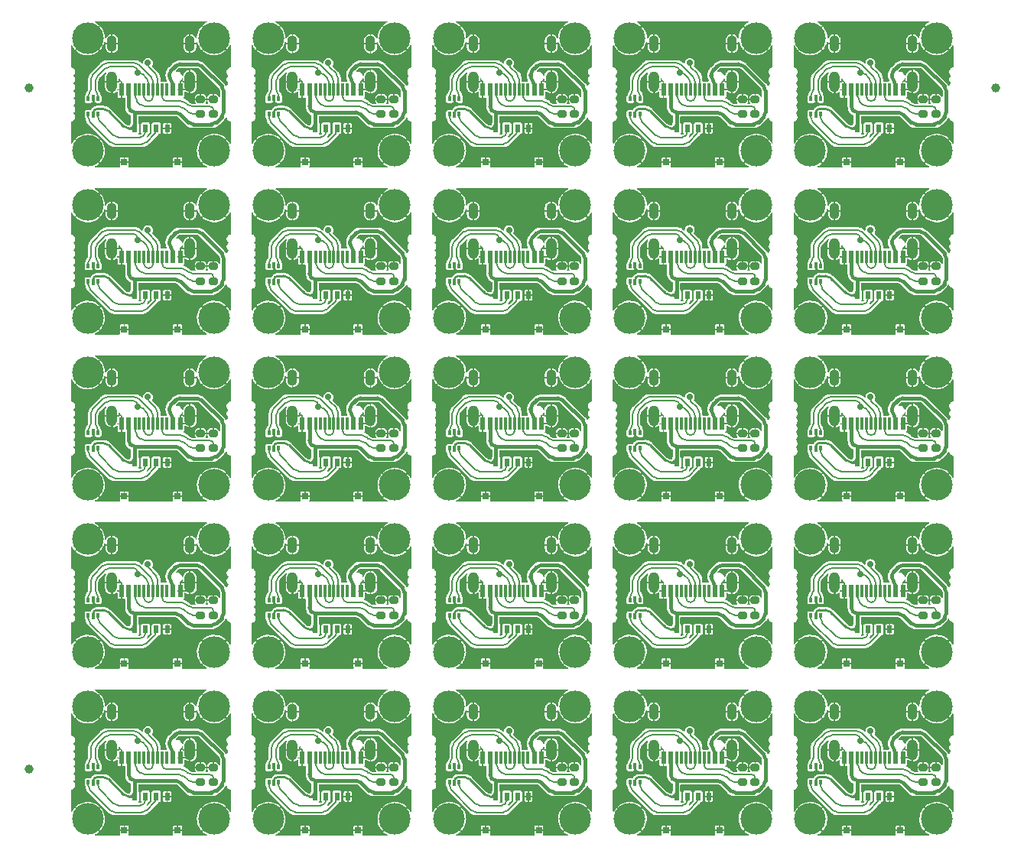
<source format=gtl>
%TF.GenerationSoftware,KiCad,Pcbnew,(6.0.5)*%
%TF.CreationDate,2022-08-23T21:33:37+08:00*%
%TF.ProjectId,without-power-switch-using-molex-connector-panelized,77697468-6f75-4742-9d70-6f7765722d73,rev?*%
%TF.SameCoordinates,Original*%
%TF.FileFunction,Copper,L1,Top*%
%TF.FilePolarity,Positive*%
%FSLAX46Y46*%
G04 Gerber Fmt 4.6, Leading zero omitted, Abs format (unit mm)*
G04 Created by KiCad (PCBNEW (6.0.5)) date 2022-08-23 21:33:37*
%MOMM*%
%LPD*%
G01*
G04 APERTURE LIST*
G04 Aperture macros list*
%AMRoundRect*
0 Rectangle with rounded corners*
0 $1 Rounding radius*
0 $2 $3 $4 $5 $6 $7 $8 $9 X,Y pos of 4 corners*
0 Add a 4 corners polygon primitive as box body*
4,1,4,$2,$3,$4,$5,$6,$7,$8,$9,$2,$3,0*
0 Add four circle primitives for the rounded corners*
1,1,$1+$1,$2,$3*
1,1,$1+$1,$4,$5*
1,1,$1+$1,$6,$7*
1,1,$1+$1,$8,$9*
0 Add four rect primitives between the rounded corners*
20,1,$1+$1,$2,$3,$4,$5,0*
20,1,$1+$1,$4,$5,$6,$7,0*
20,1,$1+$1,$6,$7,$8,$9,0*
20,1,$1+$1,$8,$9,$2,$3,0*%
G04 Aperture macros list end*
%TA.AperFunction,SMDPad,CuDef*%
%ADD10R,0.375000X0.500000*%
%TD*%
%TA.AperFunction,SMDPad,CuDef*%
%ADD11R,0.300000X0.650000*%
%TD*%
%TA.AperFunction,ComponentPad*%
%ADD12C,3.500000*%
%TD*%
%TA.AperFunction,SMDPad,CuDef*%
%ADD13RoundRect,0.200000X0.275000X-0.200000X0.275000X0.200000X-0.275000X0.200000X-0.275000X-0.200000X0*%
%TD*%
%TA.AperFunction,SMDPad,CuDef*%
%ADD14R,0.600000X1.450000*%
%TD*%
%TA.AperFunction,SMDPad,CuDef*%
%ADD15R,0.300000X1.450000*%
%TD*%
%TA.AperFunction,ComponentPad*%
%ADD16O,1.100000X1.800000*%
%TD*%
%TA.AperFunction,ComponentPad*%
%ADD17O,1.200000X2.300000*%
%TD*%
%TA.AperFunction,SMDPad,CuDef*%
%ADD18R,0.600000X0.850000*%
%TD*%
%TA.AperFunction,SMDPad,CuDef*%
%ADD19R,0.700000X0.800000*%
%TD*%
%TA.AperFunction,SMDPad,CuDef*%
%ADD20RoundRect,0.200000X-0.275000X0.200000X-0.275000X-0.200000X0.275000X-0.200000X0.275000X0.200000X0*%
%TD*%
%TA.AperFunction,SMDPad,CuDef*%
%ADD21C,1.000000*%
%TD*%
%TA.AperFunction,ViaPad*%
%ADD22C,0.700000*%
%TD*%
%TA.AperFunction,Conductor*%
%ADD23C,0.400000*%
%TD*%
%TA.AperFunction,Conductor*%
%ADD24C,0.250000*%
%TD*%
%TA.AperFunction,Conductor*%
%ADD25C,0.200000*%
%TD*%
G04 APERTURE END LIST*
D10*
%TO.P,U1,1,I/O1*%
%TO.N,Board_10-DN*%
X25137500Y-60750000D03*
D11*
%TO.P,U1,2,GND*%
%TO.N,Board_10-GND*%
X24600000Y-60675000D03*
D10*
%TO.P,U1,3,I/O2*%
%TO.N,Board_10-DP*%
X24062500Y-60750000D03*
%TO.P,U1,4,I/O2*%
%TO.N,Board_10-D+*%
X24062500Y-62450000D03*
D11*
%TO.P,U1,5,VBUS*%
%TO.N,Board_10-UVCC*%
X24600000Y-62525000D03*
D10*
%TO.P,U1,6,I/O1*%
%TO.N,Board_10-D-*%
X25137500Y-62450000D03*
%TD*%
D12*
%TO.P,REF\u002A\u002A,1*%
%TO.N,Board_10-GND*%
X24000000Y-54000000D03*
%TD*%
%TO.P,REF\u002A\u002A,1*%
%TO.N,Board_21-GND*%
X44000000Y-103500000D03*
%TD*%
D13*
%TO.P,R1,1*%
%TO.N,Board_3-Net-(J1-PadA5)*%
X97900000Y-25425000D03*
%TO.P,R1,2*%
%TO.N,Board_3-GND*%
X97900000Y-23775000D03*
%TD*%
%TO.P,R1,1*%
%TO.N,Board_24-Net-(J1-PadA5)*%
X117900000Y-99425000D03*
%TO.P,R1,2*%
%TO.N,Board_24-GND*%
X117900000Y-97775000D03*
%TD*%
D12*
%TO.P,REF\u002A\u002A,1*%
%TO.N,Board_23-GND*%
X84000000Y-91000000D03*
%TD*%
D14*
%TO.P,J1,A1,GND*%
%TO.N,Board_8-GND*%
X94250000Y-41245000D03*
%TO.P,J1,A4,VBUS*%
%TO.N,Board_8-UVCC*%
X93450000Y-41245000D03*
D15*
%TO.P,J1,A5,CC1*%
%TO.N,Board_8-Net-(J1-PadA5)*%
X92250000Y-41245000D03*
%TO.P,J1,A6,D+*%
%TO.N,Board_8-DP*%
X91250000Y-41245000D03*
%TO.P,J1,A7,D-*%
%TO.N,Board_8-DN*%
X90750000Y-41245000D03*
%TO.P,J1,A8,SBU1*%
%TO.N,Board_8-unconnected-(J1-PadA8)*%
X89750000Y-41245000D03*
D14*
%TO.P,J1,A9,VBUS*%
%TO.N,Board_8-UVCC*%
X88550000Y-41245000D03*
%TO.P,J1,A12,GND*%
%TO.N,Board_8-GND*%
X87750000Y-41245000D03*
%TO.P,J1,B1,GND*%
X87750000Y-41245000D03*
%TO.P,J1,B4,VBUS*%
%TO.N,Board_8-UVCC*%
X88550000Y-41245000D03*
D15*
%TO.P,J1,B5,CC2*%
%TO.N,Board_8-Net-(J1-PadB5)*%
X89250000Y-41245000D03*
%TO.P,J1,B6,D+*%
%TO.N,Board_8-DP*%
X90250000Y-41245000D03*
%TO.P,J1,B7,D-*%
%TO.N,Board_8-DN*%
X91750000Y-41245000D03*
%TO.P,J1,B8,SBU2*%
%TO.N,Board_8-unconnected-(J1-PadB8)*%
X92750000Y-41245000D03*
D14*
%TO.P,J1,B9,VBUS*%
%TO.N,Board_8-UVCC*%
X93450000Y-41245000D03*
%TO.P,J1,B12,GND*%
%TO.N,Board_8-GND*%
X94250000Y-41245000D03*
D16*
%TO.P,J1,S1,SHIELD*%
X95320000Y-36150000D03*
D17*
X86680000Y-40330000D03*
D16*
X86680000Y-36150000D03*
D17*
X95320000Y-40330000D03*
%TD*%
D14*
%TO.P,J1,A1,GND*%
%TO.N,Board_7-GND*%
X74250000Y-41245000D03*
%TO.P,J1,A4,VBUS*%
%TO.N,Board_7-UVCC*%
X73450000Y-41245000D03*
D15*
%TO.P,J1,A5,CC1*%
%TO.N,Board_7-Net-(J1-PadA5)*%
X72250000Y-41245000D03*
%TO.P,J1,A6,D+*%
%TO.N,Board_7-DP*%
X71250000Y-41245000D03*
%TO.P,J1,A7,D-*%
%TO.N,Board_7-DN*%
X70750000Y-41245000D03*
%TO.P,J1,A8,SBU1*%
%TO.N,Board_7-unconnected-(J1-PadA8)*%
X69750000Y-41245000D03*
D14*
%TO.P,J1,A9,VBUS*%
%TO.N,Board_7-UVCC*%
X68550000Y-41245000D03*
%TO.P,J1,A12,GND*%
%TO.N,Board_7-GND*%
X67750000Y-41245000D03*
%TO.P,J1,B1,GND*%
X67750000Y-41245000D03*
%TO.P,J1,B4,VBUS*%
%TO.N,Board_7-UVCC*%
X68550000Y-41245000D03*
D15*
%TO.P,J1,B5,CC2*%
%TO.N,Board_7-Net-(J1-PadB5)*%
X69250000Y-41245000D03*
%TO.P,J1,B6,D+*%
%TO.N,Board_7-DP*%
X70250000Y-41245000D03*
%TO.P,J1,B7,D-*%
%TO.N,Board_7-DN*%
X71750000Y-41245000D03*
%TO.P,J1,B8,SBU2*%
%TO.N,Board_7-unconnected-(J1-PadB8)*%
X72750000Y-41245000D03*
D14*
%TO.P,J1,B9,VBUS*%
%TO.N,Board_7-UVCC*%
X73450000Y-41245000D03*
%TO.P,J1,B12,GND*%
%TO.N,Board_7-GND*%
X74250000Y-41245000D03*
D17*
%TO.P,J1,S1,SHIELD*%
X66680000Y-40330000D03*
D16*
X75320000Y-36150000D03*
D17*
X75320000Y-40330000D03*
D16*
X66680000Y-36150000D03*
%TD*%
D10*
%TO.P,U1,1,I/O1*%
%TO.N,Board_4-DN*%
X105137500Y-23750000D03*
D11*
%TO.P,U1,2,GND*%
%TO.N,Board_4-GND*%
X104600000Y-23675000D03*
D10*
%TO.P,U1,3,I/O2*%
%TO.N,Board_4-DP*%
X104062500Y-23750000D03*
%TO.P,U1,4,I/O2*%
%TO.N,Board_4-D+*%
X104062500Y-25450000D03*
D11*
%TO.P,U1,5,VBUS*%
%TO.N,Board_4-UVCC*%
X104600000Y-25525000D03*
D10*
%TO.P,U1,6,I/O1*%
%TO.N,Board_4-D-*%
X105137500Y-25450000D03*
%TD*%
D18*
%TO.P,J2,1,Pin_1*%
%TO.N,Board_11-UVCC*%
X49200000Y-64000000D03*
%TO.P,J2,2,Pin_2*%
%TO.N,Board_11-D-*%
X50400000Y-64000000D03*
%TO.P,J2,3,Pin_3*%
%TO.N,Board_11-D+*%
X51600000Y-64000000D03*
%TO.P,J2,4,Pin_4*%
%TO.N,Board_11-GND*%
X52800000Y-64000000D03*
D19*
%TO.P,J2,MP,MountPin*%
X53950000Y-67775000D03*
X48050000Y-67775000D03*
%TD*%
D12*
%TO.P,REF\u002A\u002A,1*%
%TO.N,Board_9-GND*%
X104000000Y-48000000D03*
%TD*%
%TO.P,REF\u002A\u002A,1*%
%TO.N,Board_7-GND*%
X78000000Y-48000000D03*
%TD*%
%TO.P,REF\u002A\u002A,1*%
%TO.N,Board_24-GND*%
X118000000Y-91000000D03*
%TD*%
D18*
%TO.P,J2,1,Pin_1*%
%TO.N,Board_20-UVCC*%
X29200000Y-101000000D03*
%TO.P,J2,2,Pin_2*%
%TO.N,Board_20-D-*%
X30400000Y-101000000D03*
%TO.P,J2,3,Pin_3*%
%TO.N,Board_20-D+*%
X31600000Y-101000000D03*
%TO.P,J2,4,Pin_4*%
%TO.N,Board_20-GND*%
X32800000Y-101000000D03*
D19*
%TO.P,J2,MP,MountPin*%
X28050000Y-104775000D03*
X33950000Y-104775000D03*
%TD*%
D20*
%TO.P,R2,1*%
%TO.N,Board_20-GND*%
X36500000Y-97775000D03*
%TO.P,R2,2*%
%TO.N,Board_20-Net-(J1-PadB5)*%
X36500000Y-99425000D03*
%TD*%
D12*
%TO.P,REF\u002A\u002A,1*%
%TO.N,Board_7-GND*%
X78000000Y-35500000D03*
%TD*%
D14*
%TO.P,J1,A1,GND*%
%TO.N,Board_20-GND*%
X34250000Y-96745000D03*
%TO.P,J1,A4,VBUS*%
%TO.N,Board_20-UVCC*%
X33450000Y-96745000D03*
D15*
%TO.P,J1,A5,CC1*%
%TO.N,Board_20-Net-(J1-PadA5)*%
X32250000Y-96745000D03*
%TO.P,J1,A6,D+*%
%TO.N,Board_20-DP*%
X31250000Y-96745000D03*
%TO.P,J1,A7,D-*%
%TO.N,Board_20-DN*%
X30750000Y-96745000D03*
%TO.P,J1,A8,SBU1*%
%TO.N,Board_20-unconnected-(J1-PadA8)*%
X29750000Y-96745000D03*
D14*
%TO.P,J1,A9,VBUS*%
%TO.N,Board_20-UVCC*%
X28550000Y-96745000D03*
%TO.P,J1,A12,GND*%
%TO.N,Board_20-GND*%
X27750000Y-96745000D03*
%TO.P,J1,B1,GND*%
X27750000Y-96745000D03*
%TO.P,J1,B4,VBUS*%
%TO.N,Board_20-UVCC*%
X28550000Y-96745000D03*
D15*
%TO.P,J1,B5,CC2*%
%TO.N,Board_20-Net-(J1-PadB5)*%
X29250000Y-96745000D03*
%TO.P,J1,B6,D+*%
%TO.N,Board_20-DP*%
X30250000Y-96745000D03*
%TO.P,J1,B7,D-*%
%TO.N,Board_20-DN*%
X31750000Y-96745000D03*
%TO.P,J1,B8,SBU2*%
%TO.N,Board_20-unconnected-(J1-PadB8)*%
X32750000Y-96745000D03*
D14*
%TO.P,J1,B9,VBUS*%
%TO.N,Board_20-UVCC*%
X33450000Y-96745000D03*
%TO.P,J1,B12,GND*%
%TO.N,Board_20-GND*%
X34250000Y-96745000D03*
D17*
%TO.P,J1,S1,SHIELD*%
X35320000Y-95830000D03*
X26680000Y-95830000D03*
D16*
X35320000Y-91650000D03*
X26680000Y-91650000D03*
%TD*%
D12*
%TO.P,REF\u002A\u002A,1*%
%TO.N,Board_18-GND*%
X98000000Y-85000000D03*
%TD*%
%TO.P,REF\u002A\u002A,1*%
%TO.N,Board_23-GND*%
X98000000Y-103500000D03*
%TD*%
%TO.P,REF\u002A\u002A,1*%
%TO.N,Board_10-GND*%
X24000000Y-66500000D03*
%TD*%
D10*
%TO.P,U1,1,I/O1*%
%TO.N,Board_14-DN*%
X105137500Y-60750000D03*
D11*
%TO.P,U1,2,GND*%
%TO.N,Board_14-GND*%
X104600000Y-60675000D03*
D10*
%TO.P,U1,3,I/O2*%
%TO.N,Board_14-DP*%
X104062500Y-60750000D03*
%TO.P,U1,4,I/O2*%
%TO.N,Board_14-D+*%
X104062500Y-62450000D03*
D11*
%TO.P,U1,5,VBUS*%
%TO.N,Board_14-UVCC*%
X104600000Y-62525000D03*
D10*
%TO.P,U1,6,I/O1*%
%TO.N,Board_14-D-*%
X105137500Y-62450000D03*
%TD*%
D20*
%TO.P,R2,1*%
%TO.N,Board_9-GND*%
X116500000Y-42275000D03*
%TO.P,R2,2*%
%TO.N,Board_9-Net-(J1-PadB5)*%
X116500000Y-43925000D03*
%TD*%
D18*
%TO.P,J2,1,Pin_1*%
%TO.N,Board_18-UVCC*%
X89200000Y-82500000D03*
%TO.P,J2,2,Pin_2*%
%TO.N,Board_18-D-*%
X90400000Y-82500000D03*
%TO.P,J2,3,Pin_3*%
%TO.N,Board_18-D+*%
X91600000Y-82500000D03*
%TO.P,J2,4,Pin_4*%
%TO.N,Board_18-GND*%
X92800000Y-82500000D03*
D19*
%TO.P,J2,MP,MountPin*%
X88050000Y-86275000D03*
X93950000Y-86275000D03*
%TD*%
D13*
%TO.P,R1,1*%
%TO.N,Board_18-Net-(J1-PadA5)*%
X97900000Y-80925000D03*
%TO.P,R1,2*%
%TO.N,Board_18-GND*%
X97900000Y-79275000D03*
%TD*%
%TO.P,R1,1*%
%TO.N,Board_1-Net-(J1-PadA5)*%
X57900000Y-25425000D03*
%TO.P,R1,2*%
%TO.N,Board_1-GND*%
X57900000Y-23775000D03*
%TD*%
D12*
%TO.P,REF\u002A\u002A,1*%
%TO.N,Board_5-GND*%
X38000000Y-48000000D03*
%TD*%
%TO.P,REF\u002A\u002A,1*%
%TO.N,Board_4-GND*%
X104000000Y-17000000D03*
%TD*%
%TO.P,REF\u002A\u002A,1*%
%TO.N,Board_6-GND*%
X44000000Y-48000000D03*
%TD*%
D13*
%TO.P,R1,1*%
%TO.N,Board_17-Net-(J1-PadA5)*%
X77900000Y-80925000D03*
%TO.P,R1,2*%
%TO.N,Board_17-GND*%
X77900000Y-79275000D03*
%TD*%
D12*
%TO.P,REF\u002A\u002A,1*%
%TO.N,Board_7-GND*%
X64000000Y-48000000D03*
%TD*%
D13*
%TO.P,R1,1*%
%TO.N,Board_9-Net-(J1-PadA5)*%
X117900000Y-43925000D03*
%TO.P,R1,2*%
%TO.N,Board_9-GND*%
X117900000Y-42275000D03*
%TD*%
%TO.P,R1,1*%
%TO.N,Board_2-Net-(J1-PadA5)*%
X77900000Y-25425000D03*
%TO.P,R1,2*%
%TO.N,Board_2-GND*%
X77900000Y-23775000D03*
%TD*%
D20*
%TO.P,R2,1*%
%TO.N,Board_22-GND*%
X76500000Y-97775000D03*
%TO.P,R2,2*%
%TO.N,Board_22-Net-(J1-PadB5)*%
X76500000Y-99425000D03*
%TD*%
D12*
%TO.P,REF\u002A\u002A,1*%
%TO.N,Board_8-GND*%
X84000000Y-48000000D03*
%TD*%
%TO.P,REF\u002A\u002A,1*%
%TO.N,Board_5-GND*%
X38000000Y-35500000D03*
%TD*%
%TO.P,REF\u002A\u002A,1*%
%TO.N,Board_6-GND*%
X44000000Y-35500000D03*
%TD*%
D10*
%TO.P,U1,1,I/O1*%
%TO.N,Board_1-DN*%
X45137500Y-23750000D03*
D11*
%TO.P,U1,2,GND*%
%TO.N,Board_1-GND*%
X44600000Y-23675000D03*
D10*
%TO.P,U1,3,I/O2*%
%TO.N,Board_1-DP*%
X44062500Y-23750000D03*
%TO.P,U1,4,I/O2*%
%TO.N,Board_1-D+*%
X44062500Y-25450000D03*
D11*
%TO.P,U1,5,VBUS*%
%TO.N,Board_1-UVCC*%
X44600000Y-25525000D03*
D10*
%TO.P,U1,6,I/O1*%
%TO.N,Board_1-D-*%
X45137500Y-25450000D03*
%TD*%
D18*
%TO.P,J2,1,Pin_1*%
%TO.N,Board_17-UVCC*%
X69200000Y-82500000D03*
%TO.P,J2,2,Pin_2*%
%TO.N,Board_17-D-*%
X70400000Y-82500000D03*
%TO.P,J2,3,Pin_3*%
%TO.N,Board_17-D+*%
X71600000Y-82500000D03*
%TO.P,J2,4,Pin_4*%
%TO.N,Board_17-GND*%
X72800000Y-82500000D03*
D19*
%TO.P,J2,MP,MountPin*%
X73950000Y-86275000D03*
X68050000Y-86275000D03*
%TD*%
D10*
%TO.P,U1,1,I/O1*%
%TO.N,Board_2-DN*%
X65137500Y-23750000D03*
D11*
%TO.P,U1,2,GND*%
%TO.N,Board_2-GND*%
X64600000Y-23675000D03*
D10*
%TO.P,U1,3,I/O2*%
%TO.N,Board_2-DP*%
X64062500Y-23750000D03*
%TO.P,U1,4,I/O2*%
%TO.N,Board_2-D+*%
X64062500Y-25450000D03*
D11*
%TO.P,U1,5,VBUS*%
%TO.N,Board_2-UVCC*%
X64600000Y-25525000D03*
D10*
%TO.P,U1,6,I/O1*%
%TO.N,Board_2-D-*%
X65137500Y-25450000D03*
%TD*%
D14*
%TO.P,J1,A1,GND*%
%TO.N,Board_9-GND*%
X114250000Y-41245000D03*
%TO.P,J1,A4,VBUS*%
%TO.N,Board_9-UVCC*%
X113450000Y-41245000D03*
D15*
%TO.P,J1,A5,CC1*%
%TO.N,Board_9-Net-(J1-PadA5)*%
X112250000Y-41245000D03*
%TO.P,J1,A6,D+*%
%TO.N,Board_9-DP*%
X111250000Y-41245000D03*
%TO.P,J1,A7,D-*%
%TO.N,Board_9-DN*%
X110750000Y-41245000D03*
%TO.P,J1,A8,SBU1*%
%TO.N,Board_9-unconnected-(J1-PadA8)*%
X109750000Y-41245000D03*
D14*
%TO.P,J1,A9,VBUS*%
%TO.N,Board_9-UVCC*%
X108550000Y-41245000D03*
%TO.P,J1,A12,GND*%
%TO.N,Board_9-GND*%
X107750000Y-41245000D03*
%TO.P,J1,B1,GND*%
X107750000Y-41245000D03*
%TO.P,J1,B4,VBUS*%
%TO.N,Board_9-UVCC*%
X108550000Y-41245000D03*
D15*
%TO.P,J1,B5,CC2*%
%TO.N,Board_9-Net-(J1-PadB5)*%
X109250000Y-41245000D03*
%TO.P,J1,B6,D+*%
%TO.N,Board_9-DP*%
X110250000Y-41245000D03*
%TO.P,J1,B7,D-*%
%TO.N,Board_9-DN*%
X111750000Y-41245000D03*
%TO.P,J1,B8,SBU2*%
%TO.N,Board_9-unconnected-(J1-PadB8)*%
X112750000Y-41245000D03*
D14*
%TO.P,J1,B9,VBUS*%
%TO.N,Board_9-UVCC*%
X113450000Y-41245000D03*
%TO.P,J1,B12,GND*%
%TO.N,Board_9-GND*%
X114250000Y-41245000D03*
D16*
%TO.P,J1,S1,SHIELD*%
X115320000Y-36150000D03*
D17*
X106680000Y-40330000D03*
D16*
X106680000Y-36150000D03*
D17*
X115320000Y-40330000D03*
%TD*%
D12*
%TO.P,REF\u002A\u002A,1*%
%TO.N,Board_1-GND*%
X58000000Y-29500000D03*
%TD*%
D20*
%TO.P,R2,1*%
%TO.N,Board_14-GND*%
X116500000Y-60775000D03*
%TO.P,R2,2*%
%TO.N,Board_14-Net-(J1-PadB5)*%
X116500000Y-62425000D03*
%TD*%
D12*
%TO.P,REF\u002A\u002A,1*%
%TO.N,Board_3-GND*%
X98000000Y-29500000D03*
%TD*%
D14*
%TO.P,J1,A1,GND*%
%TO.N,Board_2-GND*%
X74250000Y-22745000D03*
%TO.P,J1,A4,VBUS*%
%TO.N,Board_2-UVCC*%
X73450000Y-22745000D03*
D15*
%TO.P,J1,A5,CC1*%
%TO.N,Board_2-Net-(J1-PadA5)*%
X72250000Y-22745000D03*
%TO.P,J1,A6,D+*%
%TO.N,Board_2-DP*%
X71250000Y-22745000D03*
%TO.P,J1,A7,D-*%
%TO.N,Board_2-DN*%
X70750000Y-22745000D03*
%TO.P,J1,A8,SBU1*%
%TO.N,Board_2-unconnected-(J1-PadA8)*%
X69750000Y-22745000D03*
D14*
%TO.P,J1,A9,VBUS*%
%TO.N,Board_2-UVCC*%
X68550000Y-22745000D03*
%TO.P,J1,A12,GND*%
%TO.N,Board_2-GND*%
X67750000Y-22745000D03*
%TO.P,J1,B1,GND*%
X67750000Y-22745000D03*
%TO.P,J1,B4,VBUS*%
%TO.N,Board_2-UVCC*%
X68550000Y-22745000D03*
D15*
%TO.P,J1,B5,CC2*%
%TO.N,Board_2-Net-(J1-PadB5)*%
X69250000Y-22745000D03*
%TO.P,J1,B6,D+*%
%TO.N,Board_2-DP*%
X70250000Y-22745000D03*
%TO.P,J1,B7,D-*%
%TO.N,Board_2-DN*%
X71750000Y-22745000D03*
%TO.P,J1,B8,SBU2*%
%TO.N,Board_2-unconnected-(J1-PadB8)*%
X72750000Y-22745000D03*
D14*
%TO.P,J1,B9,VBUS*%
%TO.N,Board_2-UVCC*%
X73450000Y-22745000D03*
%TO.P,J1,B12,GND*%
%TO.N,Board_2-GND*%
X74250000Y-22745000D03*
D16*
%TO.P,J1,S1,SHIELD*%
X75320000Y-17650000D03*
X66680000Y-17650000D03*
D17*
X75320000Y-21830000D03*
X66680000Y-21830000D03*
%TD*%
D14*
%TO.P,J1,A1,GND*%
%TO.N,Board_24-GND*%
X114250000Y-96745000D03*
%TO.P,J1,A4,VBUS*%
%TO.N,Board_24-UVCC*%
X113450000Y-96745000D03*
D15*
%TO.P,J1,A5,CC1*%
%TO.N,Board_24-Net-(J1-PadA5)*%
X112250000Y-96745000D03*
%TO.P,J1,A6,D+*%
%TO.N,Board_24-DP*%
X111250000Y-96745000D03*
%TO.P,J1,A7,D-*%
%TO.N,Board_24-DN*%
X110750000Y-96745000D03*
%TO.P,J1,A8,SBU1*%
%TO.N,Board_24-unconnected-(J1-PadA8)*%
X109750000Y-96745000D03*
D14*
%TO.P,J1,A9,VBUS*%
%TO.N,Board_24-UVCC*%
X108550000Y-96745000D03*
%TO.P,J1,A12,GND*%
%TO.N,Board_24-GND*%
X107750000Y-96745000D03*
%TO.P,J1,B1,GND*%
X107750000Y-96745000D03*
%TO.P,J1,B4,VBUS*%
%TO.N,Board_24-UVCC*%
X108550000Y-96745000D03*
D15*
%TO.P,J1,B5,CC2*%
%TO.N,Board_24-Net-(J1-PadB5)*%
X109250000Y-96745000D03*
%TO.P,J1,B6,D+*%
%TO.N,Board_24-DP*%
X110250000Y-96745000D03*
%TO.P,J1,B7,D-*%
%TO.N,Board_24-DN*%
X111750000Y-96745000D03*
%TO.P,J1,B8,SBU2*%
%TO.N,Board_24-unconnected-(J1-PadB8)*%
X112750000Y-96745000D03*
D14*
%TO.P,J1,B9,VBUS*%
%TO.N,Board_24-UVCC*%
X113450000Y-96745000D03*
%TO.P,J1,B12,GND*%
%TO.N,Board_24-GND*%
X114250000Y-96745000D03*
D16*
%TO.P,J1,S1,SHIELD*%
X115320000Y-91650000D03*
X106680000Y-91650000D03*
D17*
X106680000Y-95830000D03*
X115320000Y-95830000D03*
%TD*%
D12*
%TO.P,REF\u002A\u002A,1*%
%TO.N,Board_0-GND*%
X38000000Y-29500000D03*
%TD*%
%TO.P,REF\u002A\u002A,1*%
%TO.N,Board_2-GND*%
X64000000Y-29500000D03*
%TD*%
D14*
%TO.P,J1,A1,GND*%
%TO.N,Board_5-GND*%
X34250000Y-41245000D03*
%TO.P,J1,A4,VBUS*%
%TO.N,Board_5-UVCC*%
X33450000Y-41245000D03*
D15*
%TO.P,J1,A5,CC1*%
%TO.N,Board_5-Net-(J1-PadA5)*%
X32250000Y-41245000D03*
%TO.P,J1,A6,D+*%
%TO.N,Board_5-DP*%
X31250000Y-41245000D03*
%TO.P,J1,A7,D-*%
%TO.N,Board_5-DN*%
X30750000Y-41245000D03*
%TO.P,J1,A8,SBU1*%
%TO.N,Board_5-unconnected-(J1-PadA8)*%
X29750000Y-41245000D03*
D14*
%TO.P,J1,A9,VBUS*%
%TO.N,Board_5-UVCC*%
X28550000Y-41245000D03*
%TO.P,J1,A12,GND*%
%TO.N,Board_5-GND*%
X27750000Y-41245000D03*
%TO.P,J1,B1,GND*%
X27750000Y-41245000D03*
%TO.P,J1,B4,VBUS*%
%TO.N,Board_5-UVCC*%
X28550000Y-41245000D03*
D15*
%TO.P,J1,B5,CC2*%
%TO.N,Board_5-Net-(J1-PadB5)*%
X29250000Y-41245000D03*
%TO.P,J1,B6,D+*%
%TO.N,Board_5-DP*%
X30250000Y-41245000D03*
%TO.P,J1,B7,D-*%
%TO.N,Board_5-DN*%
X31750000Y-41245000D03*
%TO.P,J1,B8,SBU2*%
%TO.N,Board_5-unconnected-(J1-PadB8)*%
X32750000Y-41245000D03*
D14*
%TO.P,J1,B9,VBUS*%
%TO.N,Board_5-UVCC*%
X33450000Y-41245000D03*
%TO.P,J1,B12,GND*%
%TO.N,Board_5-GND*%
X34250000Y-41245000D03*
D17*
%TO.P,J1,S1,SHIELD*%
X26680000Y-40330000D03*
D16*
X26680000Y-36150000D03*
X35320000Y-36150000D03*
D17*
X35320000Y-40330000D03*
%TD*%
D20*
%TO.P,R2,1*%
%TO.N,Board_6-GND*%
X56500000Y-42275000D03*
%TO.P,R2,2*%
%TO.N,Board_6-Net-(J1-PadB5)*%
X56500000Y-43925000D03*
%TD*%
D12*
%TO.P,REF\u002A\u002A,1*%
%TO.N,Board_17-GND*%
X64000000Y-72500000D03*
%TD*%
%TO.P,REF\u002A\u002A,1*%
%TO.N,Board_22-GND*%
X78000000Y-91000000D03*
%TD*%
%TO.P,REF\u002A\u002A,1*%
%TO.N,Board_19-GND*%
X118000000Y-72500000D03*
%TD*%
D18*
%TO.P,J2,1,Pin_1*%
%TO.N,Board_5-UVCC*%
X29200000Y-45500000D03*
%TO.P,J2,2,Pin_2*%
%TO.N,Board_5-D-*%
X30400000Y-45500000D03*
%TO.P,J2,3,Pin_3*%
%TO.N,Board_5-D+*%
X31600000Y-45500000D03*
%TO.P,J2,4,Pin_4*%
%TO.N,Board_5-GND*%
X32800000Y-45500000D03*
D19*
%TO.P,J2,MP,MountPin*%
X33950000Y-49275000D03*
X28050000Y-49275000D03*
%TD*%
D12*
%TO.P,REF\u002A\u002A,1*%
%TO.N,Board_19-GND*%
X104000000Y-85000000D03*
%TD*%
%TO.P,REF\u002A\u002A,1*%
%TO.N,Board_20-GND*%
X24000000Y-91000000D03*
%TD*%
%TO.P,REF\u002A\u002A,1*%
%TO.N,Board_24-GND*%
X104000000Y-103500000D03*
%TD*%
D14*
%TO.P,J1,A1,GND*%
%TO.N,Board_4-GND*%
X114250000Y-22745000D03*
%TO.P,J1,A4,VBUS*%
%TO.N,Board_4-UVCC*%
X113450000Y-22745000D03*
D15*
%TO.P,J1,A5,CC1*%
%TO.N,Board_4-Net-(J1-PadA5)*%
X112250000Y-22745000D03*
%TO.P,J1,A6,D+*%
%TO.N,Board_4-DP*%
X111250000Y-22745000D03*
%TO.P,J1,A7,D-*%
%TO.N,Board_4-DN*%
X110750000Y-22745000D03*
%TO.P,J1,A8,SBU1*%
%TO.N,Board_4-unconnected-(J1-PadA8)*%
X109750000Y-22745000D03*
D14*
%TO.P,J1,A9,VBUS*%
%TO.N,Board_4-UVCC*%
X108550000Y-22745000D03*
%TO.P,J1,A12,GND*%
%TO.N,Board_4-GND*%
X107750000Y-22745000D03*
%TO.P,J1,B1,GND*%
X107750000Y-22745000D03*
%TO.P,J1,B4,VBUS*%
%TO.N,Board_4-UVCC*%
X108550000Y-22745000D03*
D15*
%TO.P,J1,B5,CC2*%
%TO.N,Board_4-Net-(J1-PadB5)*%
X109250000Y-22745000D03*
%TO.P,J1,B6,D+*%
%TO.N,Board_4-DP*%
X110250000Y-22745000D03*
%TO.P,J1,B7,D-*%
%TO.N,Board_4-DN*%
X111750000Y-22745000D03*
%TO.P,J1,B8,SBU2*%
%TO.N,Board_4-unconnected-(J1-PadB8)*%
X112750000Y-22745000D03*
D14*
%TO.P,J1,B9,VBUS*%
%TO.N,Board_4-UVCC*%
X113450000Y-22745000D03*
%TO.P,J1,B12,GND*%
%TO.N,Board_4-GND*%
X114250000Y-22745000D03*
D17*
%TO.P,J1,S1,SHIELD*%
X115320000Y-21830000D03*
D16*
X106680000Y-17650000D03*
D17*
X106680000Y-21830000D03*
D16*
X115320000Y-17650000D03*
%TD*%
D12*
%TO.P,REF\u002A\u002A,1*%
%TO.N,Board_13-GND*%
X98000000Y-66500000D03*
%TD*%
D18*
%TO.P,J2,1,Pin_1*%
%TO.N,Board_4-UVCC*%
X109200000Y-27000000D03*
%TO.P,J2,2,Pin_2*%
%TO.N,Board_4-D-*%
X110400000Y-27000000D03*
%TO.P,J2,3,Pin_3*%
%TO.N,Board_4-D+*%
X111600000Y-27000000D03*
%TO.P,J2,4,Pin_4*%
%TO.N,Board_4-GND*%
X112800000Y-27000000D03*
D19*
%TO.P,J2,MP,MountPin*%
X113950000Y-30775000D03*
X108050000Y-30775000D03*
%TD*%
D12*
%TO.P,REF\u002A\u002A,1*%
%TO.N,Board_21-GND*%
X58000000Y-103500000D03*
%TD*%
D20*
%TO.P,R2,1*%
%TO.N,Board_3-GND*%
X96500000Y-23775000D03*
%TO.P,R2,2*%
%TO.N,Board_3-Net-(J1-PadB5)*%
X96500000Y-25425000D03*
%TD*%
D14*
%TO.P,J1,A1,GND*%
%TO.N,Board_14-GND*%
X114250000Y-59745000D03*
%TO.P,J1,A4,VBUS*%
%TO.N,Board_14-UVCC*%
X113450000Y-59745000D03*
D15*
%TO.P,J1,A5,CC1*%
%TO.N,Board_14-Net-(J1-PadA5)*%
X112250000Y-59745000D03*
%TO.P,J1,A6,D+*%
%TO.N,Board_14-DP*%
X111250000Y-59745000D03*
%TO.P,J1,A7,D-*%
%TO.N,Board_14-DN*%
X110750000Y-59745000D03*
%TO.P,J1,A8,SBU1*%
%TO.N,Board_14-unconnected-(J1-PadA8)*%
X109750000Y-59745000D03*
D14*
%TO.P,J1,A9,VBUS*%
%TO.N,Board_14-UVCC*%
X108550000Y-59745000D03*
%TO.P,J1,A12,GND*%
%TO.N,Board_14-GND*%
X107750000Y-59745000D03*
%TO.P,J1,B1,GND*%
X107750000Y-59745000D03*
%TO.P,J1,B4,VBUS*%
%TO.N,Board_14-UVCC*%
X108550000Y-59745000D03*
D15*
%TO.P,J1,B5,CC2*%
%TO.N,Board_14-Net-(J1-PadB5)*%
X109250000Y-59745000D03*
%TO.P,J1,B6,D+*%
%TO.N,Board_14-DP*%
X110250000Y-59745000D03*
%TO.P,J1,B7,D-*%
%TO.N,Board_14-DN*%
X111750000Y-59745000D03*
%TO.P,J1,B8,SBU2*%
%TO.N,Board_14-unconnected-(J1-PadB8)*%
X112750000Y-59745000D03*
D14*
%TO.P,J1,B9,VBUS*%
%TO.N,Board_14-UVCC*%
X113450000Y-59745000D03*
%TO.P,J1,B12,GND*%
%TO.N,Board_14-GND*%
X114250000Y-59745000D03*
D16*
%TO.P,J1,S1,SHIELD*%
X106680000Y-54650000D03*
D17*
X106680000Y-58830000D03*
X115320000Y-58830000D03*
D16*
X115320000Y-54650000D03*
%TD*%
D14*
%TO.P,J1,A1,GND*%
%TO.N,Board_21-GND*%
X54250000Y-96745000D03*
%TO.P,J1,A4,VBUS*%
%TO.N,Board_21-UVCC*%
X53450000Y-96745000D03*
D15*
%TO.P,J1,A5,CC1*%
%TO.N,Board_21-Net-(J1-PadA5)*%
X52250000Y-96745000D03*
%TO.P,J1,A6,D+*%
%TO.N,Board_21-DP*%
X51250000Y-96745000D03*
%TO.P,J1,A7,D-*%
%TO.N,Board_21-DN*%
X50750000Y-96745000D03*
%TO.P,J1,A8,SBU1*%
%TO.N,Board_21-unconnected-(J1-PadA8)*%
X49750000Y-96745000D03*
D14*
%TO.P,J1,A9,VBUS*%
%TO.N,Board_21-UVCC*%
X48550000Y-96745000D03*
%TO.P,J1,A12,GND*%
%TO.N,Board_21-GND*%
X47750000Y-96745000D03*
%TO.P,J1,B1,GND*%
X47750000Y-96745000D03*
%TO.P,J1,B4,VBUS*%
%TO.N,Board_21-UVCC*%
X48550000Y-96745000D03*
D15*
%TO.P,J1,B5,CC2*%
%TO.N,Board_21-Net-(J1-PadB5)*%
X49250000Y-96745000D03*
%TO.P,J1,B6,D+*%
%TO.N,Board_21-DP*%
X50250000Y-96745000D03*
%TO.P,J1,B7,D-*%
%TO.N,Board_21-DN*%
X51750000Y-96745000D03*
%TO.P,J1,B8,SBU2*%
%TO.N,Board_21-unconnected-(J1-PadB8)*%
X52750000Y-96745000D03*
D14*
%TO.P,J1,B9,VBUS*%
%TO.N,Board_21-UVCC*%
X53450000Y-96745000D03*
%TO.P,J1,B12,GND*%
%TO.N,Board_21-GND*%
X54250000Y-96745000D03*
D16*
%TO.P,J1,S1,SHIELD*%
X55320000Y-91650000D03*
D17*
X55320000Y-95830000D03*
D16*
X46680000Y-91650000D03*
D17*
X46680000Y-95830000D03*
%TD*%
D20*
%TO.P,R2,1*%
%TO.N,Board_18-GND*%
X96500000Y-79275000D03*
%TO.P,R2,2*%
%TO.N,Board_18-Net-(J1-PadB5)*%
X96500000Y-80925000D03*
%TD*%
D12*
%TO.P,REF\u002A\u002A,1*%
%TO.N,Board_11-GND*%
X44000000Y-66500000D03*
%TD*%
%TO.P,REF\u002A\u002A,1*%
%TO.N,Board_5-GND*%
X24000000Y-35500000D03*
%TD*%
%TO.P,REF\u002A\u002A,1*%
%TO.N,Board_12-GND*%
X64000000Y-66500000D03*
%TD*%
D10*
%TO.P,U1,1,I/O1*%
%TO.N,Board_19-DN*%
X105137500Y-79250000D03*
D11*
%TO.P,U1,2,GND*%
%TO.N,Board_19-GND*%
X104600000Y-79175000D03*
D10*
%TO.P,U1,3,I/O2*%
%TO.N,Board_19-DP*%
X104062500Y-79250000D03*
%TO.P,U1,4,I/O2*%
%TO.N,Board_19-D+*%
X104062500Y-80950000D03*
D11*
%TO.P,U1,5,VBUS*%
%TO.N,Board_19-UVCC*%
X104600000Y-81025000D03*
D10*
%TO.P,U1,6,I/O1*%
%TO.N,Board_19-D-*%
X105137500Y-80950000D03*
%TD*%
D20*
%TO.P,R2,1*%
%TO.N,Board_0-GND*%
X36500000Y-23775000D03*
%TO.P,R2,2*%
%TO.N,Board_0-Net-(J1-PadB5)*%
X36500000Y-25425000D03*
%TD*%
D10*
%TO.P,U1,1,I/O1*%
%TO.N,Board_13-DN*%
X85137500Y-60750000D03*
D11*
%TO.P,U1,2,GND*%
%TO.N,Board_13-GND*%
X84600000Y-60675000D03*
D10*
%TO.P,U1,3,I/O2*%
%TO.N,Board_13-DP*%
X84062500Y-60750000D03*
%TO.P,U1,4,I/O2*%
%TO.N,Board_13-D+*%
X84062500Y-62450000D03*
D11*
%TO.P,U1,5,VBUS*%
%TO.N,Board_13-UVCC*%
X84600000Y-62525000D03*
D10*
%TO.P,U1,6,I/O1*%
%TO.N,Board_13-D-*%
X85137500Y-62450000D03*
%TD*%
%TO.P,U1,1,I/O1*%
%TO.N,Board_18-DN*%
X85137500Y-79250000D03*
D11*
%TO.P,U1,2,GND*%
%TO.N,Board_18-GND*%
X84600000Y-79175000D03*
D10*
%TO.P,U1,3,I/O2*%
%TO.N,Board_18-DP*%
X84062500Y-79250000D03*
%TO.P,U1,4,I/O2*%
%TO.N,Board_18-D+*%
X84062500Y-80950000D03*
D11*
%TO.P,U1,5,VBUS*%
%TO.N,Board_18-UVCC*%
X84600000Y-81025000D03*
D10*
%TO.P,U1,6,I/O1*%
%TO.N,Board_18-D-*%
X85137500Y-80950000D03*
%TD*%
D13*
%TO.P,R1,1*%
%TO.N,Board_11-Net-(J1-PadA5)*%
X57900000Y-62425000D03*
%TO.P,R1,2*%
%TO.N,Board_11-GND*%
X57900000Y-60775000D03*
%TD*%
D14*
%TO.P,J1,A1,GND*%
%TO.N,Board_12-GND*%
X74250000Y-59745000D03*
%TO.P,J1,A4,VBUS*%
%TO.N,Board_12-UVCC*%
X73450000Y-59745000D03*
D15*
%TO.P,J1,A5,CC1*%
%TO.N,Board_12-Net-(J1-PadA5)*%
X72250000Y-59745000D03*
%TO.P,J1,A6,D+*%
%TO.N,Board_12-DP*%
X71250000Y-59745000D03*
%TO.P,J1,A7,D-*%
%TO.N,Board_12-DN*%
X70750000Y-59745000D03*
%TO.P,J1,A8,SBU1*%
%TO.N,Board_12-unconnected-(J1-PadA8)*%
X69750000Y-59745000D03*
D14*
%TO.P,J1,A9,VBUS*%
%TO.N,Board_12-UVCC*%
X68550000Y-59745000D03*
%TO.P,J1,A12,GND*%
%TO.N,Board_12-GND*%
X67750000Y-59745000D03*
%TO.P,J1,B1,GND*%
X67750000Y-59745000D03*
%TO.P,J1,B4,VBUS*%
%TO.N,Board_12-UVCC*%
X68550000Y-59745000D03*
D15*
%TO.P,J1,B5,CC2*%
%TO.N,Board_12-Net-(J1-PadB5)*%
X69250000Y-59745000D03*
%TO.P,J1,B6,D+*%
%TO.N,Board_12-DP*%
X70250000Y-59745000D03*
%TO.P,J1,B7,D-*%
%TO.N,Board_12-DN*%
X71750000Y-59745000D03*
%TO.P,J1,B8,SBU2*%
%TO.N,Board_12-unconnected-(J1-PadB8)*%
X72750000Y-59745000D03*
D14*
%TO.P,J1,B9,VBUS*%
%TO.N,Board_12-UVCC*%
X73450000Y-59745000D03*
%TO.P,J1,B12,GND*%
%TO.N,Board_12-GND*%
X74250000Y-59745000D03*
D16*
%TO.P,J1,S1,SHIELD*%
X75320000Y-54650000D03*
D17*
X75320000Y-58830000D03*
D16*
X66680000Y-54650000D03*
D17*
X66680000Y-58830000D03*
%TD*%
D12*
%TO.P,REF\u002A\u002A,1*%
%TO.N,Board_2-GND*%
X64000000Y-17000000D03*
%TD*%
%TO.P,REF\u002A\u002A,1*%
%TO.N,Board_22-GND*%
X78000000Y-103500000D03*
%TD*%
%TO.P,REF\u002A\u002A,1*%
%TO.N,Board_24-GND*%
X118000000Y-103500000D03*
%TD*%
D20*
%TO.P,R2,1*%
%TO.N,Board_4-GND*%
X116500000Y-23775000D03*
%TO.P,R2,2*%
%TO.N,Board_4-Net-(J1-PadB5)*%
X116500000Y-25425000D03*
%TD*%
D12*
%TO.P,REF\u002A\u002A,1*%
%TO.N,Board_20-GND*%
X38000000Y-103500000D03*
%TD*%
D13*
%TO.P,R1,1*%
%TO.N,Board_13-Net-(J1-PadA5)*%
X97900000Y-62425000D03*
%TO.P,R1,2*%
%TO.N,Board_13-GND*%
X97900000Y-60775000D03*
%TD*%
D14*
%TO.P,J1,A1,GND*%
%TO.N,Board_6-GND*%
X54250000Y-41245000D03*
%TO.P,J1,A4,VBUS*%
%TO.N,Board_6-UVCC*%
X53450000Y-41245000D03*
D15*
%TO.P,J1,A5,CC1*%
%TO.N,Board_6-Net-(J1-PadA5)*%
X52250000Y-41245000D03*
%TO.P,J1,A6,D+*%
%TO.N,Board_6-DP*%
X51250000Y-41245000D03*
%TO.P,J1,A7,D-*%
%TO.N,Board_6-DN*%
X50750000Y-41245000D03*
%TO.P,J1,A8,SBU1*%
%TO.N,Board_6-unconnected-(J1-PadA8)*%
X49750000Y-41245000D03*
D14*
%TO.P,J1,A9,VBUS*%
%TO.N,Board_6-UVCC*%
X48550000Y-41245000D03*
%TO.P,J1,A12,GND*%
%TO.N,Board_6-GND*%
X47750000Y-41245000D03*
%TO.P,J1,B1,GND*%
X47750000Y-41245000D03*
%TO.P,J1,B4,VBUS*%
%TO.N,Board_6-UVCC*%
X48550000Y-41245000D03*
D15*
%TO.P,J1,B5,CC2*%
%TO.N,Board_6-Net-(J1-PadB5)*%
X49250000Y-41245000D03*
%TO.P,J1,B6,D+*%
%TO.N,Board_6-DP*%
X50250000Y-41245000D03*
%TO.P,J1,B7,D-*%
%TO.N,Board_6-DN*%
X51750000Y-41245000D03*
%TO.P,J1,B8,SBU2*%
%TO.N,Board_6-unconnected-(J1-PadB8)*%
X52750000Y-41245000D03*
D14*
%TO.P,J1,B9,VBUS*%
%TO.N,Board_6-UVCC*%
X53450000Y-41245000D03*
%TO.P,J1,B12,GND*%
%TO.N,Board_6-GND*%
X54250000Y-41245000D03*
D16*
%TO.P,J1,S1,SHIELD*%
X46680000Y-36150000D03*
X55320000Y-36150000D03*
D17*
X55320000Y-40330000D03*
X46680000Y-40330000D03*
%TD*%
D12*
%TO.P,REF\u002A\u002A,1*%
%TO.N,Board_6-GND*%
X58000000Y-48000000D03*
%TD*%
D21*
%TO.P,REF\u002A\u002A,*%
%TO.N,*%
X17500000Y-98000000D03*
%TD*%
D12*
%TO.P,REF\u002A\u002A,1*%
%TO.N,Board_11-GND*%
X58000000Y-66500000D03*
%TD*%
D14*
%TO.P,J1,A1,GND*%
%TO.N,Board_1-GND*%
X54250000Y-22745000D03*
%TO.P,J1,A4,VBUS*%
%TO.N,Board_1-UVCC*%
X53450000Y-22745000D03*
D15*
%TO.P,J1,A5,CC1*%
%TO.N,Board_1-Net-(J1-PadA5)*%
X52250000Y-22745000D03*
%TO.P,J1,A6,D+*%
%TO.N,Board_1-DP*%
X51250000Y-22745000D03*
%TO.P,J1,A7,D-*%
%TO.N,Board_1-DN*%
X50750000Y-22745000D03*
%TO.P,J1,A8,SBU1*%
%TO.N,Board_1-unconnected-(J1-PadA8)*%
X49750000Y-22745000D03*
D14*
%TO.P,J1,A9,VBUS*%
%TO.N,Board_1-UVCC*%
X48550000Y-22745000D03*
%TO.P,J1,A12,GND*%
%TO.N,Board_1-GND*%
X47750000Y-22745000D03*
%TO.P,J1,B1,GND*%
X47750000Y-22745000D03*
%TO.P,J1,B4,VBUS*%
%TO.N,Board_1-UVCC*%
X48550000Y-22745000D03*
D15*
%TO.P,J1,B5,CC2*%
%TO.N,Board_1-Net-(J1-PadB5)*%
X49250000Y-22745000D03*
%TO.P,J1,B6,D+*%
%TO.N,Board_1-DP*%
X50250000Y-22745000D03*
%TO.P,J1,B7,D-*%
%TO.N,Board_1-DN*%
X51750000Y-22745000D03*
%TO.P,J1,B8,SBU2*%
%TO.N,Board_1-unconnected-(J1-PadB8)*%
X52750000Y-22745000D03*
D14*
%TO.P,J1,B9,VBUS*%
%TO.N,Board_1-UVCC*%
X53450000Y-22745000D03*
%TO.P,J1,B12,GND*%
%TO.N,Board_1-GND*%
X54250000Y-22745000D03*
D17*
%TO.P,J1,S1,SHIELD*%
X46680000Y-21830000D03*
D16*
X55320000Y-17650000D03*
X46680000Y-17650000D03*
D17*
X55320000Y-21830000D03*
%TD*%
D12*
%TO.P,REF\u002A\u002A,1*%
%TO.N,Board_4-GND*%
X104000000Y-29500000D03*
%TD*%
%TO.P,REF\u002A\u002A,1*%
%TO.N,Board_1-GND*%
X44000000Y-29500000D03*
%TD*%
%TO.P,REF\u002A\u002A,1*%
%TO.N,Board_16-GND*%
X58000000Y-72500000D03*
%TD*%
D18*
%TO.P,J2,1,Pin_1*%
%TO.N,Board_13-UVCC*%
X89200000Y-64000000D03*
%TO.P,J2,2,Pin_2*%
%TO.N,Board_13-D-*%
X90400000Y-64000000D03*
%TO.P,J2,3,Pin_3*%
%TO.N,Board_13-D+*%
X91600000Y-64000000D03*
%TO.P,J2,4,Pin_4*%
%TO.N,Board_13-GND*%
X92800000Y-64000000D03*
D19*
%TO.P,J2,MP,MountPin*%
X93950000Y-67775000D03*
X88050000Y-67775000D03*
%TD*%
D12*
%TO.P,REF\u002A\u002A,1*%
%TO.N,Board_15-GND*%
X24000000Y-85000000D03*
%TD*%
D20*
%TO.P,R2,1*%
%TO.N,Board_10-GND*%
X36500000Y-60775000D03*
%TO.P,R2,2*%
%TO.N,Board_10-Net-(J1-PadB5)*%
X36500000Y-62425000D03*
%TD*%
D10*
%TO.P,U1,1,I/O1*%
%TO.N,Board_23-DN*%
X85137500Y-97750000D03*
D11*
%TO.P,U1,2,GND*%
%TO.N,Board_23-GND*%
X84600000Y-97675000D03*
D10*
%TO.P,U1,3,I/O2*%
%TO.N,Board_23-DP*%
X84062500Y-97750000D03*
%TO.P,U1,4,I/O2*%
%TO.N,Board_23-D+*%
X84062500Y-99450000D03*
D11*
%TO.P,U1,5,VBUS*%
%TO.N,Board_23-UVCC*%
X84600000Y-99525000D03*
D10*
%TO.P,U1,6,I/O1*%
%TO.N,Board_23-D-*%
X85137500Y-99450000D03*
%TD*%
D13*
%TO.P,R1,1*%
%TO.N,Board_7-Net-(J1-PadA5)*%
X77900000Y-43925000D03*
%TO.P,R1,2*%
%TO.N,Board_7-GND*%
X77900000Y-42275000D03*
%TD*%
D12*
%TO.P,REF\u002A\u002A,1*%
%TO.N,Board_4-GND*%
X118000000Y-17000000D03*
%TD*%
D14*
%TO.P,J1,A1,GND*%
%TO.N,Board_18-GND*%
X94250000Y-78245000D03*
%TO.P,J1,A4,VBUS*%
%TO.N,Board_18-UVCC*%
X93450000Y-78245000D03*
D15*
%TO.P,J1,A5,CC1*%
%TO.N,Board_18-Net-(J1-PadA5)*%
X92250000Y-78245000D03*
%TO.P,J1,A6,D+*%
%TO.N,Board_18-DP*%
X91250000Y-78245000D03*
%TO.P,J1,A7,D-*%
%TO.N,Board_18-DN*%
X90750000Y-78245000D03*
%TO.P,J1,A8,SBU1*%
%TO.N,Board_18-unconnected-(J1-PadA8)*%
X89750000Y-78245000D03*
D14*
%TO.P,J1,A9,VBUS*%
%TO.N,Board_18-UVCC*%
X88550000Y-78245000D03*
%TO.P,J1,A12,GND*%
%TO.N,Board_18-GND*%
X87750000Y-78245000D03*
%TO.P,J1,B1,GND*%
X87750000Y-78245000D03*
%TO.P,J1,B4,VBUS*%
%TO.N,Board_18-UVCC*%
X88550000Y-78245000D03*
D15*
%TO.P,J1,B5,CC2*%
%TO.N,Board_18-Net-(J1-PadB5)*%
X89250000Y-78245000D03*
%TO.P,J1,B6,D+*%
%TO.N,Board_18-DP*%
X90250000Y-78245000D03*
%TO.P,J1,B7,D-*%
%TO.N,Board_18-DN*%
X91750000Y-78245000D03*
%TO.P,J1,B8,SBU2*%
%TO.N,Board_18-unconnected-(J1-PadB8)*%
X92750000Y-78245000D03*
D14*
%TO.P,J1,B9,VBUS*%
%TO.N,Board_18-UVCC*%
X93450000Y-78245000D03*
%TO.P,J1,B12,GND*%
%TO.N,Board_18-GND*%
X94250000Y-78245000D03*
D16*
%TO.P,J1,S1,SHIELD*%
X86680000Y-73150000D03*
D17*
X95320000Y-77330000D03*
D16*
X95320000Y-73150000D03*
D17*
X86680000Y-77330000D03*
%TD*%
D14*
%TO.P,J1,A1,GND*%
%TO.N,Board_15-GND*%
X34250000Y-78245000D03*
%TO.P,J1,A4,VBUS*%
%TO.N,Board_15-UVCC*%
X33450000Y-78245000D03*
D15*
%TO.P,J1,A5,CC1*%
%TO.N,Board_15-Net-(J1-PadA5)*%
X32250000Y-78245000D03*
%TO.P,J1,A6,D+*%
%TO.N,Board_15-DP*%
X31250000Y-78245000D03*
%TO.P,J1,A7,D-*%
%TO.N,Board_15-DN*%
X30750000Y-78245000D03*
%TO.P,J1,A8,SBU1*%
%TO.N,Board_15-unconnected-(J1-PadA8)*%
X29750000Y-78245000D03*
D14*
%TO.P,J1,A9,VBUS*%
%TO.N,Board_15-UVCC*%
X28550000Y-78245000D03*
%TO.P,J1,A12,GND*%
%TO.N,Board_15-GND*%
X27750000Y-78245000D03*
%TO.P,J1,B1,GND*%
X27750000Y-78245000D03*
%TO.P,J1,B4,VBUS*%
%TO.N,Board_15-UVCC*%
X28550000Y-78245000D03*
D15*
%TO.P,J1,B5,CC2*%
%TO.N,Board_15-Net-(J1-PadB5)*%
X29250000Y-78245000D03*
%TO.P,J1,B6,D+*%
%TO.N,Board_15-DP*%
X30250000Y-78245000D03*
%TO.P,J1,B7,D-*%
%TO.N,Board_15-DN*%
X31750000Y-78245000D03*
%TO.P,J1,B8,SBU2*%
%TO.N,Board_15-unconnected-(J1-PadB8)*%
X32750000Y-78245000D03*
D14*
%TO.P,J1,B9,VBUS*%
%TO.N,Board_15-UVCC*%
X33450000Y-78245000D03*
%TO.P,J1,B12,GND*%
%TO.N,Board_15-GND*%
X34250000Y-78245000D03*
D17*
%TO.P,J1,S1,SHIELD*%
X35320000Y-77330000D03*
D16*
X26680000Y-73150000D03*
D17*
X26680000Y-77330000D03*
D16*
X35320000Y-73150000D03*
%TD*%
D12*
%TO.P,REF\u002A\u002A,1*%
%TO.N,Board_6-GND*%
X58000000Y-35500000D03*
%TD*%
%TO.P,REF\u002A\u002A,1*%
%TO.N,Board_16-GND*%
X58000000Y-85000000D03*
%TD*%
D18*
%TO.P,J2,1,Pin_1*%
%TO.N,Board_1-UVCC*%
X49200000Y-27000000D03*
%TO.P,J2,2,Pin_2*%
%TO.N,Board_1-D-*%
X50400000Y-27000000D03*
%TO.P,J2,3,Pin_3*%
%TO.N,Board_1-D+*%
X51600000Y-27000000D03*
%TO.P,J2,4,Pin_4*%
%TO.N,Board_1-GND*%
X52800000Y-27000000D03*
D19*
%TO.P,J2,MP,MountPin*%
X53950000Y-30775000D03*
X48050000Y-30775000D03*
%TD*%
D14*
%TO.P,J1,A1,GND*%
%TO.N,Board_17-GND*%
X74250000Y-78245000D03*
%TO.P,J1,A4,VBUS*%
%TO.N,Board_17-UVCC*%
X73450000Y-78245000D03*
D15*
%TO.P,J1,A5,CC1*%
%TO.N,Board_17-Net-(J1-PadA5)*%
X72250000Y-78245000D03*
%TO.P,J1,A6,D+*%
%TO.N,Board_17-DP*%
X71250000Y-78245000D03*
%TO.P,J1,A7,D-*%
%TO.N,Board_17-DN*%
X70750000Y-78245000D03*
%TO.P,J1,A8,SBU1*%
%TO.N,Board_17-unconnected-(J1-PadA8)*%
X69750000Y-78245000D03*
D14*
%TO.P,J1,A9,VBUS*%
%TO.N,Board_17-UVCC*%
X68550000Y-78245000D03*
%TO.P,J1,A12,GND*%
%TO.N,Board_17-GND*%
X67750000Y-78245000D03*
%TO.P,J1,B1,GND*%
X67750000Y-78245000D03*
%TO.P,J1,B4,VBUS*%
%TO.N,Board_17-UVCC*%
X68550000Y-78245000D03*
D15*
%TO.P,J1,B5,CC2*%
%TO.N,Board_17-Net-(J1-PadB5)*%
X69250000Y-78245000D03*
%TO.P,J1,B6,D+*%
%TO.N,Board_17-DP*%
X70250000Y-78245000D03*
%TO.P,J1,B7,D-*%
%TO.N,Board_17-DN*%
X71750000Y-78245000D03*
%TO.P,J1,B8,SBU2*%
%TO.N,Board_17-unconnected-(J1-PadB8)*%
X72750000Y-78245000D03*
D14*
%TO.P,J1,B9,VBUS*%
%TO.N,Board_17-UVCC*%
X73450000Y-78245000D03*
%TO.P,J1,B12,GND*%
%TO.N,Board_17-GND*%
X74250000Y-78245000D03*
D16*
%TO.P,J1,S1,SHIELD*%
X66680000Y-73150000D03*
D17*
X75320000Y-77330000D03*
D16*
X75320000Y-73150000D03*
D17*
X66680000Y-77330000D03*
%TD*%
D12*
%TO.P,REF\u002A\u002A,1*%
%TO.N,Board_14-GND*%
X118000000Y-54000000D03*
%TD*%
D14*
%TO.P,J1,A1,GND*%
%TO.N,Board_16-GND*%
X54250000Y-78245000D03*
%TO.P,J1,A4,VBUS*%
%TO.N,Board_16-UVCC*%
X53450000Y-78245000D03*
D15*
%TO.P,J1,A5,CC1*%
%TO.N,Board_16-Net-(J1-PadA5)*%
X52250000Y-78245000D03*
%TO.P,J1,A6,D+*%
%TO.N,Board_16-DP*%
X51250000Y-78245000D03*
%TO.P,J1,A7,D-*%
%TO.N,Board_16-DN*%
X50750000Y-78245000D03*
%TO.P,J1,A8,SBU1*%
%TO.N,Board_16-unconnected-(J1-PadA8)*%
X49750000Y-78245000D03*
D14*
%TO.P,J1,A9,VBUS*%
%TO.N,Board_16-UVCC*%
X48550000Y-78245000D03*
%TO.P,J1,A12,GND*%
%TO.N,Board_16-GND*%
X47750000Y-78245000D03*
%TO.P,J1,B1,GND*%
X47750000Y-78245000D03*
%TO.P,J1,B4,VBUS*%
%TO.N,Board_16-UVCC*%
X48550000Y-78245000D03*
D15*
%TO.P,J1,B5,CC2*%
%TO.N,Board_16-Net-(J1-PadB5)*%
X49250000Y-78245000D03*
%TO.P,J1,B6,D+*%
%TO.N,Board_16-DP*%
X50250000Y-78245000D03*
%TO.P,J1,B7,D-*%
%TO.N,Board_16-DN*%
X51750000Y-78245000D03*
%TO.P,J1,B8,SBU2*%
%TO.N,Board_16-unconnected-(J1-PadB8)*%
X52750000Y-78245000D03*
D14*
%TO.P,J1,B9,VBUS*%
%TO.N,Board_16-UVCC*%
X53450000Y-78245000D03*
%TO.P,J1,B12,GND*%
%TO.N,Board_16-GND*%
X54250000Y-78245000D03*
D16*
%TO.P,J1,S1,SHIELD*%
X46680000Y-73150000D03*
D17*
X46680000Y-77330000D03*
X55320000Y-77330000D03*
D16*
X55320000Y-73150000D03*
%TD*%
D12*
%TO.P,REF\u002A\u002A,1*%
%TO.N,Board_3-GND*%
X84000000Y-29500000D03*
%TD*%
%TO.P,REF\u002A\u002A,1*%
%TO.N,Board_1-GND*%
X44000000Y-17000000D03*
%TD*%
D10*
%TO.P,U1,1,I/O1*%
%TO.N,Board_8-DN*%
X85137500Y-42250000D03*
D11*
%TO.P,U1,2,GND*%
%TO.N,Board_8-GND*%
X84600000Y-42175000D03*
D10*
%TO.P,U1,3,I/O2*%
%TO.N,Board_8-DP*%
X84062500Y-42250000D03*
%TO.P,U1,4,I/O2*%
%TO.N,Board_8-D+*%
X84062500Y-43950000D03*
D11*
%TO.P,U1,5,VBUS*%
%TO.N,Board_8-UVCC*%
X84600000Y-44025000D03*
D10*
%TO.P,U1,6,I/O1*%
%TO.N,Board_8-D-*%
X85137500Y-43950000D03*
%TD*%
D12*
%TO.P,REF\u002A\u002A,1*%
%TO.N,Board_13-GND*%
X84000000Y-54000000D03*
%TD*%
%TO.P,REF\u002A\u002A,1*%
%TO.N,Board_18-GND*%
X84000000Y-85000000D03*
%TD*%
D10*
%TO.P,U1,1,I/O1*%
%TO.N,Board_0-DN*%
X25137500Y-23750000D03*
D11*
%TO.P,U1,2,GND*%
%TO.N,Board_0-GND*%
X24600000Y-23675000D03*
D10*
%TO.P,U1,3,I/O2*%
%TO.N,Board_0-DP*%
X24062500Y-23750000D03*
%TO.P,U1,4,I/O2*%
%TO.N,Board_0-D+*%
X24062500Y-25450000D03*
D11*
%TO.P,U1,5,VBUS*%
%TO.N,Board_0-UVCC*%
X24600000Y-25525000D03*
D10*
%TO.P,U1,6,I/O1*%
%TO.N,Board_0-D-*%
X25137500Y-25450000D03*
%TD*%
D12*
%TO.P,REF\u002A\u002A,1*%
%TO.N,Board_15-GND*%
X38000000Y-85000000D03*
%TD*%
%TO.P,REF\u002A\u002A,1*%
%TO.N,Board_13-GND*%
X98000000Y-54000000D03*
%TD*%
D20*
%TO.P,R2,1*%
%TO.N,Board_21-GND*%
X56500000Y-97775000D03*
%TO.P,R2,2*%
%TO.N,Board_21-Net-(J1-PadB5)*%
X56500000Y-99425000D03*
%TD*%
D12*
%TO.P,REF\u002A\u002A,1*%
%TO.N,Board_9-GND*%
X118000000Y-35500000D03*
%TD*%
%TO.P,REF\u002A\u002A,1*%
%TO.N,Board_8-GND*%
X98000000Y-48000000D03*
%TD*%
D13*
%TO.P,R1,1*%
%TO.N,Board_4-Net-(J1-PadA5)*%
X117900000Y-25425000D03*
%TO.P,R1,2*%
%TO.N,Board_4-GND*%
X117900000Y-23775000D03*
%TD*%
D12*
%TO.P,REF\u002A\u002A,1*%
%TO.N,Board_19-GND*%
X118000000Y-85000000D03*
%TD*%
D20*
%TO.P,R2,1*%
%TO.N,Board_24-GND*%
X116500000Y-97775000D03*
%TO.P,R2,2*%
%TO.N,Board_24-Net-(J1-PadB5)*%
X116500000Y-99425000D03*
%TD*%
D12*
%TO.P,REF\u002A\u002A,1*%
%TO.N,Board_8-GND*%
X98000000Y-35500000D03*
%TD*%
D10*
%TO.P,U1,1,I/O1*%
%TO.N,Board_24-DN*%
X105137500Y-97750000D03*
D11*
%TO.P,U1,2,GND*%
%TO.N,Board_24-GND*%
X104600000Y-97675000D03*
D10*
%TO.P,U1,3,I/O2*%
%TO.N,Board_24-DP*%
X104062500Y-97750000D03*
%TO.P,U1,4,I/O2*%
%TO.N,Board_24-D+*%
X104062500Y-99450000D03*
D11*
%TO.P,U1,5,VBUS*%
%TO.N,Board_24-UVCC*%
X104600000Y-99525000D03*
D10*
%TO.P,U1,6,I/O1*%
%TO.N,Board_24-D-*%
X105137500Y-99450000D03*
%TD*%
D12*
%TO.P,REF\u002A\u002A,1*%
%TO.N,Board_0-GND*%
X38000000Y-17000000D03*
%TD*%
D10*
%TO.P,U1,1,I/O1*%
%TO.N,Board_7-DN*%
X65137500Y-42250000D03*
D11*
%TO.P,U1,2,GND*%
%TO.N,Board_7-GND*%
X64600000Y-42175000D03*
D10*
%TO.P,U1,3,I/O2*%
%TO.N,Board_7-DP*%
X64062500Y-42250000D03*
%TO.P,U1,4,I/O2*%
%TO.N,Board_7-D+*%
X64062500Y-43950000D03*
D11*
%TO.P,U1,5,VBUS*%
%TO.N,Board_7-UVCC*%
X64600000Y-44025000D03*
D10*
%TO.P,U1,6,I/O1*%
%TO.N,Board_7-D-*%
X65137500Y-43950000D03*
%TD*%
D12*
%TO.P,REF\u002A\u002A,1*%
%TO.N,Board_12-GND*%
X64000000Y-54000000D03*
%TD*%
%TO.P,REF\u002A\u002A,1*%
%TO.N,Board_2-GND*%
X78000000Y-17000000D03*
%TD*%
D18*
%TO.P,J2,1,Pin_1*%
%TO.N,Board_7-UVCC*%
X69200000Y-45500000D03*
%TO.P,J2,2,Pin_2*%
%TO.N,Board_7-D-*%
X70400000Y-45500000D03*
%TO.P,J2,3,Pin_3*%
%TO.N,Board_7-D+*%
X71600000Y-45500000D03*
%TO.P,J2,4,Pin_4*%
%TO.N,Board_7-GND*%
X72800000Y-45500000D03*
D19*
%TO.P,J2,MP,MountPin*%
X68050000Y-49275000D03*
X73950000Y-49275000D03*
%TD*%
D20*
%TO.P,R2,1*%
%TO.N,Board_1-GND*%
X56500000Y-23775000D03*
%TO.P,R2,2*%
%TO.N,Board_1-Net-(J1-PadB5)*%
X56500000Y-25425000D03*
%TD*%
D18*
%TO.P,J2,1,Pin_1*%
%TO.N,Board_0-UVCC*%
X29200000Y-27000000D03*
%TO.P,J2,2,Pin_2*%
%TO.N,Board_0-D-*%
X30400000Y-27000000D03*
%TO.P,J2,3,Pin_3*%
%TO.N,Board_0-D+*%
X31600000Y-27000000D03*
%TO.P,J2,4,Pin_4*%
%TO.N,Board_0-GND*%
X32800000Y-27000000D03*
D19*
%TO.P,J2,MP,MountPin*%
X33950000Y-30775000D03*
X28050000Y-30775000D03*
%TD*%
D18*
%TO.P,J2,1,Pin_1*%
%TO.N,Board_9-UVCC*%
X109200000Y-45500000D03*
%TO.P,J2,2,Pin_2*%
%TO.N,Board_9-D-*%
X110400000Y-45500000D03*
%TO.P,J2,3,Pin_3*%
%TO.N,Board_9-D+*%
X111600000Y-45500000D03*
%TO.P,J2,4,Pin_4*%
%TO.N,Board_9-GND*%
X112800000Y-45500000D03*
D19*
%TO.P,J2,MP,MountPin*%
X108050000Y-49275000D03*
X113950000Y-49275000D03*
%TD*%
D20*
%TO.P,R2,1*%
%TO.N,Board_8-GND*%
X96500000Y-42275000D03*
%TO.P,R2,2*%
%TO.N,Board_8-Net-(J1-PadB5)*%
X96500000Y-43925000D03*
%TD*%
D18*
%TO.P,J2,1,Pin_1*%
%TO.N,Board_10-UVCC*%
X29200000Y-64000000D03*
%TO.P,J2,2,Pin_2*%
%TO.N,Board_10-D-*%
X30400000Y-64000000D03*
%TO.P,J2,3,Pin_3*%
%TO.N,Board_10-D+*%
X31600000Y-64000000D03*
%TO.P,J2,4,Pin_4*%
%TO.N,Board_10-GND*%
X32800000Y-64000000D03*
D19*
%TO.P,J2,MP,MountPin*%
X33950000Y-67775000D03*
X28050000Y-67775000D03*
%TD*%
D20*
%TO.P,R2,1*%
%TO.N,Board_16-GND*%
X56500000Y-79275000D03*
%TO.P,R2,2*%
%TO.N,Board_16-Net-(J1-PadB5)*%
X56500000Y-80925000D03*
%TD*%
D10*
%TO.P,U1,1,I/O1*%
%TO.N,Board_9-DN*%
X105137500Y-42250000D03*
D11*
%TO.P,U1,2,GND*%
%TO.N,Board_9-GND*%
X104600000Y-42175000D03*
D10*
%TO.P,U1,3,I/O2*%
%TO.N,Board_9-DP*%
X104062500Y-42250000D03*
%TO.P,U1,4,I/O2*%
%TO.N,Board_9-D+*%
X104062500Y-43950000D03*
D11*
%TO.P,U1,5,VBUS*%
%TO.N,Board_9-UVCC*%
X104600000Y-44025000D03*
D10*
%TO.P,U1,6,I/O1*%
%TO.N,Board_9-D-*%
X105137500Y-43950000D03*
%TD*%
D12*
%TO.P,REF\u002A\u002A,1*%
%TO.N,Board_15-GND*%
X24000000Y-72500000D03*
%TD*%
%TO.P,REF\u002A\u002A,1*%
%TO.N,Board_4-GND*%
X118000000Y-29500000D03*
%TD*%
%TO.P,REF\u002A\u002A,1*%
%TO.N,Board_12-GND*%
X78000000Y-54000000D03*
%TD*%
D14*
%TO.P,J1,A1,GND*%
%TO.N,Board_0-GND*%
X34250000Y-22745000D03*
%TO.P,J1,A4,VBUS*%
%TO.N,Board_0-UVCC*%
X33450000Y-22745000D03*
D15*
%TO.P,J1,A5,CC1*%
%TO.N,Board_0-Net-(J1-PadA5)*%
X32250000Y-22745000D03*
%TO.P,J1,A6,D+*%
%TO.N,Board_0-DP*%
X31250000Y-22745000D03*
%TO.P,J1,A7,D-*%
%TO.N,Board_0-DN*%
X30750000Y-22745000D03*
%TO.P,J1,A8,SBU1*%
%TO.N,Board_0-unconnected-(J1-PadA8)*%
X29750000Y-22745000D03*
D14*
%TO.P,J1,A9,VBUS*%
%TO.N,Board_0-UVCC*%
X28550000Y-22745000D03*
%TO.P,J1,A12,GND*%
%TO.N,Board_0-GND*%
X27750000Y-22745000D03*
%TO.P,J1,B1,GND*%
X27750000Y-22745000D03*
%TO.P,J1,B4,VBUS*%
%TO.N,Board_0-UVCC*%
X28550000Y-22745000D03*
D15*
%TO.P,J1,B5,CC2*%
%TO.N,Board_0-Net-(J1-PadB5)*%
X29250000Y-22745000D03*
%TO.P,J1,B6,D+*%
%TO.N,Board_0-DP*%
X30250000Y-22745000D03*
%TO.P,J1,B7,D-*%
%TO.N,Board_0-DN*%
X31750000Y-22745000D03*
%TO.P,J1,B8,SBU2*%
%TO.N,Board_0-unconnected-(J1-PadB8)*%
X32750000Y-22745000D03*
D14*
%TO.P,J1,B9,VBUS*%
%TO.N,Board_0-UVCC*%
X33450000Y-22745000D03*
%TO.P,J1,B12,GND*%
%TO.N,Board_0-GND*%
X34250000Y-22745000D03*
D16*
%TO.P,J1,S1,SHIELD*%
X35320000Y-17650000D03*
D17*
X26680000Y-21830000D03*
X35320000Y-21830000D03*
D16*
X26680000Y-17650000D03*
%TD*%
D13*
%TO.P,R1,1*%
%TO.N,Board_16-Net-(J1-PadA5)*%
X57900000Y-80925000D03*
%TO.P,R1,2*%
%TO.N,Board_16-GND*%
X57900000Y-79275000D03*
%TD*%
D12*
%TO.P,REF\u002A\u002A,1*%
%TO.N,Board_18-GND*%
X98000000Y-72500000D03*
%TD*%
D14*
%TO.P,J1,A1,GND*%
%TO.N,Board_23-GND*%
X94250000Y-96745000D03*
%TO.P,J1,A4,VBUS*%
%TO.N,Board_23-UVCC*%
X93450000Y-96745000D03*
D15*
%TO.P,J1,A5,CC1*%
%TO.N,Board_23-Net-(J1-PadA5)*%
X92250000Y-96745000D03*
%TO.P,J1,A6,D+*%
%TO.N,Board_23-DP*%
X91250000Y-96745000D03*
%TO.P,J1,A7,D-*%
%TO.N,Board_23-DN*%
X90750000Y-96745000D03*
%TO.P,J1,A8,SBU1*%
%TO.N,Board_23-unconnected-(J1-PadA8)*%
X89750000Y-96745000D03*
D14*
%TO.P,J1,A9,VBUS*%
%TO.N,Board_23-UVCC*%
X88550000Y-96745000D03*
%TO.P,J1,A12,GND*%
%TO.N,Board_23-GND*%
X87750000Y-96745000D03*
%TO.P,J1,B1,GND*%
X87750000Y-96745000D03*
%TO.P,J1,B4,VBUS*%
%TO.N,Board_23-UVCC*%
X88550000Y-96745000D03*
D15*
%TO.P,J1,B5,CC2*%
%TO.N,Board_23-Net-(J1-PadB5)*%
X89250000Y-96745000D03*
%TO.P,J1,B6,D+*%
%TO.N,Board_23-DP*%
X90250000Y-96745000D03*
%TO.P,J1,B7,D-*%
%TO.N,Board_23-DN*%
X91750000Y-96745000D03*
%TO.P,J1,B8,SBU2*%
%TO.N,Board_23-unconnected-(J1-PadB8)*%
X92750000Y-96745000D03*
D14*
%TO.P,J1,B9,VBUS*%
%TO.N,Board_23-UVCC*%
X93450000Y-96745000D03*
%TO.P,J1,B12,GND*%
%TO.N,Board_23-GND*%
X94250000Y-96745000D03*
D16*
%TO.P,J1,S1,SHIELD*%
X86680000Y-91650000D03*
D17*
X86680000Y-95830000D03*
X95320000Y-95830000D03*
D16*
X95320000Y-91650000D03*
%TD*%
D21*
%TO.P,REF\u002A\u002A,*%
%TO.N,*%
X124500000Y-22500000D03*
%TD*%
D12*
%TO.P,REF\u002A\u002A,1*%
%TO.N,Board_11-GND*%
X44000000Y-54000000D03*
%TD*%
D18*
%TO.P,J2,1,Pin_1*%
%TO.N,Board_2-UVCC*%
X69200000Y-27000000D03*
%TO.P,J2,2,Pin_2*%
%TO.N,Board_2-D-*%
X70400000Y-27000000D03*
%TO.P,J2,3,Pin_3*%
%TO.N,Board_2-D+*%
X71600000Y-27000000D03*
%TO.P,J2,4,Pin_4*%
%TO.N,Board_2-GND*%
X72800000Y-27000000D03*
D19*
%TO.P,J2,MP,MountPin*%
X73950000Y-30775000D03*
X68050000Y-30775000D03*
%TD*%
D12*
%TO.P,REF\u002A\u002A,1*%
%TO.N,Board_5-GND*%
X24000000Y-48000000D03*
%TD*%
%TO.P,REF\u002A\u002A,1*%
%TO.N,Board_20-GND*%
X24000000Y-103500000D03*
%TD*%
%TO.P,REF\u002A\u002A,1*%
%TO.N,Board_18-GND*%
X84000000Y-72500000D03*
%TD*%
D14*
%TO.P,J1,A1,GND*%
%TO.N,Board_11-GND*%
X54250000Y-59745000D03*
%TO.P,J1,A4,VBUS*%
%TO.N,Board_11-UVCC*%
X53450000Y-59745000D03*
D15*
%TO.P,J1,A5,CC1*%
%TO.N,Board_11-Net-(J1-PadA5)*%
X52250000Y-59745000D03*
%TO.P,J1,A6,D+*%
%TO.N,Board_11-DP*%
X51250000Y-59745000D03*
%TO.P,J1,A7,D-*%
%TO.N,Board_11-DN*%
X50750000Y-59745000D03*
%TO.P,J1,A8,SBU1*%
%TO.N,Board_11-unconnected-(J1-PadA8)*%
X49750000Y-59745000D03*
D14*
%TO.P,J1,A9,VBUS*%
%TO.N,Board_11-UVCC*%
X48550000Y-59745000D03*
%TO.P,J1,A12,GND*%
%TO.N,Board_11-GND*%
X47750000Y-59745000D03*
%TO.P,J1,B1,GND*%
X47750000Y-59745000D03*
%TO.P,J1,B4,VBUS*%
%TO.N,Board_11-UVCC*%
X48550000Y-59745000D03*
D15*
%TO.P,J1,B5,CC2*%
%TO.N,Board_11-Net-(J1-PadB5)*%
X49250000Y-59745000D03*
%TO.P,J1,B6,D+*%
%TO.N,Board_11-DP*%
X50250000Y-59745000D03*
%TO.P,J1,B7,D-*%
%TO.N,Board_11-DN*%
X51750000Y-59745000D03*
%TO.P,J1,B8,SBU2*%
%TO.N,Board_11-unconnected-(J1-PadB8)*%
X52750000Y-59745000D03*
D14*
%TO.P,J1,B9,VBUS*%
%TO.N,Board_11-UVCC*%
X53450000Y-59745000D03*
%TO.P,J1,B12,GND*%
%TO.N,Board_11-GND*%
X54250000Y-59745000D03*
D16*
%TO.P,J1,S1,SHIELD*%
X46680000Y-54650000D03*
X55320000Y-54650000D03*
D17*
X55320000Y-58830000D03*
X46680000Y-58830000D03*
%TD*%
D14*
%TO.P,J1,A1,GND*%
%TO.N,Board_3-GND*%
X94250000Y-22745000D03*
%TO.P,J1,A4,VBUS*%
%TO.N,Board_3-UVCC*%
X93450000Y-22745000D03*
D15*
%TO.P,J1,A5,CC1*%
%TO.N,Board_3-Net-(J1-PadA5)*%
X92250000Y-22745000D03*
%TO.P,J1,A6,D+*%
%TO.N,Board_3-DP*%
X91250000Y-22745000D03*
%TO.P,J1,A7,D-*%
%TO.N,Board_3-DN*%
X90750000Y-22745000D03*
%TO.P,J1,A8,SBU1*%
%TO.N,Board_3-unconnected-(J1-PadA8)*%
X89750000Y-22745000D03*
D14*
%TO.P,J1,A9,VBUS*%
%TO.N,Board_3-UVCC*%
X88550000Y-22745000D03*
%TO.P,J1,A12,GND*%
%TO.N,Board_3-GND*%
X87750000Y-22745000D03*
%TO.P,J1,B1,GND*%
X87750000Y-22745000D03*
%TO.P,J1,B4,VBUS*%
%TO.N,Board_3-UVCC*%
X88550000Y-22745000D03*
D15*
%TO.P,J1,B5,CC2*%
%TO.N,Board_3-Net-(J1-PadB5)*%
X89250000Y-22745000D03*
%TO.P,J1,B6,D+*%
%TO.N,Board_3-DP*%
X90250000Y-22745000D03*
%TO.P,J1,B7,D-*%
%TO.N,Board_3-DN*%
X91750000Y-22745000D03*
%TO.P,J1,B8,SBU2*%
%TO.N,Board_3-unconnected-(J1-PadB8)*%
X92750000Y-22745000D03*
D14*
%TO.P,J1,B9,VBUS*%
%TO.N,Board_3-UVCC*%
X93450000Y-22745000D03*
%TO.P,J1,B12,GND*%
%TO.N,Board_3-GND*%
X94250000Y-22745000D03*
D16*
%TO.P,J1,S1,SHIELD*%
X86680000Y-17650000D03*
X95320000Y-17650000D03*
D17*
X95320000Y-21830000D03*
X86680000Y-21830000D03*
%TD*%
D12*
%TO.P,REF\u002A\u002A,1*%
%TO.N,Board_10-GND*%
X38000000Y-66500000D03*
%TD*%
%TO.P,REF\u002A\u002A,1*%
%TO.N,Board_11-GND*%
X58000000Y-54000000D03*
%TD*%
D10*
%TO.P,U1,1,I/O1*%
%TO.N,Board_17-DN*%
X65137500Y-79250000D03*
D11*
%TO.P,U1,2,GND*%
%TO.N,Board_17-GND*%
X64600000Y-79175000D03*
D10*
%TO.P,U1,3,I/O2*%
%TO.N,Board_17-DP*%
X64062500Y-79250000D03*
%TO.P,U1,4,I/O2*%
%TO.N,Board_17-D+*%
X64062500Y-80950000D03*
D11*
%TO.P,U1,5,VBUS*%
%TO.N,Board_17-UVCC*%
X64600000Y-81025000D03*
D10*
%TO.P,U1,6,I/O1*%
%TO.N,Board_17-D-*%
X65137500Y-80950000D03*
%TD*%
%TO.P,U1,1,I/O1*%
%TO.N,Board_6-DN*%
X45137500Y-42250000D03*
D11*
%TO.P,U1,2,GND*%
%TO.N,Board_6-GND*%
X44600000Y-42175000D03*
D10*
%TO.P,U1,3,I/O2*%
%TO.N,Board_6-DP*%
X44062500Y-42250000D03*
%TO.P,U1,4,I/O2*%
%TO.N,Board_6-D+*%
X44062500Y-43950000D03*
D11*
%TO.P,U1,5,VBUS*%
%TO.N,Board_6-UVCC*%
X44600000Y-44025000D03*
D10*
%TO.P,U1,6,I/O1*%
%TO.N,Board_6-D-*%
X45137500Y-43950000D03*
%TD*%
D14*
%TO.P,J1,A1,GND*%
%TO.N,Board_22-GND*%
X74250000Y-96745000D03*
%TO.P,J1,A4,VBUS*%
%TO.N,Board_22-UVCC*%
X73450000Y-96745000D03*
D15*
%TO.P,J1,A5,CC1*%
%TO.N,Board_22-Net-(J1-PadA5)*%
X72250000Y-96745000D03*
%TO.P,J1,A6,D+*%
%TO.N,Board_22-DP*%
X71250000Y-96745000D03*
%TO.P,J1,A7,D-*%
%TO.N,Board_22-DN*%
X70750000Y-96745000D03*
%TO.P,J1,A8,SBU1*%
%TO.N,Board_22-unconnected-(J1-PadA8)*%
X69750000Y-96745000D03*
D14*
%TO.P,J1,A9,VBUS*%
%TO.N,Board_22-UVCC*%
X68550000Y-96745000D03*
%TO.P,J1,A12,GND*%
%TO.N,Board_22-GND*%
X67750000Y-96745000D03*
%TO.P,J1,B1,GND*%
X67750000Y-96745000D03*
%TO.P,J1,B4,VBUS*%
%TO.N,Board_22-UVCC*%
X68550000Y-96745000D03*
D15*
%TO.P,J1,B5,CC2*%
%TO.N,Board_22-Net-(J1-PadB5)*%
X69250000Y-96745000D03*
%TO.P,J1,B6,D+*%
%TO.N,Board_22-DP*%
X70250000Y-96745000D03*
%TO.P,J1,B7,D-*%
%TO.N,Board_22-DN*%
X71750000Y-96745000D03*
%TO.P,J1,B8,SBU2*%
%TO.N,Board_22-unconnected-(J1-PadB8)*%
X72750000Y-96745000D03*
D14*
%TO.P,J1,B9,VBUS*%
%TO.N,Board_22-UVCC*%
X73450000Y-96745000D03*
%TO.P,J1,B12,GND*%
%TO.N,Board_22-GND*%
X74250000Y-96745000D03*
D16*
%TO.P,J1,S1,SHIELD*%
X66680000Y-91650000D03*
D17*
X66680000Y-95830000D03*
D16*
X75320000Y-91650000D03*
D17*
X75320000Y-95830000D03*
%TD*%
D13*
%TO.P,R1,1*%
%TO.N,Board_20-Net-(J1-PadA5)*%
X37900000Y-99425000D03*
%TO.P,R1,2*%
%TO.N,Board_20-GND*%
X37900000Y-97775000D03*
%TD*%
D12*
%TO.P,REF\u002A\u002A,1*%
%TO.N,Board_23-GND*%
X98000000Y-91000000D03*
%TD*%
D13*
%TO.P,R1,1*%
%TO.N,Board_23-Net-(J1-PadA5)*%
X97900000Y-99425000D03*
%TO.P,R1,2*%
%TO.N,Board_23-GND*%
X97900000Y-97775000D03*
%TD*%
D12*
%TO.P,REF\u002A\u002A,1*%
%TO.N,Board_3-GND*%
X84000000Y-17000000D03*
%TD*%
D13*
%TO.P,R1,1*%
%TO.N,Board_5-Net-(J1-PadA5)*%
X37900000Y-43925000D03*
%TO.P,R1,2*%
%TO.N,Board_5-GND*%
X37900000Y-42275000D03*
%TD*%
D20*
%TO.P,R2,1*%
%TO.N,Board_23-GND*%
X96500000Y-97775000D03*
%TO.P,R2,2*%
%TO.N,Board_23-Net-(J1-PadB5)*%
X96500000Y-99425000D03*
%TD*%
D18*
%TO.P,J2,1,Pin_1*%
%TO.N,Board_14-UVCC*%
X109200000Y-64000000D03*
%TO.P,J2,2,Pin_2*%
%TO.N,Board_14-D-*%
X110400000Y-64000000D03*
%TO.P,J2,3,Pin_3*%
%TO.N,Board_14-D+*%
X111600000Y-64000000D03*
%TO.P,J2,4,Pin_4*%
%TO.N,Board_14-GND*%
X112800000Y-64000000D03*
D19*
%TO.P,J2,MP,MountPin*%
X113950000Y-67775000D03*
X108050000Y-67775000D03*
%TD*%
D12*
%TO.P,REF\u002A\u002A,1*%
%TO.N,Board_9-GND*%
X118000000Y-48000000D03*
%TD*%
D13*
%TO.P,R1,1*%
%TO.N,Board_12-Net-(J1-PadA5)*%
X77900000Y-62425000D03*
%TO.P,R1,2*%
%TO.N,Board_12-GND*%
X77900000Y-60775000D03*
%TD*%
D12*
%TO.P,REF\u002A\u002A,1*%
%TO.N,Board_17-GND*%
X78000000Y-85000000D03*
%TD*%
D18*
%TO.P,J2,1,Pin_1*%
%TO.N,Board_23-UVCC*%
X89200000Y-101000000D03*
%TO.P,J2,2,Pin_2*%
%TO.N,Board_23-D-*%
X90400000Y-101000000D03*
%TO.P,J2,3,Pin_3*%
%TO.N,Board_23-D+*%
X91600000Y-101000000D03*
%TO.P,J2,4,Pin_4*%
%TO.N,Board_23-GND*%
X92800000Y-101000000D03*
D19*
%TO.P,J2,MP,MountPin*%
X88050000Y-104775000D03*
X93950000Y-104775000D03*
%TD*%
D12*
%TO.P,REF\u002A\u002A,1*%
%TO.N,Board_7-GND*%
X64000000Y-35500000D03*
%TD*%
%TO.P,REF\u002A\u002A,1*%
%TO.N,Board_0-GND*%
X24000000Y-17000000D03*
%TD*%
%TO.P,REF\u002A\u002A,1*%
%TO.N,Board_15-GND*%
X38000000Y-72500000D03*
%TD*%
D10*
%TO.P,U1,1,I/O1*%
%TO.N,Board_12-DN*%
X65137500Y-60750000D03*
D11*
%TO.P,U1,2,GND*%
%TO.N,Board_12-GND*%
X64600000Y-60675000D03*
D10*
%TO.P,U1,3,I/O2*%
%TO.N,Board_12-DP*%
X64062500Y-60750000D03*
%TO.P,U1,4,I/O2*%
%TO.N,Board_12-D+*%
X64062500Y-62450000D03*
D11*
%TO.P,U1,5,VBUS*%
%TO.N,Board_12-UVCC*%
X64600000Y-62525000D03*
D10*
%TO.P,U1,6,I/O1*%
%TO.N,Board_12-D-*%
X65137500Y-62450000D03*
%TD*%
D12*
%TO.P,REF\u002A\u002A,1*%
%TO.N,Board_1-GND*%
X58000000Y-17000000D03*
%TD*%
%TO.P,REF\u002A\u002A,1*%
%TO.N,Board_2-GND*%
X78000000Y-29500000D03*
%TD*%
D14*
%TO.P,J1,A1,GND*%
%TO.N,Board_13-GND*%
X94250000Y-59745000D03*
%TO.P,J1,A4,VBUS*%
%TO.N,Board_13-UVCC*%
X93450000Y-59745000D03*
D15*
%TO.P,J1,A5,CC1*%
%TO.N,Board_13-Net-(J1-PadA5)*%
X92250000Y-59745000D03*
%TO.P,J1,A6,D+*%
%TO.N,Board_13-DP*%
X91250000Y-59745000D03*
%TO.P,J1,A7,D-*%
%TO.N,Board_13-DN*%
X90750000Y-59745000D03*
%TO.P,J1,A8,SBU1*%
%TO.N,Board_13-unconnected-(J1-PadA8)*%
X89750000Y-59745000D03*
D14*
%TO.P,J1,A9,VBUS*%
%TO.N,Board_13-UVCC*%
X88550000Y-59745000D03*
%TO.P,J1,A12,GND*%
%TO.N,Board_13-GND*%
X87750000Y-59745000D03*
%TO.P,J1,B1,GND*%
X87750000Y-59745000D03*
%TO.P,J1,B4,VBUS*%
%TO.N,Board_13-UVCC*%
X88550000Y-59745000D03*
D15*
%TO.P,J1,B5,CC2*%
%TO.N,Board_13-Net-(J1-PadB5)*%
X89250000Y-59745000D03*
%TO.P,J1,B6,D+*%
%TO.N,Board_13-DP*%
X90250000Y-59745000D03*
%TO.P,J1,B7,D-*%
%TO.N,Board_13-DN*%
X91750000Y-59745000D03*
%TO.P,J1,B8,SBU2*%
%TO.N,Board_13-unconnected-(J1-PadB8)*%
X92750000Y-59745000D03*
D14*
%TO.P,J1,B9,VBUS*%
%TO.N,Board_13-UVCC*%
X93450000Y-59745000D03*
%TO.P,J1,B12,GND*%
%TO.N,Board_13-GND*%
X94250000Y-59745000D03*
D16*
%TO.P,J1,S1,SHIELD*%
X95320000Y-54650000D03*
X86680000Y-54650000D03*
D17*
X86680000Y-58830000D03*
X95320000Y-58830000D03*
%TD*%
D12*
%TO.P,REF\u002A\u002A,1*%
%TO.N,Board_9-GND*%
X104000000Y-35500000D03*
%TD*%
D13*
%TO.P,R1,1*%
%TO.N,Board_15-Net-(J1-PadA5)*%
X37900000Y-80925000D03*
%TO.P,R1,2*%
%TO.N,Board_15-GND*%
X37900000Y-79275000D03*
%TD*%
D20*
%TO.P,R2,1*%
%TO.N,Board_7-GND*%
X76500000Y-42275000D03*
%TO.P,R2,2*%
%TO.N,Board_7-Net-(J1-PadB5)*%
X76500000Y-43925000D03*
%TD*%
D12*
%TO.P,REF\u002A\u002A,1*%
%TO.N,Board_14-GND*%
X104000000Y-66500000D03*
%TD*%
D20*
%TO.P,R2,1*%
%TO.N,Board_19-GND*%
X116500000Y-79275000D03*
%TO.P,R2,2*%
%TO.N,Board_19-Net-(J1-PadB5)*%
X116500000Y-80925000D03*
%TD*%
D13*
%TO.P,R1,1*%
%TO.N,Board_19-Net-(J1-PadA5)*%
X117900000Y-80925000D03*
%TO.P,R1,2*%
%TO.N,Board_19-GND*%
X117900000Y-79275000D03*
%TD*%
D18*
%TO.P,J2,1,Pin_1*%
%TO.N,Board_15-UVCC*%
X29200000Y-82500000D03*
%TO.P,J2,2,Pin_2*%
%TO.N,Board_15-D-*%
X30400000Y-82500000D03*
%TO.P,J2,3,Pin_3*%
%TO.N,Board_15-D+*%
X31600000Y-82500000D03*
%TO.P,J2,4,Pin_4*%
%TO.N,Board_15-GND*%
X32800000Y-82500000D03*
D19*
%TO.P,J2,MP,MountPin*%
X33950000Y-86275000D03*
X28050000Y-86275000D03*
%TD*%
D10*
%TO.P,U1,1,I/O1*%
%TO.N,Board_22-DN*%
X65137500Y-97750000D03*
D11*
%TO.P,U1,2,GND*%
%TO.N,Board_22-GND*%
X64600000Y-97675000D03*
D10*
%TO.P,U1,3,I/O2*%
%TO.N,Board_22-DP*%
X64062500Y-97750000D03*
%TO.P,U1,4,I/O2*%
%TO.N,Board_22-D+*%
X64062500Y-99450000D03*
D11*
%TO.P,U1,5,VBUS*%
%TO.N,Board_22-UVCC*%
X64600000Y-99525000D03*
D10*
%TO.P,U1,6,I/O1*%
%TO.N,Board_22-D-*%
X65137500Y-99450000D03*
%TD*%
D18*
%TO.P,J2,1,Pin_1*%
%TO.N,Board_16-UVCC*%
X49200000Y-82500000D03*
%TO.P,J2,2,Pin_2*%
%TO.N,Board_16-D-*%
X50400000Y-82500000D03*
%TO.P,J2,3,Pin_3*%
%TO.N,Board_16-D+*%
X51600000Y-82500000D03*
%TO.P,J2,4,Pin_4*%
%TO.N,Board_16-GND*%
X52800000Y-82500000D03*
D19*
%TO.P,J2,MP,MountPin*%
X48050000Y-86275000D03*
X53950000Y-86275000D03*
%TD*%
D12*
%TO.P,REF\u002A\u002A,1*%
%TO.N,Board_22-GND*%
X64000000Y-103500000D03*
%TD*%
D20*
%TO.P,R2,1*%
%TO.N,Board_17-GND*%
X76500000Y-79275000D03*
%TO.P,R2,2*%
%TO.N,Board_17-Net-(J1-PadB5)*%
X76500000Y-80925000D03*
%TD*%
D18*
%TO.P,J2,1,Pin_1*%
%TO.N,Board_8-UVCC*%
X89200000Y-45500000D03*
%TO.P,J2,2,Pin_2*%
%TO.N,Board_8-D-*%
X90400000Y-45500000D03*
%TO.P,J2,3,Pin_3*%
%TO.N,Board_8-D+*%
X91600000Y-45500000D03*
%TO.P,J2,4,Pin_4*%
%TO.N,Board_8-GND*%
X92800000Y-45500000D03*
D19*
%TO.P,J2,MP,MountPin*%
X88050000Y-49275000D03*
X93950000Y-49275000D03*
%TD*%
D10*
%TO.P,U1,1,I/O1*%
%TO.N,Board_16-DN*%
X45137500Y-79250000D03*
D11*
%TO.P,U1,2,GND*%
%TO.N,Board_16-GND*%
X44600000Y-79175000D03*
D10*
%TO.P,U1,3,I/O2*%
%TO.N,Board_16-DP*%
X44062500Y-79250000D03*
%TO.P,U1,4,I/O2*%
%TO.N,Board_16-D+*%
X44062500Y-80950000D03*
D11*
%TO.P,U1,5,VBUS*%
%TO.N,Board_16-UVCC*%
X44600000Y-81025000D03*
D10*
%TO.P,U1,6,I/O1*%
%TO.N,Board_16-D-*%
X45137500Y-80950000D03*
%TD*%
D12*
%TO.P,REF\u002A\u002A,1*%
%TO.N,Board_3-GND*%
X98000000Y-17000000D03*
%TD*%
D20*
%TO.P,R2,1*%
%TO.N,Board_11-GND*%
X56500000Y-60775000D03*
%TO.P,R2,2*%
%TO.N,Board_11-Net-(J1-PadB5)*%
X56500000Y-62425000D03*
%TD*%
D10*
%TO.P,U1,1,I/O1*%
%TO.N,Board_21-DN*%
X45137500Y-97750000D03*
D11*
%TO.P,U1,2,GND*%
%TO.N,Board_21-GND*%
X44600000Y-97675000D03*
D10*
%TO.P,U1,3,I/O2*%
%TO.N,Board_21-DP*%
X44062500Y-97750000D03*
%TO.P,U1,4,I/O2*%
%TO.N,Board_21-D+*%
X44062500Y-99450000D03*
D11*
%TO.P,U1,5,VBUS*%
%TO.N,Board_21-UVCC*%
X44600000Y-99525000D03*
D10*
%TO.P,U1,6,I/O1*%
%TO.N,Board_21-D-*%
X45137500Y-99450000D03*
%TD*%
D12*
%TO.P,REF\u002A\u002A,1*%
%TO.N,Board_22-GND*%
X64000000Y-91000000D03*
%TD*%
D18*
%TO.P,J2,1,Pin_1*%
%TO.N,Board_24-UVCC*%
X109200000Y-101000000D03*
%TO.P,J2,2,Pin_2*%
%TO.N,Board_24-D-*%
X110400000Y-101000000D03*
%TO.P,J2,3,Pin_3*%
%TO.N,Board_24-D+*%
X111600000Y-101000000D03*
%TO.P,J2,4,Pin_4*%
%TO.N,Board_24-GND*%
X112800000Y-101000000D03*
D19*
%TO.P,J2,MP,MountPin*%
X108050000Y-104775000D03*
X113950000Y-104775000D03*
%TD*%
D12*
%TO.P,REF\u002A\u002A,1*%
%TO.N,Board_23-GND*%
X84000000Y-103500000D03*
%TD*%
D20*
%TO.P,R2,1*%
%TO.N,Board_12-GND*%
X76500000Y-60775000D03*
%TO.P,R2,2*%
%TO.N,Board_12-Net-(J1-PadB5)*%
X76500000Y-62425000D03*
%TD*%
D12*
%TO.P,REF\u002A\u002A,1*%
%TO.N,Board_13-GND*%
X84000000Y-66500000D03*
%TD*%
D21*
%TO.P,REF\u002A\u002A,*%
%TO.N,*%
X17500000Y-22500000D03*
%TD*%
D18*
%TO.P,J2,1,Pin_1*%
%TO.N,Board_6-UVCC*%
X49200000Y-45500000D03*
%TO.P,J2,2,Pin_2*%
%TO.N,Board_6-D-*%
X50400000Y-45500000D03*
%TO.P,J2,3,Pin_3*%
%TO.N,Board_6-D+*%
X51600000Y-45500000D03*
%TO.P,J2,4,Pin_4*%
%TO.N,Board_6-GND*%
X52800000Y-45500000D03*
D19*
%TO.P,J2,MP,MountPin*%
X53950000Y-49275000D03*
X48050000Y-49275000D03*
%TD*%
D10*
%TO.P,U1,1,I/O1*%
%TO.N,Board_11-DN*%
X45137500Y-60750000D03*
D11*
%TO.P,U1,2,GND*%
%TO.N,Board_11-GND*%
X44600000Y-60675000D03*
D10*
%TO.P,U1,3,I/O2*%
%TO.N,Board_11-DP*%
X44062500Y-60750000D03*
%TO.P,U1,4,I/O2*%
%TO.N,Board_11-D+*%
X44062500Y-62450000D03*
D11*
%TO.P,U1,5,VBUS*%
%TO.N,Board_11-UVCC*%
X44600000Y-62525000D03*
D10*
%TO.P,U1,6,I/O1*%
%TO.N,Board_11-D-*%
X45137500Y-62450000D03*
%TD*%
D12*
%TO.P,REF\u002A\u002A,1*%
%TO.N,Board_17-GND*%
X64000000Y-85000000D03*
%TD*%
D10*
%TO.P,U1,1,I/O1*%
%TO.N,Board_3-DN*%
X85137500Y-23750000D03*
D11*
%TO.P,U1,2,GND*%
%TO.N,Board_3-GND*%
X84600000Y-23675000D03*
D10*
%TO.P,U1,3,I/O2*%
%TO.N,Board_3-DP*%
X84062500Y-23750000D03*
%TO.P,U1,4,I/O2*%
%TO.N,Board_3-D+*%
X84062500Y-25450000D03*
D11*
%TO.P,U1,5,VBUS*%
%TO.N,Board_3-UVCC*%
X84600000Y-25525000D03*
D10*
%TO.P,U1,6,I/O1*%
%TO.N,Board_3-D-*%
X85137500Y-25450000D03*
%TD*%
D12*
%TO.P,REF\u002A\u002A,1*%
%TO.N,Board_16-GND*%
X44000000Y-72500000D03*
%TD*%
%TO.P,REF\u002A\u002A,1*%
%TO.N,Board_16-GND*%
X44000000Y-85000000D03*
%TD*%
D13*
%TO.P,R1,1*%
%TO.N,Board_8-Net-(J1-PadA5)*%
X97900000Y-43925000D03*
%TO.P,R1,2*%
%TO.N,Board_8-GND*%
X97900000Y-42275000D03*
%TD*%
%TO.P,R1,1*%
%TO.N,Board_6-Net-(J1-PadA5)*%
X57900000Y-43925000D03*
%TO.P,R1,2*%
%TO.N,Board_6-GND*%
X57900000Y-42275000D03*
%TD*%
D18*
%TO.P,J2,1,Pin_1*%
%TO.N,Board_19-UVCC*%
X109200000Y-82500000D03*
%TO.P,J2,2,Pin_2*%
%TO.N,Board_19-D-*%
X110400000Y-82500000D03*
%TO.P,J2,3,Pin_3*%
%TO.N,Board_19-D+*%
X111600000Y-82500000D03*
%TO.P,J2,4,Pin_4*%
%TO.N,Board_19-GND*%
X112800000Y-82500000D03*
D19*
%TO.P,J2,MP,MountPin*%
X108050000Y-86275000D03*
X113950000Y-86275000D03*
%TD*%
D10*
%TO.P,U1,1,I/O1*%
%TO.N,Board_5-DN*%
X25137500Y-42250000D03*
D11*
%TO.P,U1,2,GND*%
%TO.N,Board_5-GND*%
X24600000Y-42175000D03*
D10*
%TO.P,U1,3,I/O2*%
%TO.N,Board_5-DP*%
X24062500Y-42250000D03*
%TO.P,U1,4,I/O2*%
%TO.N,Board_5-D+*%
X24062500Y-43950000D03*
D11*
%TO.P,U1,5,VBUS*%
%TO.N,Board_5-UVCC*%
X24600000Y-44025000D03*
D10*
%TO.P,U1,6,I/O1*%
%TO.N,Board_5-D-*%
X25137500Y-43950000D03*
%TD*%
D20*
%TO.P,R2,1*%
%TO.N,Board_15-GND*%
X36500000Y-79275000D03*
%TO.P,R2,2*%
%TO.N,Board_15-Net-(J1-PadB5)*%
X36500000Y-80925000D03*
%TD*%
D10*
%TO.P,U1,1,I/O1*%
%TO.N,Board_15-DN*%
X25137500Y-79250000D03*
D11*
%TO.P,U1,2,GND*%
%TO.N,Board_15-GND*%
X24600000Y-79175000D03*
D10*
%TO.P,U1,3,I/O2*%
%TO.N,Board_15-DP*%
X24062500Y-79250000D03*
%TO.P,U1,4,I/O2*%
%TO.N,Board_15-D+*%
X24062500Y-80950000D03*
D11*
%TO.P,U1,5,VBUS*%
%TO.N,Board_15-UVCC*%
X24600000Y-81025000D03*
D10*
%TO.P,U1,6,I/O1*%
%TO.N,Board_15-D-*%
X25137500Y-80950000D03*
%TD*%
D12*
%TO.P,REF\u002A\u002A,1*%
%TO.N,Board_10-GND*%
X38000000Y-54000000D03*
%TD*%
D13*
%TO.P,R1,1*%
%TO.N,Board_21-Net-(J1-PadA5)*%
X57900000Y-99425000D03*
%TO.P,R1,2*%
%TO.N,Board_21-GND*%
X57900000Y-97775000D03*
%TD*%
%TO.P,R1,1*%
%TO.N,Board_14-Net-(J1-PadA5)*%
X117900000Y-62425000D03*
%TO.P,R1,2*%
%TO.N,Board_14-GND*%
X117900000Y-60775000D03*
%TD*%
D12*
%TO.P,REF\u002A\u002A,1*%
%TO.N,Board_19-GND*%
X104000000Y-72500000D03*
%TD*%
%TO.P,REF\u002A\u002A,1*%
%TO.N,Board_14-GND*%
X118000000Y-66500000D03*
%TD*%
%TO.P,REF\u002A\u002A,1*%
%TO.N,Board_12-GND*%
X78000000Y-66500000D03*
%TD*%
%TO.P,REF\u002A\u002A,1*%
%TO.N,Board_8-GND*%
X84000000Y-35500000D03*
%TD*%
%TO.P,REF\u002A\u002A,1*%
%TO.N,Board_17-GND*%
X78000000Y-72500000D03*
%TD*%
D14*
%TO.P,J1,A1,GND*%
%TO.N,Board_19-GND*%
X114250000Y-78245000D03*
%TO.P,J1,A4,VBUS*%
%TO.N,Board_19-UVCC*%
X113450000Y-78245000D03*
D15*
%TO.P,J1,A5,CC1*%
%TO.N,Board_19-Net-(J1-PadA5)*%
X112250000Y-78245000D03*
%TO.P,J1,A6,D+*%
%TO.N,Board_19-DP*%
X111250000Y-78245000D03*
%TO.P,J1,A7,D-*%
%TO.N,Board_19-DN*%
X110750000Y-78245000D03*
%TO.P,J1,A8,SBU1*%
%TO.N,Board_19-unconnected-(J1-PadA8)*%
X109750000Y-78245000D03*
D14*
%TO.P,J1,A9,VBUS*%
%TO.N,Board_19-UVCC*%
X108550000Y-78245000D03*
%TO.P,J1,A12,GND*%
%TO.N,Board_19-GND*%
X107750000Y-78245000D03*
%TO.P,J1,B1,GND*%
X107750000Y-78245000D03*
%TO.P,J1,B4,VBUS*%
%TO.N,Board_19-UVCC*%
X108550000Y-78245000D03*
D15*
%TO.P,J1,B5,CC2*%
%TO.N,Board_19-Net-(J1-PadB5)*%
X109250000Y-78245000D03*
%TO.P,J1,B6,D+*%
%TO.N,Board_19-DP*%
X110250000Y-78245000D03*
%TO.P,J1,B7,D-*%
%TO.N,Board_19-DN*%
X111750000Y-78245000D03*
%TO.P,J1,B8,SBU2*%
%TO.N,Board_19-unconnected-(J1-PadB8)*%
X112750000Y-78245000D03*
D14*
%TO.P,J1,B9,VBUS*%
%TO.N,Board_19-UVCC*%
X113450000Y-78245000D03*
%TO.P,J1,B12,GND*%
%TO.N,Board_19-GND*%
X114250000Y-78245000D03*
D16*
%TO.P,J1,S1,SHIELD*%
X106680000Y-73150000D03*
D17*
X106680000Y-77330000D03*
X115320000Y-77330000D03*
D16*
X115320000Y-73150000D03*
%TD*%
D10*
%TO.P,U1,1,I/O1*%
%TO.N,Board_20-DN*%
X25137500Y-97750000D03*
D11*
%TO.P,U1,2,GND*%
%TO.N,Board_20-GND*%
X24600000Y-97675000D03*
D10*
%TO.P,U1,3,I/O2*%
%TO.N,Board_20-DP*%
X24062500Y-97750000D03*
%TO.P,U1,4,I/O2*%
%TO.N,Board_20-D+*%
X24062500Y-99450000D03*
D11*
%TO.P,U1,5,VBUS*%
%TO.N,Board_20-UVCC*%
X24600000Y-99525000D03*
D10*
%TO.P,U1,6,I/O1*%
%TO.N,Board_20-D-*%
X25137500Y-99450000D03*
%TD*%
D14*
%TO.P,J1,A1,GND*%
%TO.N,Board_10-GND*%
X34250000Y-59745000D03*
%TO.P,J1,A4,VBUS*%
%TO.N,Board_10-UVCC*%
X33450000Y-59745000D03*
D15*
%TO.P,J1,A5,CC1*%
%TO.N,Board_10-Net-(J1-PadA5)*%
X32250000Y-59745000D03*
%TO.P,J1,A6,D+*%
%TO.N,Board_10-DP*%
X31250000Y-59745000D03*
%TO.P,J1,A7,D-*%
%TO.N,Board_10-DN*%
X30750000Y-59745000D03*
%TO.P,J1,A8,SBU1*%
%TO.N,Board_10-unconnected-(J1-PadA8)*%
X29750000Y-59745000D03*
D14*
%TO.P,J1,A9,VBUS*%
%TO.N,Board_10-UVCC*%
X28550000Y-59745000D03*
%TO.P,J1,A12,GND*%
%TO.N,Board_10-GND*%
X27750000Y-59745000D03*
%TO.P,J1,B1,GND*%
X27750000Y-59745000D03*
%TO.P,J1,B4,VBUS*%
%TO.N,Board_10-UVCC*%
X28550000Y-59745000D03*
D15*
%TO.P,J1,B5,CC2*%
%TO.N,Board_10-Net-(J1-PadB5)*%
X29250000Y-59745000D03*
%TO.P,J1,B6,D+*%
%TO.N,Board_10-DP*%
X30250000Y-59745000D03*
%TO.P,J1,B7,D-*%
%TO.N,Board_10-DN*%
X31750000Y-59745000D03*
%TO.P,J1,B8,SBU2*%
%TO.N,Board_10-unconnected-(J1-PadB8)*%
X32750000Y-59745000D03*
D14*
%TO.P,J1,B9,VBUS*%
%TO.N,Board_10-UVCC*%
X33450000Y-59745000D03*
%TO.P,J1,B12,GND*%
%TO.N,Board_10-GND*%
X34250000Y-59745000D03*
D17*
%TO.P,J1,S1,SHIELD*%
X26680000Y-58830000D03*
D16*
X35320000Y-54650000D03*
D17*
X35320000Y-58830000D03*
D16*
X26680000Y-54650000D03*
%TD*%
D20*
%TO.P,R2,1*%
%TO.N,Board_2-GND*%
X76500000Y-23775000D03*
%TO.P,R2,2*%
%TO.N,Board_2-Net-(J1-PadB5)*%
X76500000Y-25425000D03*
%TD*%
D12*
%TO.P,REF\u002A\u002A,1*%
%TO.N,Board_21-GND*%
X58000000Y-91000000D03*
%TD*%
D18*
%TO.P,J2,1,Pin_1*%
%TO.N,Board_22-UVCC*%
X69200000Y-101000000D03*
%TO.P,J2,2,Pin_2*%
%TO.N,Board_22-D-*%
X70400000Y-101000000D03*
%TO.P,J2,3,Pin_3*%
%TO.N,Board_22-D+*%
X71600000Y-101000000D03*
%TO.P,J2,4,Pin_4*%
%TO.N,Board_22-GND*%
X72800000Y-101000000D03*
D19*
%TO.P,J2,MP,MountPin*%
X73950000Y-104775000D03*
X68050000Y-104775000D03*
%TD*%
D20*
%TO.P,R2,1*%
%TO.N,Board_13-GND*%
X96500000Y-60775000D03*
%TO.P,R2,2*%
%TO.N,Board_13-Net-(J1-PadB5)*%
X96500000Y-62425000D03*
%TD*%
D18*
%TO.P,J2,1,Pin_1*%
%TO.N,Board_21-UVCC*%
X49200000Y-101000000D03*
%TO.P,J2,2,Pin_2*%
%TO.N,Board_21-D-*%
X50400000Y-101000000D03*
%TO.P,J2,3,Pin_3*%
%TO.N,Board_21-D+*%
X51600000Y-101000000D03*
%TO.P,J2,4,Pin_4*%
%TO.N,Board_21-GND*%
X52800000Y-101000000D03*
D19*
%TO.P,J2,MP,MountPin*%
X53950000Y-104775000D03*
X48050000Y-104775000D03*
%TD*%
D12*
%TO.P,REF\u002A\u002A,1*%
%TO.N,Board_14-GND*%
X104000000Y-54000000D03*
%TD*%
D13*
%TO.P,R1,1*%
%TO.N,Board_0-Net-(J1-PadA5)*%
X37900000Y-25425000D03*
%TO.P,R1,2*%
%TO.N,Board_0-GND*%
X37900000Y-23775000D03*
%TD*%
%TO.P,R1,1*%
%TO.N,Board_22-Net-(J1-PadA5)*%
X77900000Y-99425000D03*
%TO.P,R1,2*%
%TO.N,Board_22-GND*%
X77900000Y-97775000D03*
%TD*%
D18*
%TO.P,J2,1,Pin_1*%
%TO.N,Board_12-UVCC*%
X69200000Y-64000000D03*
%TO.P,J2,2,Pin_2*%
%TO.N,Board_12-D-*%
X70400000Y-64000000D03*
%TO.P,J2,3,Pin_3*%
%TO.N,Board_12-D+*%
X71600000Y-64000000D03*
%TO.P,J2,4,Pin_4*%
%TO.N,Board_12-GND*%
X72800000Y-64000000D03*
D19*
%TO.P,J2,MP,MountPin*%
X73950000Y-67775000D03*
X68050000Y-67775000D03*
%TD*%
D13*
%TO.P,R1,1*%
%TO.N,Board_10-Net-(J1-PadA5)*%
X37900000Y-62425000D03*
%TO.P,R1,2*%
%TO.N,Board_10-GND*%
X37900000Y-60775000D03*
%TD*%
D12*
%TO.P,REF\u002A\u002A,1*%
%TO.N,Board_0-GND*%
X24000000Y-29500000D03*
%TD*%
%TO.P,REF\u002A\u002A,1*%
%TO.N,Board_21-GND*%
X44000000Y-91000000D03*
%TD*%
D18*
%TO.P,J2,1,Pin_1*%
%TO.N,Board_3-UVCC*%
X89200000Y-27000000D03*
%TO.P,J2,2,Pin_2*%
%TO.N,Board_3-D-*%
X90400000Y-27000000D03*
%TO.P,J2,3,Pin_3*%
%TO.N,Board_3-D+*%
X91600000Y-27000000D03*
%TO.P,J2,4,Pin_4*%
%TO.N,Board_3-GND*%
X92800000Y-27000000D03*
D19*
%TO.P,J2,MP,MountPin*%
X93950000Y-30775000D03*
X88050000Y-30775000D03*
%TD*%
D20*
%TO.P,R2,1*%
%TO.N,Board_5-GND*%
X36500000Y-42275000D03*
%TO.P,R2,2*%
%TO.N,Board_5-Net-(J1-PadB5)*%
X36500000Y-43925000D03*
%TD*%
D12*
%TO.P,REF\u002A\u002A,1*%
%TO.N,Board_20-GND*%
X38000000Y-91000000D03*
%TD*%
%TO.P,REF\u002A\u002A,1*%
%TO.N,Board_24-GND*%
X104000000Y-91000000D03*
%TD*%
D22*
%TO.N,Board_24-DN*%
X110660000Y-93780000D03*
X109560000Y-94880000D03*
%TO.N,Board_23-DN*%
X90660000Y-93780000D03*
X89560000Y-94880000D03*
%TO.N,Board_22-DN*%
X70660000Y-93780000D03*
X69560000Y-94880000D03*
%TO.N,Board_21-DN*%
X50660000Y-93780000D03*
X49560000Y-94880000D03*
%TO.N,Board_20-DN*%
X30660000Y-93780000D03*
X29560000Y-94880000D03*
%TO.N,Board_19-DN*%
X110660000Y-75280000D03*
X109560000Y-76380000D03*
%TO.N,Board_18-DN*%
X90660000Y-75280000D03*
X89560000Y-76380000D03*
%TO.N,Board_17-DN*%
X70660000Y-75280000D03*
X69560000Y-76380000D03*
%TO.N,Board_16-DN*%
X50660000Y-75280000D03*
X49560000Y-76380000D03*
%TO.N,Board_15-DN*%
X30660000Y-75280000D03*
X29560000Y-76380000D03*
%TO.N,Board_14-DN*%
X110660000Y-56780000D03*
X109560000Y-57880000D03*
%TO.N,Board_13-DN*%
X90660000Y-56780000D03*
X89560000Y-57880000D03*
%TO.N,Board_12-DN*%
X70660000Y-56780000D03*
X69560000Y-57880000D03*
%TO.N,Board_11-DN*%
X50660000Y-56780000D03*
X49560000Y-57880000D03*
%TO.N,Board_10-DN*%
X30660000Y-56780000D03*
X29560000Y-57880000D03*
%TO.N,Board_9-DN*%
X110660000Y-38280000D03*
X109560000Y-39380000D03*
%TO.N,Board_8-DN*%
X90660000Y-38280000D03*
X89560000Y-39380000D03*
%TO.N,Board_7-DN*%
X70660000Y-38280000D03*
X69560000Y-39380000D03*
%TO.N,Board_6-DN*%
X50660000Y-38280000D03*
X49560000Y-39380000D03*
%TO.N,Board_5-DN*%
X30660000Y-38280000D03*
X29560000Y-39380000D03*
%TO.N,Board_4-DN*%
X110660000Y-19780000D03*
X109560000Y-20880000D03*
%TO.N,Board_3-DN*%
X90660000Y-19780000D03*
X89560000Y-20880000D03*
%TO.N,Board_2-DN*%
X70660000Y-19780000D03*
X69560000Y-20880000D03*
%TO.N,Board_1-DN*%
X50660000Y-19780000D03*
X49560000Y-20880000D03*
%TO.N,Board_0-DN*%
X30660000Y-19780000D03*
X29560000Y-20880000D03*
%TD*%
D23*
%TO.N,Board_24-UVCC*%
X116061907Y-93899987D02*
G75*
G02*
X116639067Y-94139067I-7J-816213D01*
G01*
X113237494Y-95712506D02*
G75*
G02*
X113025000Y-95199479I513006J513006D01*
G01*
X113024986Y-95113092D02*
G75*
G02*
X113264067Y-94535932I816214J-8D01*
G01*
D24*
X104600008Y-99310918D02*
G75*
G02*
X104735000Y-98985000I460892J18D01*
G01*
D23*
X119060013Y-96898092D02*
G75*
G03*
X118820932Y-96320932I-816213J-8D01*
G01*
X117691907Y-100570012D02*
G75*
G03*
X118269067Y-100330932I-7J816212D01*
G01*
X113660941Y-94139077D02*
G75*
G02*
X114238092Y-93900000I577159J-577123D01*
G01*
D24*
X108538092Y-101000013D02*
G75*
G02*
X107960932Y-100760932I8J816213D01*
G01*
D23*
X109200000Y-99240000D02*
G75*
G02*
X108550000Y-98590004I0J650000D01*
G01*
X113449991Y-96225520D02*
G75*
G03*
X113237500Y-95712500I-725491J20D01*
G01*
X118820923Y-99779058D02*
G75*
G03*
X119060000Y-99201907I-577123J577158D01*
G01*
X108900001Y-101000000D02*
G75*
G03*
X109200000Y-100700001I-1J300000D01*
G01*
D24*
X104734994Y-98984994D02*
G75*
G02*
X105060918Y-98850000I325906J-325906D01*
G01*
D23*
X115708092Y-100570013D02*
G75*
G02*
X115130932Y-100330932I8J816213D01*
G01*
X108525076Y-96770076D02*
G75*
G02*
X108550000Y-96780355I10324J-10324D01*
G01*
X113701907Y-99239987D02*
G75*
G02*
X114279067Y-99479067I-7J-816213D01*
G01*
D24*
X105711907Y-98849987D02*
G75*
G02*
X106289067Y-99089067I-7J-816213D01*
G01*
X108538092Y-101000000D02*
X108900001Y-101000000D01*
D23*
X113025000Y-95199479D02*
X113025000Y-95113092D01*
X113660931Y-94139067D02*
X113264067Y-94535932D01*
X109200000Y-99240000D02*
X109200000Y-100700001D01*
X118820932Y-99779067D02*
X118269067Y-100330932D01*
X113450000Y-96225520D02*
X113450000Y-96745000D01*
X108525000Y-96770000D02*
X108500000Y-96795000D01*
D24*
X104600000Y-99310918D02*
X104600000Y-99525000D01*
D23*
X119060000Y-96898092D02*
X119060000Y-99201907D01*
X108550000Y-98590004D02*
X108550000Y-96780355D01*
D24*
X107960932Y-100760932D02*
X106289067Y-99089067D01*
X105060918Y-98850000D02*
X105711907Y-98850000D01*
D23*
X114279067Y-99479067D02*
X115130932Y-100330932D01*
X115708092Y-100570000D02*
X117691907Y-100570000D01*
X116639067Y-94139067D02*
X118820932Y-96320932D01*
X116061907Y-93900000D02*
X114238092Y-93900000D01*
X113701907Y-99240000D02*
X109200000Y-99240000D01*
D25*
%TO.N,Board_24-Net-(J1-PadB5)*%
X114161907Y-98599987D02*
G75*
G02*
X114739067Y-98839067I-7J-816213D01*
G01*
X109489076Y-98029058D02*
G75*
G02*
X109250000Y-97451907I577124J577158D01*
G01*
X110398092Y-98600013D02*
G75*
G02*
X109820932Y-98360932I8J816213D01*
G01*
X115663092Y-99425013D02*
G75*
G02*
X115085932Y-99185932I8J816213D01*
G01*
X109820932Y-98360932D02*
X109489067Y-98029067D01*
X109250000Y-97451907D02*
X109250000Y-96745000D01*
X115085932Y-99185932D02*
X114739067Y-98839067D01*
X110398092Y-98600000D02*
X114161907Y-98600000D01*
X115663092Y-99425000D02*
X116500000Y-99425000D01*
%TO.N,Board_24-Net-(J1-PadA5)*%
X115638092Y-98600013D02*
G75*
G02*
X115060932Y-98360932I8J816213D01*
G01*
X112719454Y-98000018D02*
G75*
G02*
X112387501Y-97862499I46J469518D01*
G01*
X117600001Y-98600000D02*
G75*
G02*
X117900000Y-98899998I-1J-300000D01*
G01*
X114361907Y-97999987D02*
G75*
G02*
X114939067Y-98239067I-7J-816213D01*
G01*
X112387513Y-97862487D02*
G75*
G02*
X112250000Y-97530545I331987J331987D01*
G01*
X115060932Y-98360932D02*
X114939067Y-98239067D01*
X117900000Y-98899998D02*
X117900000Y-99425000D01*
X112250000Y-97530545D02*
X112250000Y-96745000D01*
X112719454Y-98000000D02*
X114361907Y-98000000D01*
X115638092Y-98600000D02*
X117600001Y-98600000D01*
D24*
%TO.N,Board_24-GND*%
X105636907Y-98350012D02*
G75*
G03*
X106214067Y-98110932I-7J816212D01*
G01*
X105069454Y-98350018D02*
G75*
G02*
X104737501Y-98212499I46J469518D01*
G01*
X104737513Y-98212487D02*
G75*
G02*
X104600000Y-97880545I331987J331987D01*
G01*
D25*
X115192504Y-96617504D02*
G75*
G03*
X115320000Y-96309687I-307804J307804D01*
G01*
X114884687Y-96744994D02*
G75*
G03*
X115192499Y-96617499I13J435294D01*
G01*
D24*
X106440923Y-97884059D02*
G75*
G03*
X106680000Y-97306907I-577123J577159D01*
G01*
X106440931Y-97884067D02*
X106214067Y-98110932D01*
X104600000Y-97880545D02*
X104600000Y-97675000D01*
X105636907Y-98350000D02*
X105069454Y-98350000D01*
X106680000Y-97306907D02*
X106680000Y-95830000D01*
D25*
X114884687Y-96745000D02*
X114250000Y-96745000D01*
X115320000Y-96309687D02*
X115320000Y-95830000D01*
%TO.N,Board_24-DP*%
X111112487Y-97862487D02*
G75*
G03*
X111250000Y-97530545I-331987J331987D01*
G01*
X105635942Y-93989077D02*
G75*
G02*
X106213092Y-93750000I577158J-577123D01*
G01*
X111250013Y-95838092D02*
G75*
G03*
X111010932Y-95260932I-816213J-8D01*
G01*
X110387513Y-97862487D02*
G75*
G02*
X110250000Y-97530545I331987J331987D01*
G01*
X110719454Y-98000018D02*
G75*
G02*
X110387501Y-97862499I46J469518D01*
G01*
X104062498Y-97415793D02*
G75*
G02*
X104206251Y-97068751I490802J-7D01*
G01*
X104349986Y-95613092D02*
G75*
G02*
X104589067Y-95035932I816214J-8D01*
G01*
X110780545Y-98000018D02*
G75*
G03*
X111112499Y-97862499I-45J469518D01*
G01*
X109161907Y-93749987D02*
G75*
G02*
X109739067Y-93989067I-7J-816213D01*
G01*
X104206248Y-97068748D02*
G75*
G03*
X104350000Y-96721706I-347048J347048D01*
G01*
X104062500Y-97415793D02*
X104062500Y-97750000D01*
X110250000Y-97530545D02*
X110250000Y-96745000D01*
X111250000Y-95838092D02*
X111250000Y-96393530D01*
X104350000Y-95613092D02*
X104350000Y-96721706D01*
X110719454Y-98000000D02*
X110780545Y-98000000D01*
X111250000Y-96393530D02*
X111250000Y-97096470D01*
X109161907Y-93750000D02*
X106213092Y-93750000D01*
X109739067Y-93989067D02*
X111010932Y-95260932D01*
X104589067Y-95035932D02*
X105635932Y-93989067D01*
X111250000Y-97530545D02*
X111250000Y-97096470D01*
%TO.N,Board_24-DN*%
X105006245Y-97056255D02*
G75*
G02*
X104875000Y-96739384I316855J316855D01*
G01*
X109760000Y-94879988D02*
G75*
G02*
X110101421Y-95021421I0J-482812D01*
G01*
X109560004Y-94677989D02*
G75*
G03*
X109420000Y-94340000I-478004J-11D01*
G01*
X110750013Y-96008092D02*
G75*
G03*
X110510932Y-95430932I-816213J-8D01*
G01*
X105860942Y-94439077D02*
G75*
G02*
X106438092Y-94200000I577158J-577123D01*
G01*
X111750013Y-95538092D02*
G75*
G03*
X111510932Y-94960932I-816213J-8D01*
G01*
X110776681Y-94226663D02*
G75*
G02*
X110660000Y-93945000I281619J281663D01*
G01*
X105137493Y-97373115D02*
G75*
G03*
X105006250Y-97056250I-448093J15D01*
G01*
X104874986Y-95763092D02*
G75*
G02*
X105114067Y-95185932I816214J-8D01*
G01*
X109082010Y-94199996D02*
G75*
G02*
X109420000Y-94340000I-10J-478004D01*
G01*
X105860932Y-94439067D02*
X105114067Y-95185932D01*
X111750000Y-95538092D02*
X111750000Y-96745000D01*
X105137500Y-97373115D02*
X105137500Y-97750000D01*
X111510932Y-94960932D02*
X110776672Y-94226672D01*
X110660000Y-93780000D02*
X110660000Y-93945000D01*
X106438092Y-94200000D02*
X109082010Y-94200000D01*
X109560000Y-94880000D02*
X109560000Y-94677989D01*
X110750000Y-96008092D02*
X110750000Y-96745000D01*
X110510932Y-95430932D02*
X110101421Y-95021421D01*
X109560000Y-94880000D02*
X109760000Y-94880000D01*
X104875000Y-96739384D02*
X104875000Y-95763092D01*
%TO.N,Board_24-D-*%
X107413092Y-102000013D02*
G75*
G02*
X106835932Y-101760932I8J816213D01*
G01*
X105354037Y-100279065D02*
G75*
G02*
X105137500Y-99756250I522763J522765D01*
G01*
X110224996Y-101824996D02*
G75*
G03*
X110400000Y-101402512I-422496J422496D01*
G01*
X109802512Y-102000005D02*
G75*
G03*
X110225000Y-101825000I-12J597505D01*
G01*
X107413092Y-102000000D02*
X109802512Y-102000000D01*
X110400000Y-101402512D02*
X110400000Y-101000000D01*
X106835932Y-101760932D02*
X105354051Y-100279051D01*
X105137500Y-99756250D02*
X105137500Y-99450000D01*
%TO.N,Board_24-D+*%
X111430292Y-101649703D02*
G75*
G03*
X111600000Y-101240000I-409692J409703D01*
G01*
X107058092Y-102770013D02*
G75*
G02*
X106480932Y-102530932I8J816213D01*
G01*
X104296706Y-100346752D02*
G75*
G02*
X104062500Y-99781250I565494J565452D01*
G01*
X109971907Y-102770012D02*
G75*
G03*
X110549067Y-102530932I-7J816212D01*
G01*
X111600000Y-101240000D02*
X111600000Y-101000000D01*
X109971907Y-102770000D02*
X107058092Y-102770000D01*
X111430294Y-101649705D02*
X110549067Y-102530932D01*
X104296729Y-100346729D02*
X106480932Y-102530932D01*
X104062500Y-99781250D02*
X104062500Y-99450000D01*
D23*
%TO.N,Board_23-UVCC*%
X96061907Y-93899987D02*
G75*
G02*
X96639067Y-94139067I-7J-816213D01*
G01*
X93237494Y-95712506D02*
G75*
G02*
X93025000Y-95199479I513006J513006D01*
G01*
X93024986Y-95113092D02*
G75*
G02*
X93264067Y-94535932I816214J-8D01*
G01*
D24*
X84600008Y-99310918D02*
G75*
G02*
X84735000Y-98985000I460892J18D01*
G01*
D23*
X99060013Y-96898092D02*
G75*
G03*
X98820932Y-96320932I-816213J-8D01*
G01*
X97691907Y-100570012D02*
G75*
G03*
X98269067Y-100330932I-7J816212D01*
G01*
X93660941Y-94139077D02*
G75*
G02*
X94238092Y-93900000I577159J-577123D01*
G01*
D24*
X88538092Y-101000013D02*
G75*
G02*
X87960932Y-100760932I8J816213D01*
G01*
D23*
X89200000Y-99240000D02*
G75*
G02*
X88550000Y-98590004I0J650000D01*
G01*
X93449991Y-96225520D02*
G75*
G03*
X93237500Y-95712500I-725491J20D01*
G01*
X98820923Y-99779058D02*
G75*
G03*
X99060000Y-99201907I-577123J577158D01*
G01*
X88900001Y-101000000D02*
G75*
G03*
X89200000Y-100700001I-1J300000D01*
G01*
D24*
X84734994Y-98984994D02*
G75*
G02*
X85060918Y-98850000I325906J-325906D01*
G01*
D23*
X95708092Y-100570013D02*
G75*
G02*
X95130932Y-100330932I8J816213D01*
G01*
X88525076Y-96770076D02*
G75*
G02*
X88550000Y-96780355I10324J-10324D01*
G01*
X93701907Y-99239987D02*
G75*
G02*
X94279067Y-99479067I-7J-816213D01*
G01*
D24*
X85711907Y-98849987D02*
G75*
G02*
X86289067Y-99089067I-7J-816213D01*
G01*
X88538092Y-101000000D02*
X88900001Y-101000000D01*
D23*
X93025000Y-95199479D02*
X93025000Y-95113092D01*
X93660931Y-94139067D02*
X93264067Y-94535932D01*
X89200000Y-99240000D02*
X89200000Y-100700001D01*
X98820932Y-99779067D02*
X98269067Y-100330932D01*
X93450000Y-96225520D02*
X93450000Y-96745000D01*
X88525000Y-96770000D02*
X88500000Y-96795000D01*
D24*
X84600000Y-99310918D02*
X84600000Y-99525000D01*
D23*
X99060000Y-96898092D02*
X99060000Y-99201907D01*
X88550000Y-98590004D02*
X88550000Y-96780355D01*
D24*
X87960932Y-100760932D02*
X86289067Y-99089067D01*
X85060918Y-98850000D02*
X85711907Y-98850000D01*
D23*
X94279067Y-99479067D02*
X95130932Y-100330932D01*
X95708092Y-100570000D02*
X97691907Y-100570000D01*
X96639067Y-94139067D02*
X98820932Y-96320932D01*
X96061907Y-93900000D02*
X94238092Y-93900000D01*
X93701907Y-99240000D02*
X89200000Y-99240000D01*
D25*
%TO.N,Board_23-Net-(J1-PadB5)*%
X94161907Y-98599987D02*
G75*
G02*
X94739067Y-98839067I-7J-816213D01*
G01*
X89489076Y-98029058D02*
G75*
G02*
X89250000Y-97451907I577124J577158D01*
G01*
X90398092Y-98600013D02*
G75*
G02*
X89820932Y-98360932I8J816213D01*
G01*
X95663092Y-99425013D02*
G75*
G02*
X95085932Y-99185932I8J816213D01*
G01*
X89820932Y-98360932D02*
X89489067Y-98029067D01*
X89250000Y-97451907D02*
X89250000Y-96745000D01*
X95085932Y-99185932D02*
X94739067Y-98839067D01*
X90398092Y-98600000D02*
X94161907Y-98600000D01*
X95663092Y-99425000D02*
X96500000Y-99425000D01*
%TO.N,Board_23-Net-(J1-PadA5)*%
X95638092Y-98600013D02*
G75*
G02*
X95060932Y-98360932I8J816213D01*
G01*
X92719454Y-98000018D02*
G75*
G02*
X92387501Y-97862499I46J469518D01*
G01*
X97600001Y-98600000D02*
G75*
G02*
X97900000Y-98899998I-1J-300000D01*
G01*
X94361907Y-97999987D02*
G75*
G02*
X94939067Y-98239067I-7J-816213D01*
G01*
X92387513Y-97862487D02*
G75*
G02*
X92250000Y-97530545I331987J331987D01*
G01*
X95060932Y-98360932D02*
X94939067Y-98239067D01*
X97900000Y-98899998D02*
X97900000Y-99425000D01*
X92250000Y-97530545D02*
X92250000Y-96745000D01*
X92719454Y-98000000D02*
X94361907Y-98000000D01*
X95638092Y-98600000D02*
X97600001Y-98600000D01*
D24*
%TO.N,Board_23-GND*%
X85636907Y-98350012D02*
G75*
G03*
X86214067Y-98110932I-7J816212D01*
G01*
X85069454Y-98350018D02*
G75*
G02*
X84737501Y-98212499I46J469518D01*
G01*
X84737513Y-98212487D02*
G75*
G02*
X84600000Y-97880545I331987J331987D01*
G01*
D25*
X95192504Y-96617504D02*
G75*
G03*
X95320000Y-96309687I-307804J307804D01*
G01*
X94884687Y-96744994D02*
G75*
G03*
X95192499Y-96617499I13J435294D01*
G01*
D24*
X86440923Y-97884059D02*
G75*
G03*
X86680000Y-97306907I-577123J577159D01*
G01*
X86440931Y-97884067D02*
X86214067Y-98110932D01*
X84600000Y-97880545D02*
X84600000Y-97675000D01*
X85636907Y-98350000D02*
X85069454Y-98350000D01*
X86680000Y-97306907D02*
X86680000Y-95830000D01*
D25*
X94884687Y-96745000D02*
X94250000Y-96745000D01*
X95320000Y-96309687D02*
X95320000Y-95830000D01*
%TO.N,Board_23-DP*%
X91112487Y-97862487D02*
G75*
G03*
X91250000Y-97530545I-331987J331987D01*
G01*
X85635942Y-93989077D02*
G75*
G02*
X86213092Y-93750000I577158J-577123D01*
G01*
X91250013Y-95838092D02*
G75*
G03*
X91010932Y-95260932I-816213J-8D01*
G01*
X90387513Y-97862487D02*
G75*
G02*
X90250000Y-97530545I331987J331987D01*
G01*
X90719454Y-98000018D02*
G75*
G02*
X90387501Y-97862499I46J469518D01*
G01*
X84062498Y-97415793D02*
G75*
G02*
X84206251Y-97068751I490802J-7D01*
G01*
X84349986Y-95613092D02*
G75*
G02*
X84589067Y-95035932I816214J-8D01*
G01*
X90780545Y-98000018D02*
G75*
G03*
X91112499Y-97862499I-45J469518D01*
G01*
X89161907Y-93749987D02*
G75*
G02*
X89739067Y-93989067I-7J-816213D01*
G01*
X84206248Y-97068748D02*
G75*
G03*
X84350000Y-96721706I-347048J347048D01*
G01*
X84062500Y-97415793D02*
X84062500Y-97750000D01*
X90250000Y-97530545D02*
X90250000Y-96745000D01*
X91250000Y-95838092D02*
X91250000Y-96393530D01*
X84350000Y-95613092D02*
X84350000Y-96721706D01*
X90719454Y-98000000D02*
X90780545Y-98000000D01*
X91250000Y-96393530D02*
X91250000Y-97096470D01*
X89161907Y-93750000D02*
X86213092Y-93750000D01*
X89739067Y-93989067D02*
X91010932Y-95260932D01*
X84589067Y-95035932D02*
X85635932Y-93989067D01*
X91250000Y-97530545D02*
X91250000Y-97096470D01*
%TO.N,Board_23-DN*%
X85006245Y-97056255D02*
G75*
G02*
X84875000Y-96739384I316855J316855D01*
G01*
X89760000Y-94879988D02*
G75*
G02*
X90101421Y-95021421I0J-482812D01*
G01*
X89560004Y-94677989D02*
G75*
G03*
X89420000Y-94340000I-478004J-11D01*
G01*
X90750013Y-96008092D02*
G75*
G03*
X90510932Y-95430932I-816213J-8D01*
G01*
X85860942Y-94439077D02*
G75*
G02*
X86438092Y-94200000I577158J-577123D01*
G01*
X91750013Y-95538092D02*
G75*
G03*
X91510932Y-94960932I-816213J-8D01*
G01*
X90776681Y-94226663D02*
G75*
G02*
X90660000Y-93945000I281619J281663D01*
G01*
X85137493Y-97373115D02*
G75*
G03*
X85006250Y-97056250I-448093J15D01*
G01*
X84874986Y-95763092D02*
G75*
G02*
X85114067Y-95185932I816214J-8D01*
G01*
X89082010Y-94199996D02*
G75*
G02*
X89420000Y-94340000I-10J-478004D01*
G01*
X85860932Y-94439067D02*
X85114067Y-95185932D01*
X91750000Y-95538092D02*
X91750000Y-96745000D01*
X85137500Y-97373115D02*
X85137500Y-97750000D01*
X91510932Y-94960932D02*
X90776672Y-94226672D01*
X90660000Y-93780000D02*
X90660000Y-93945000D01*
X86438092Y-94200000D02*
X89082010Y-94200000D01*
X89560000Y-94880000D02*
X89560000Y-94677989D01*
X90750000Y-96008092D02*
X90750000Y-96745000D01*
X90510932Y-95430932D02*
X90101421Y-95021421D01*
X89560000Y-94880000D02*
X89760000Y-94880000D01*
X84875000Y-96739384D02*
X84875000Y-95763092D01*
%TO.N,Board_23-D-*%
X87413092Y-102000013D02*
G75*
G02*
X86835932Y-101760932I8J816213D01*
G01*
X85354037Y-100279065D02*
G75*
G02*
X85137500Y-99756250I522763J522765D01*
G01*
X90224996Y-101824996D02*
G75*
G03*
X90400000Y-101402512I-422496J422496D01*
G01*
X89802512Y-102000005D02*
G75*
G03*
X90225000Y-101825000I-12J597505D01*
G01*
X87413092Y-102000000D02*
X89802512Y-102000000D01*
X90400000Y-101402512D02*
X90400000Y-101000000D01*
X86835932Y-101760932D02*
X85354051Y-100279051D01*
X85137500Y-99756250D02*
X85137500Y-99450000D01*
%TO.N,Board_23-D+*%
X91430292Y-101649703D02*
G75*
G03*
X91600000Y-101240000I-409692J409703D01*
G01*
X87058092Y-102770013D02*
G75*
G02*
X86480932Y-102530932I8J816213D01*
G01*
X84296706Y-100346752D02*
G75*
G02*
X84062500Y-99781250I565494J565452D01*
G01*
X89971907Y-102770012D02*
G75*
G03*
X90549067Y-102530932I-7J816212D01*
G01*
X91600000Y-101240000D02*
X91600000Y-101000000D01*
X89971907Y-102770000D02*
X87058092Y-102770000D01*
X91430294Y-101649705D02*
X90549067Y-102530932D01*
X84296729Y-100346729D02*
X86480932Y-102530932D01*
X84062500Y-99781250D02*
X84062500Y-99450000D01*
D23*
%TO.N,Board_22-UVCC*%
X76061907Y-93899987D02*
G75*
G02*
X76639067Y-94139067I-7J-816213D01*
G01*
X73237494Y-95712506D02*
G75*
G02*
X73025000Y-95199479I513006J513006D01*
G01*
X73024986Y-95113092D02*
G75*
G02*
X73264067Y-94535932I816214J-8D01*
G01*
D24*
X64600008Y-99310918D02*
G75*
G02*
X64735000Y-98985000I460892J18D01*
G01*
D23*
X79060013Y-96898092D02*
G75*
G03*
X78820932Y-96320932I-816213J-8D01*
G01*
X77691907Y-100570012D02*
G75*
G03*
X78269067Y-100330932I-7J816212D01*
G01*
X73660941Y-94139077D02*
G75*
G02*
X74238092Y-93900000I577159J-577123D01*
G01*
D24*
X68538092Y-101000013D02*
G75*
G02*
X67960932Y-100760932I8J816213D01*
G01*
D23*
X69200000Y-99240000D02*
G75*
G02*
X68550000Y-98590004I0J650000D01*
G01*
X73449991Y-96225520D02*
G75*
G03*
X73237500Y-95712500I-725491J20D01*
G01*
X78820923Y-99779058D02*
G75*
G03*
X79060000Y-99201907I-577123J577158D01*
G01*
X68900001Y-101000000D02*
G75*
G03*
X69200000Y-100700001I-1J300000D01*
G01*
D24*
X64734994Y-98984994D02*
G75*
G02*
X65060918Y-98850000I325906J-325906D01*
G01*
D23*
X75708092Y-100570013D02*
G75*
G02*
X75130932Y-100330932I8J816213D01*
G01*
X68525076Y-96770076D02*
G75*
G02*
X68550000Y-96780355I10324J-10324D01*
G01*
X73701907Y-99239987D02*
G75*
G02*
X74279067Y-99479067I-7J-816213D01*
G01*
D24*
X65711907Y-98849987D02*
G75*
G02*
X66289067Y-99089067I-7J-816213D01*
G01*
X68538092Y-101000000D02*
X68900001Y-101000000D01*
D23*
X73025000Y-95199479D02*
X73025000Y-95113092D01*
X73660931Y-94139067D02*
X73264067Y-94535932D01*
X69200000Y-99240000D02*
X69200000Y-100700001D01*
X78820932Y-99779067D02*
X78269067Y-100330932D01*
X73450000Y-96225520D02*
X73450000Y-96745000D01*
X68525000Y-96770000D02*
X68500000Y-96795000D01*
D24*
X64600000Y-99310918D02*
X64600000Y-99525000D01*
D23*
X79060000Y-96898092D02*
X79060000Y-99201907D01*
X68550000Y-98590004D02*
X68550000Y-96780355D01*
D24*
X67960932Y-100760932D02*
X66289067Y-99089067D01*
X65060918Y-98850000D02*
X65711907Y-98850000D01*
D23*
X74279067Y-99479067D02*
X75130932Y-100330932D01*
X75708092Y-100570000D02*
X77691907Y-100570000D01*
X76639067Y-94139067D02*
X78820932Y-96320932D01*
X76061907Y-93900000D02*
X74238092Y-93900000D01*
X73701907Y-99240000D02*
X69200000Y-99240000D01*
D25*
%TO.N,Board_22-Net-(J1-PadB5)*%
X74161907Y-98599987D02*
G75*
G02*
X74739067Y-98839067I-7J-816213D01*
G01*
X69489076Y-98029058D02*
G75*
G02*
X69250000Y-97451907I577124J577158D01*
G01*
X70398092Y-98600013D02*
G75*
G02*
X69820932Y-98360932I8J816213D01*
G01*
X75663092Y-99425013D02*
G75*
G02*
X75085932Y-99185932I8J816213D01*
G01*
X69820932Y-98360932D02*
X69489067Y-98029067D01*
X69250000Y-97451907D02*
X69250000Y-96745000D01*
X75085932Y-99185932D02*
X74739067Y-98839067D01*
X70398092Y-98600000D02*
X74161907Y-98600000D01*
X75663092Y-99425000D02*
X76500000Y-99425000D01*
%TO.N,Board_22-Net-(J1-PadA5)*%
X75638092Y-98600013D02*
G75*
G02*
X75060932Y-98360932I8J816213D01*
G01*
X72719454Y-98000018D02*
G75*
G02*
X72387501Y-97862499I46J469518D01*
G01*
X77600001Y-98600000D02*
G75*
G02*
X77900000Y-98899998I-1J-300000D01*
G01*
X74361907Y-97999987D02*
G75*
G02*
X74939067Y-98239067I-7J-816213D01*
G01*
X72387513Y-97862487D02*
G75*
G02*
X72250000Y-97530545I331987J331987D01*
G01*
X75060932Y-98360932D02*
X74939067Y-98239067D01*
X77900000Y-98899998D02*
X77900000Y-99425000D01*
X72250000Y-97530545D02*
X72250000Y-96745000D01*
X72719454Y-98000000D02*
X74361907Y-98000000D01*
X75638092Y-98600000D02*
X77600001Y-98600000D01*
D24*
%TO.N,Board_22-GND*%
X65636907Y-98350012D02*
G75*
G03*
X66214067Y-98110932I-7J816212D01*
G01*
X65069454Y-98350018D02*
G75*
G02*
X64737501Y-98212499I46J469518D01*
G01*
X64737513Y-98212487D02*
G75*
G02*
X64600000Y-97880545I331987J331987D01*
G01*
D25*
X75192504Y-96617504D02*
G75*
G03*
X75320000Y-96309687I-307804J307804D01*
G01*
X74884687Y-96744994D02*
G75*
G03*
X75192499Y-96617499I13J435294D01*
G01*
D24*
X66440923Y-97884059D02*
G75*
G03*
X66680000Y-97306907I-577123J577159D01*
G01*
X66440931Y-97884067D02*
X66214067Y-98110932D01*
X64600000Y-97880545D02*
X64600000Y-97675000D01*
X65636907Y-98350000D02*
X65069454Y-98350000D01*
X66680000Y-97306907D02*
X66680000Y-95830000D01*
D25*
X74884687Y-96745000D02*
X74250000Y-96745000D01*
X75320000Y-96309687D02*
X75320000Y-95830000D01*
%TO.N,Board_22-DP*%
X71112487Y-97862487D02*
G75*
G03*
X71250000Y-97530545I-331987J331987D01*
G01*
X65635942Y-93989077D02*
G75*
G02*
X66213092Y-93750000I577158J-577123D01*
G01*
X71250013Y-95838092D02*
G75*
G03*
X71010932Y-95260932I-816213J-8D01*
G01*
X70387513Y-97862487D02*
G75*
G02*
X70250000Y-97530545I331987J331987D01*
G01*
X70719454Y-98000018D02*
G75*
G02*
X70387501Y-97862499I46J469518D01*
G01*
X64062498Y-97415793D02*
G75*
G02*
X64206251Y-97068751I490802J-7D01*
G01*
X64349986Y-95613092D02*
G75*
G02*
X64589067Y-95035932I816214J-8D01*
G01*
X70780545Y-98000018D02*
G75*
G03*
X71112499Y-97862499I-45J469518D01*
G01*
X69161907Y-93749987D02*
G75*
G02*
X69739067Y-93989067I-7J-816213D01*
G01*
X64206248Y-97068748D02*
G75*
G03*
X64350000Y-96721706I-347048J347048D01*
G01*
X64062500Y-97415793D02*
X64062500Y-97750000D01*
X70250000Y-97530545D02*
X70250000Y-96745000D01*
X71250000Y-95838092D02*
X71250000Y-96393530D01*
X64350000Y-95613092D02*
X64350000Y-96721706D01*
X70719454Y-98000000D02*
X70780545Y-98000000D01*
X71250000Y-96393530D02*
X71250000Y-97096470D01*
X69161907Y-93750000D02*
X66213092Y-93750000D01*
X69739067Y-93989067D02*
X71010932Y-95260932D01*
X64589067Y-95035932D02*
X65635932Y-93989067D01*
X71250000Y-97530545D02*
X71250000Y-97096470D01*
%TO.N,Board_22-DN*%
X65006245Y-97056255D02*
G75*
G02*
X64875000Y-96739384I316855J316855D01*
G01*
X69760000Y-94879988D02*
G75*
G02*
X70101421Y-95021421I0J-482812D01*
G01*
X69560004Y-94677989D02*
G75*
G03*
X69420000Y-94340000I-478004J-11D01*
G01*
X70750013Y-96008092D02*
G75*
G03*
X70510932Y-95430932I-816213J-8D01*
G01*
X65860942Y-94439077D02*
G75*
G02*
X66438092Y-94200000I577158J-577123D01*
G01*
X71750013Y-95538092D02*
G75*
G03*
X71510932Y-94960932I-816213J-8D01*
G01*
X70776681Y-94226663D02*
G75*
G02*
X70660000Y-93945000I281619J281663D01*
G01*
X65137493Y-97373115D02*
G75*
G03*
X65006250Y-97056250I-448093J15D01*
G01*
X64874986Y-95763092D02*
G75*
G02*
X65114067Y-95185932I816214J-8D01*
G01*
X69082010Y-94199996D02*
G75*
G02*
X69420000Y-94340000I-10J-478004D01*
G01*
X65860932Y-94439067D02*
X65114067Y-95185932D01*
X71750000Y-95538092D02*
X71750000Y-96745000D01*
X65137500Y-97373115D02*
X65137500Y-97750000D01*
X71510932Y-94960932D02*
X70776672Y-94226672D01*
X70660000Y-93780000D02*
X70660000Y-93945000D01*
X66438092Y-94200000D02*
X69082010Y-94200000D01*
X69560000Y-94880000D02*
X69560000Y-94677989D01*
X70750000Y-96008092D02*
X70750000Y-96745000D01*
X70510932Y-95430932D02*
X70101421Y-95021421D01*
X69560000Y-94880000D02*
X69760000Y-94880000D01*
X64875000Y-96739384D02*
X64875000Y-95763092D01*
%TO.N,Board_22-D-*%
X67413092Y-102000013D02*
G75*
G02*
X66835932Y-101760932I8J816213D01*
G01*
X65354037Y-100279065D02*
G75*
G02*
X65137500Y-99756250I522763J522765D01*
G01*
X70224996Y-101824996D02*
G75*
G03*
X70400000Y-101402512I-422496J422496D01*
G01*
X69802512Y-102000005D02*
G75*
G03*
X70225000Y-101825000I-12J597505D01*
G01*
X67413092Y-102000000D02*
X69802512Y-102000000D01*
X70400000Y-101402512D02*
X70400000Y-101000000D01*
X66835932Y-101760932D02*
X65354051Y-100279051D01*
X65137500Y-99756250D02*
X65137500Y-99450000D01*
%TO.N,Board_22-D+*%
X71430292Y-101649703D02*
G75*
G03*
X71600000Y-101240000I-409692J409703D01*
G01*
X67058092Y-102770013D02*
G75*
G02*
X66480932Y-102530932I8J816213D01*
G01*
X64296706Y-100346752D02*
G75*
G02*
X64062500Y-99781250I565494J565452D01*
G01*
X69971907Y-102770012D02*
G75*
G03*
X70549067Y-102530932I-7J816212D01*
G01*
X71600000Y-101240000D02*
X71600000Y-101000000D01*
X69971907Y-102770000D02*
X67058092Y-102770000D01*
X71430294Y-101649705D02*
X70549067Y-102530932D01*
X64296729Y-100346729D02*
X66480932Y-102530932D01*
X64062500Y-99781250D02*
X64062500Y-99450000D01*
D23*
%TO.N,Board_21-UVCC*%
X56061907Y-93899987D02*
G75*
G02*
X56639067Y-94139067I-7J-816213D01*
G01*
X53237494Y-95712506D02*
G75*
G02*
X53025000Y-95199479I513006J513006D01*
G01*
X53024986Y-95113092D02*
G75*
G02*
X53264067Y-94535932I816214J-8D01*
G01*
D24*
X44600008Y-99310918D02*
G75*
G02*
X44735000Y-98985000I460892J18D01*
G01*
D23*
X59060013Y-96898092D02*
G75*
G03*
X58820932Y-96320932I-816213J-8D01*
G01*
X57691907Y-100570012D02*
G75*
G03*
X58269067Y-100330932I-7J816212D01*
G01*
X53660941Y-94139077D02*
G75*
G02*
X54238092Y-93900000I577159J-577123D01*
G01*
D24*
X48538092Y-101000013D02*
G75*
G02*
X47960932Y-100760932I8J816213D01*
G01*
D23*
X49200000Y-99240000D02*
G75*
G02*
X48550000Y-98590004I0J650000D01*
G01*
X53449991Y-96225520D02*
G75*
G03*
X53237500Y-95712500I-725491J20D01*
G01*
X58820923Y-99779058D02*
G75*
G03*
X59060000Y-99201907I-577123J577158D01*
G01*
X48900001Y-101000000D02*
G75*
G03*
X49200000Y-100700001I-1J300000D01*
G01*
D24*
X44734994Y-98984994D02*
G75*
G02*
X45060918Y-98850000I325906J-325906D01*
G01*
D23*
X55708092Y-100570013D02*
G75*
G02*
X55130932Y-100330932I8J816213D01*
G01*
X48525076Y-96770076D02*
G75*
G02*
X48550000Y-96780355I10324J-10324D01*
G01*
X53701907Y-99239987D02*
G75*
G02*
X54279067Y-99479067I-7J-816213D01*
G01*
D24*
X45711907Y-98849987D02*
G75*
G02*
X46289067Y-99089067I-7J-816213D01*
G01*
X48538092Y-101000000D02*
X48900001Y-101000000D01*
D23*
X53025000Y-95199479D02*
X53025000Y-95113092D01*
X53660931Y-94139067D02*
X53264067Y-94535932D01*
X49200000Y-99240000D02*
X49200000Y-100700001D01*
X58820932Y-99779067D02*
X58269067Y-100330932D01*
X53450000Y-96225520D02*
X53450000Y-96745000D01*
X48525000Y-96770000D02*
X48500000Y-96795000D01*
D24*
X44600000Y-99310918D02*
X44600000Y-99525000D01*
D23*
X59060000Y-96898092D02*
X59060000Y-99201907D01*
X48550000Y-98590004D02*
X48550000Y-96780355D01*
D24*
X47960932Y-100760932D02*
X46289067Y-99089067D01*
X45060918Y-98850000D02*
X45711907Y-98850000D01*
D23*
X54279067Y-99479067D02*
X55130932Y-100330932D01*
X55708092Y-100570000D02*
X57691907Y-100570000D01*
X56639067Y-94139067D02*
X58820932Y-96320932D01*
X56061907Y-93900000D02*
X54238092Y-93900000D01*
X53701907Y-99240000D02*
X49200000Y-99240000D01*
D25*
%TO.N,Board_21-Net-(J1-PadB5)*%
X54161907Y-98599987D02*
G75*
G02*
X54739067Y-98839067I-7J-816213D01*
G01*
X49489076Y-98029058D02*
G75*
G02*
X49250000Y-97451907I577124J577158D01*
G01*
X50398092Y-98600013D02*
G75*
G02*
X49820932Y-98360932I8J816213D01*
G01*
X55663092Y-99425013D02*
G75*
G02*
X55085932Y-99185932I8J816213D01*
G01*
X49820932Y-98360932D02*
X49489067Y-98029067D01*
X49250000Y-97451907D02*
X49250000Y-96745000D01*
X55085932Y-99185932D02*
X54739067Y-98839067D01*
X50398092Y-98600000D02*
X54161907Y-98600000D01*
X55663092Y-99425000D02*
X56500000Y-99425000D01*
%TO.N,Board_21-Net-(J1-PadA5)*%
X55638092Y-98600013D02*
G75*
G02*
X55060932Y-98360932I8J816213D01*
G01*
X52719454Y-98000018D02*
G75*
G02*
X52387501Y-97862499I46J469518D01*
G01*
X57600001Y-98600000D02*
G75*
G02*
X57900000Y-98899998I-1J-300000D01*
G01*
X54361907Y-97999987D02*
G75*
G02*
X54939067Y-98239067I-7J-816213D01*
G01*
X52387513Y-97862487D02*
G75*
G02*
X52250000Y-97530545I331987J331987D01*
G01*
X55060932Y-98360932D02*
X54939067Y-98239067D01*
X57900000Y-98899998D02*
X57900000Y-99425000D01*
X52250000Y-97530545D02*
X52250000Y-96745000D01*
X52719454Y-98000000D02*
X54361907Y-98000000D01*
X55638092Y-98600000D02*
X57600001Y-98600000D01*
D24*
%TO.N,Board_21-GND*%
X45636907Y-98350012D02*
G75*
G03*
X46214067Y-98110932I-7J816212D01*
G01*
X45069454Y-98350018D02*
G75*
G02*
X44737501Y-98212499I46J469518D01*
G01*
X44737513Y-98212487D02*
G75*
G02*
X44600000Y-97880545I331987J331987D01*
G01*
D25*
X55192504Y-96617504D02*
G75*
G03*
X55320000Y-96309687I-307804J307804D01*
G01*
X54884687Y-96744994D02*
G75*
G03*
X55192499Y-96617499I13J435294D01*
G01*
D24*
X46440923Y-97884059D02*
G75*
G03*
X46680000Y-97306907I-577123J577159D01*
G01*
X46440931Y-97884067D02*
X46214067Y-98110932D01*
X44600000Y-97880545D02*
X44600000Y-97675000D01*
X45636907Y-98350000D02*
X45069454Y-98350000D01*
X46680000Y-97306907D02*
X46680000Y-95830000D01*
D25*
X54884687Y-96745000D02*
X54250000Y-96745000D01*
X55320000Y-96309687D02*
X55320000Y-95830000D01*
%TO.N,Board_21-DP*%
X51112487Y-97862487D02*
G75*
G03*
X51250000Y-97530545I-331987J331987D01*
G01*
X45635942Y-93989077D02*
G75*
G02*
X46213092Y-93750000I577158J-577123D01*
G01*
X51250013Y-95838092D02*
G75*
G03*
X51010932Y-95260932I-816213J-8D01*
G01*
X50387513Y-97862487D02*
G75*
G02*
X50250000Y-97530545I331987J331987D01*
G01*
X50719454Y-98000018D02*
G75*
G02*
X50387501Y-97862499I46J469518D01*
G01*
X44062498Y-97415793D02*
G75*
G02*
X44206251Y-97068751I490802J-7D01*
G01*
X44349986Y-95613092D02*
G75*
G02*
X44589067Y-95035932I816214J-8D01*
G01*
X50780545Y-98000018D02*
G75*
G03*
X51112499Y-97862499I-45J469518D01*
G01*
X49161907Y-93749987D02*
G75*
G02*
X49739067Y-93989067I-7J-816213D01*
G01*
X44206248Y-97068748D02*
G75*
G03*
X44350000Y-96721706I-347048J347048D01*
G01*
X44062500Y-97415793D02*
X44062500Y-97750000D01*
X50250000Y-97530545D02*
X50250000Y-96745000D01*
X51250000Y-95838092D02*
X51250000Y-96393530D01*
X44350000Y-95613092D02*
X44350000Y-96721706D01*
X50719454Y-98000000D02*
X50780545Y-98000000D01*
X51250000Y-96393530D02*
X51250000Y-97096470D01*
X49161907Y-93750000D02*
X46213092Y-93750000D01*
X49739067Y-93989067D02*
X51010932Y-95260932D01*
X44589067Y-95035932D02*
X45635932Y-93989067D01*
X51250000Y-97530545D02*
X51250000Y-97096470D01*
%TO.N,Board_21-DN*%
X45006245Y-97056255D02*
G75*
G02*
X44875000Y-96739384I316855J316855D01*
G01*
X49760000Y-94879988D02*
G75*
G02*
X50101421Y-95021421I0J-482812D01*
G01*
X49560004Y-94677989D02*
G75*
G03*
X49420000Y-94340000I-478004J-11D01*
G01*
X50750013Y-96008092D02*
G75*
G03*
X50510932Y-95430932I-816213J-8D01*
G01*
X45860942Y-94439077D02*
G75*
G02*
X46438092Y-94200000I577158J-577123D01*
G01*
X51750013Y-95538092D02*
G75*
G03*
X51510932Y-94960932I-816213J-8D01*
G01*
X50776681Y-94226663D02*
G75*
G02*
X50660000Y-93945000I281619J281663D01*
G01*
X45137493Y-97373115D02*
G75*
G03*
X45006250Y-97056250I-448093J15D01*
G01*
X44874986Y-95763092D02*
G75*
G02*
X45114067Y-95185932I816214J-8D01*
G01*
X49082010Y-94199996D02*
G75*
G02*
X49420000Y-94340000I-10J-478004D01*
G01*
X45860932Y-94439067D02*
X45114067Y-95185932D01*
X51750000Y-95538092D02*
X51750000Y-96745000D01*
X45137500Y-97373115D02*
X45137500Y-97750000D01*
X51510932Y-94960932D02*
X50776672Y-94226672D01*
X50660000Y-93780000D02*
X50660000Y-93945000D01*
X46438092Y-94200000D02*
X49082010Y-94200000D01*
X49560000Y-94880000D02*
X49560000Y-94677989D01*
X50750000Y-96008092D02*
X50750000Y-96745000D01*
X50510932Y-95430932D02*
X50101421Y-95021421D01*
X49560000Y-94880000D02*
X49760000Y-94880000D01*
X44875000Y-96739384D02*
X44875000Y-95763092D01*
%TO.N,Board_21-D-*%
X47413092Y-102000013D02*
G75*
G02*
X46835932Y-101760932I8J816213D01*
G01*
X45354037Y-100279065D02*
G75*
G02*
X45137500Y-99756250I522763J522765D01*
G01*
X50224996Y-101824996D02*
G75*
G03*
X50400000Y-101402512I-422496J422496D01*
G01*
X49802512Y-102000005D02*
G75*
G03*
X50225000Y-101825000I-12J597505D01*
G01*
X47413092Y-102000000D02*
X49802512Y-102000000D01*
X50400000Y-101402512D02*
X50400000Y-101000000D01*
X46835932Y-101760932D02*
X45354051Y-100279051D01*
X45137500Y-99756250D02*
X45137500Y-99450000D01*
%TO.N,Board_21-D+*%
X51430292Y-101649703D02*
G75*
G03*
X51600000Y-101240000I-409692J409703D01*
G01*
X47058092Y-102770013D02*
G75*
G02*
X46480932Y-102530932I8J816213D01*
G01*
X44296706Y-100346752D02*
G75*
G02*
X44062500Y-99781250I565494J565452D01*
G01*
X49971907Y-102770012D02*
G75*
G03*
X50549067Y-102530932I-7J816212D01*
G01*
X51600000Y-101240000D02*
X51600000Y-101000000D01*
X49971907Y-102770000D02*
X47058092Y-102770000D01*
X51430294Y-101649705D02*
X50549067Y-102530932D01*
X44296729Y-100346729D02*
X46480932Y-102530932D01*
X44062500Y-99781250D02*
X44062500Y-99450000D01*
D23*
%TO.N,Board_20-UVCC*%
X36061907Y-93899987D02*
G75*
G02*
X36639067Y-94139067I-7J-816213D01*
G01*
X33237494Y-95712506D02*
G75*
G02*
X33025000Y-95199479I513006J513006D01*
G01*
X33024986Y-95113092D02*
G75*
G02*
X33264067Y-94535932I816214J-8D01*
G01*
D24*
X24600008Y-99310918D02*
G75*
G02*
X24735000Y-98985000I460892J18D01*
G01*
D23*
X39060013Y-96898092D02*
G75*
G03*
X38820932Y-96320932I-816213J-8D01*
G01*
X37691907Y-100570012D02*
G75*
G03*
X38269067Y-100330932I-7J816212D01*
G01*
X33660941Y-94139077D02*
G75*
G02*
X34238092Y-93900000I577159J-577123D01*
G01*
D24*
X28538092Y-101000013D02*
G75*
G02*
X27960932Y-100760932I8J816213D01*
G01*
D23*
X29200000Y-99240000D02*
G75*
G02*
X28550000Y-98590004I0J650000D01*
G01*
X33449991Y-96225520D02*
G75*
G03*
X33237500Y-95712500I-725491J20D01*
G01*
X38820923Y-99779058D02*
G75*
G03*
X39060000Y-99201907I-577123J577158D01*
G01*
X28900001Y-101000000D02*
G75*
G03*
X29200000Y-100700001I-1J300000D01*
G01*
D24*
X24734994Y-98984994D02*
G75*
G02*
X25060918Y-98850000I325906J-325906D01*
G01*
D23*
X35708092Y-100570013D02*
G75*
G02*
X35130932Y-100330932I8J816213D01*
G01*
X28525076Y-96770076D02*
G75*
G02*
X28550000Y-96780355I10324J-10324D01*
G01*
X33701907Y-99239987D02*
G75*
G02*
X34279067Y-99479067I-7J-816213D01*
G01*
D24*
X25711907Y-98849987D02*
G75*
G02*
X26289067Y-99089067I-7J-816213D01*
G01*
X28538092Y-101000000D02*
X28900001Y-101000000D01*
D23*
X33025000Y-95199479D02*
X33025000Y-95113092D01*
X33660931Y-94139067D02*
X33264067Y-94535932D01*
X29200000Y-99240000D02*
X29200000Y-100700001D01*
X38820932Y-99779067D02*
X38269067Y-100330932D01*
X33450000Y-96225520D02*
X33450000Y-96745000D01*
X28525000Y-96770000D02*
X28500000Y-96795000D01*
D24*
X24600000Y-99310918D02*
X24600000Y-99525000D01*
D23*
X39060000Y-96898092D02*
X39060000Y-99201907D01*
X28550000Y-98590004D02*
X28550000Y-96780355D01*
D24*
X27960932Y-100760932D02*
X26289067Y-99089067D01*
X25060918Y-98850000D02*
X25711907Y-98850000D01*
D23*
X34279067Y-99479067D02*
X35130932Y-100330932D01*
X35708092Y-100570000D02*
X37691907Y-100570000D01*
X36639067Y-94139067D02*
X38820932Y-96320932D01*
X36061907Y-93900000D02*
X34238092Y-93900000D01*
X33701907Y-99240000D02*
X29200000Y-99240000D01*
D25*
%TO.N,Board_20-Net-(J1-PadB5)*%
X34161907Y-98599987D02*
G75*
G02*
X34739067Y-98839067I-7J-816213D01*
G01*
X29489076Y-98029058D02*
G75*
G02*
X29250000Y-97451907I577124J577158D01*
G01*
X30398092Y-98600013D02*
G75*
G02*
X29820932Y-98360932I8J816213D01*
G01*
X35663092Y-99425013D02*
G75*
G02*
X35085932Y-99185932I8J816213D01*
G01*
X29820932Y-98360932D02*
X29489067Y-98029067D01*
X29250000Y-97451907D02*
X29250000Y-96745000D01*
X35085932Y-99185932D02*
X34739067Y-98839067D01*
X30398092Y-98600000D02*
X34161907Y-98600000D01*
X35663092Y-99425000D02*
X36500000Y-99425000D01*
%TO.N,Board_20-Net-(J1-PadA5)*%
X35638092Y-98600013D02*
G75*
G02*
X35060932Y-98360932I8J816213D01*
G01*
X32719454Y-98000018D02*
G75*
G02*
X32387501Y-97862499I46J469518D01*
G01*
X37600001Y-98600000D02*
G75*
G02*
X37900000Y-98899998I-1J-300000D01*
G01*
X34361907Y-97999987D02*
G75*
G02*
X34939067Y-98239067I-7J-816213D01*
G01*
X32387513Y-97862487D02*
G75*
G02*
X32250000Y-97530545I331987J331987D01*
G01*
X35060932Y-98360932D02*
X34939067Y-98239067D01*
X37900000Y-98899998D02*
X37900000Y-99425000D01*
X32250000Y-97530545D02*
X32250000Y-96745000D01*
X32719454Y-98000000D02*
X34361907Y-98000000D01*
X35638092Y-98600000D02*
X37600001Y-98600000D01*
D24*
%TO.N,Board_20-GND*%
X25636907Y-98350012D02*
G75*
G03*
X26214067Y-98110932I-7J816212D01*
G01*
X25069454Y-98350018D02*
G75*
G02*
X24737501Y-98212499I46J469518D01*
G01*
X24737513Y-98212487D02*
G75*
G02*
X24600000Y-97880545I331987J331987D01*
G01*
D25*
X35192504Y-96617504D02*
G75*
G03*
X35320000Y-96309687I-307804J307804D01*
G01*
X34884687Y-96744994D02*
G75*
G03*
X35192499Y-96617499I13J435294D01*
G01*
D24*
X26440923Y-97884059D02*
G75*
G03*
X26680000Y-97306907I-577123J577159D01*
G01*
X26440931Y-97884067D02*
X26214067Y-98110932D01*
X24600000Y-97880545D02*
X24600000Y-97675000D01*
X25636907Y-98350000D02*
X25069454Y-98350000D01*
X26680000Y-97306907D02*
X26680000Y-95830000D01*
D25*
X34884687Y-96745000D02*
X34250000Y-96745000D01*
X35320000Y-96309687D02*
X35320000Y-95830000D01*
%TO.N,Board_20-DP*%
X31112487Y-97862487D02*
G75*
G03*
X31250000Y-97530545I-331987J331987D01*
G01*
X25635942Y-93989077D02*
G75*
G02*
X26213092Y-93750000I577158J-577123D01*
G01*
X31250013Y-95838092D02*
G75*
G03*
X31010932Y-95260932I-816213J-8D01*
G01*
X30387513Y-97862487D02*
G75*
G02*
X30250000Y-97530545I331987J331987D01*
G01*
X30719454Y-98000018D02*
G75*
G02*
X30387501Y-97862499I46J469518D01*
G01*
X24062498Y-97415793D02*
G75*
G02*
X24206251Y-97068751I490802J-7D01*
G01*
X24349986Y-95613092D02*
G75*
G02*
X24589067Y-95035932I816214J-8D01*
G01*
X30780545Y-98000018D02*
G75*
G03*
X31112499Y-97862499I-45J469518D01*
G01*
X29161907Y-93749987D02*
G75*
G02*
X29739067Y-93989067I-7J-816213D01*
G01*
X24206248Y-97068748D02*
G75*
G03*
X24350000Y-96721706I-347048J347048D01*
G01*
X24062500Y-97415793D02*
X24062500Y-97750000D01*
X30250000Y-97530545D02*
X30250000Y-96745000D01*
X31250000Y-95838092D02*
X31250000Y-96393530D01*
X24350000Y-95613092D02*
X24350000Y-96721706D01*
X30719454Y-98000000D02*
X30780545Y-98000000D01*
X31250000Y-96393530D02*
X31250000Y-97096470D01*
X29161907Y-93750000D02*
X26213092Y-93750000D01*
X29739067Y-93989067D02*
X31010932Y-95260932D01*
X24589067Y-95035932D02*
X25635932Y-93989067D01*
X31250000Y-97530545D02*
X31250000Y-97096470D01*
%TO.N,Board_20-DN*%
X25006245Y-97056255D02*
G75*
G02*
X24875000Y-96739384I316855J316855D01*
G01*
X29760000Y-94879988D02*
G75*
G02*
X30101421Y-95021421I0J-482812D01*
G01*
X29560004Y-94677989D02*
G75*
G03*
X29420000Y-94340000I-478004J-11D01*
G01*
X30750013Y-96008092D02*
G75*
G03*
X30510932Y-95430932I-816213J-8D01*
G01*
X25860942Y-94439077D02*
G75*
G02*
X26438092Y-94200000I577158J-577123D01*
G01*
X31750013Y-95538092D02*
G75*
G03*
X31510932Y-94960932I-816213J-8D01*
G01*
X30776681Y-94226663D02*
G75*
G02*
X30660000Y-93945000I281619J281663D01*
G01*
X25137493Y-97373115D02*
G75*
G03*
X25006250Y-97056250I-448093J15D01*
G01*
X24874986Y-95763092D02*
G75*
G02*
X25114067Y-95185932I816214J-8D01*
G01*
X29082010Y-94199996D02*
G75*
G02*
X29420000Y-94340000I-10J-478004D01*
G01*
X25860932Y-94439067D02*
X25114067Y-95185932D01*
X31750000Y-95538092D02*
X31750000Y-96745000D01*
X25137500Y-97373115D02*
X25137500Y-97750000D01*
X31510932Y-94960932D02*
X30776672Y-94226672D01*
X30660000Y-93780000D02*
X30660000Y-93945000D01*
X26438092Y-94200000D02*
X29082010Y-94200000D01*
X29560000Y-94880000D02*
X29560000Y-94677989D01*
X30750000Y-96008092D02*
X30750000Y-96745000D01*
X30510932Y-95430932D02*
X30101421Y-95021421D01*
X29560000Y-94880000D02*
X29760000Y-94880000D01*
X24875000Y-96739384D02*
X24875000Y-95763092D01*
%TO.N,Board_20-D-*%
X27413092Y-102000013D02*
G75*
G02*
X26835932Y-101760932I8J816213D01*
G01*
X25354037Y-100279065D02*
G75*
G02*
X25137500Y-99756250I522763J522765D01*
G01*
X30224996Y-101824996D02*
G75*
G03*
X30400000Y-101402512I-422496J422496D01*
G01*
X29802512Y-102000005D02*
G75*
G03*
X30225000Y-101825000I-12J597505D01*
G01*
X27413092Y-102000000D02*
X29802512Y-102000000D01*
X30400000Y-101402512D02*
X30400000Y-101000000D01*
X26835932Y-101760932D02*
X25354051Y-100279051D01*
X25137500Y-99756250D02*
X25137500Y-99450000D01*
%TO.N,Board_20-D+*%
X31430292Y-101649703D02*
G75*
G03*
X31600000Y-101240000I-409692J409703D01*
G01*
X27058092Y-102770013D02*
G75*
G02*
X26480932Y-102530932I8J816213D01*
G01*
X24296706Y-100346752D02*
G75*
G02*
X24062500Y-99781250I565494J565452D01*
G01*
X29971907Y-102770012D02*
G75*
G03*
X30549067Y-102530932I-7J816212D01*
G01*
X31600000Y-101240000D02*
X31600000Y-101000000D01*
X29971907Y-102770000D02*
X27058092Y-102770000D01*
X31430294Y-101649705D02*
X30549067Y-102530932D01*
X24296729Y-100346729D02*
X26480932Y-102530932D01*
X24062500Y-99781250D02*
X24062500Y-99450000D01*
D23*
%TO.N,Board_19-UVCC*%
X116061907Y-75399987D02*
G75*
G02*
X116639067Y-75639067I-7J-816213D01*
G01*
X113237494Y-77212506D02*
G75*
G02*
X113025000Y-76699479I513006J513006D01*
G01*
X113024986Y-76613092D02*
G75*
G02*
X113264067Y-76035932I816214J-8D01*
G01*
D24*
X104600008Y-80810918D02*
G75*
G02*
X104735000Y-80485000I460892J18D01*
G01*
D23*
X119060013Y-78398092D02*
G75*
G03*
X118820932Y-77820932I-816213J-8D01*
G01*
X117691907Y-82070012D02*
G75*
G03*
X118269067Y-81830932I-7J816212D01*
G01*
X113660941Y-75639077D02*
G75*
G02*
X114238092Y-75400000I577159J-577123D01*
G01*
D24*
X108538092Y-82500013D02*
G75*
G02*
X107960932Y-82260932I8J816213D01*
G01*
D23*
X109200000Y-80740000D02*
G75*
G02*
X108550000Y-80090004I0J650000D01*
G01*
X113449991Y-77725520D02*
G75*
G03*
X113237500Y-77212500I-725491J20D01*
G01*
X118820923Y-81279058D02*
G75*
G03*
X119060000Y-80701907I-577123J577158D01*
G01*
X108900001Y-82500000D02*
G75*
G03*
X109200000Y-82200001I-1J300000D01*
G01*
D24*
X104734994Y-80484994D02*
G75*
G02*
X105060918Y-80350000I325906J-325906D01*
G01*
D23*
X115708092Y-82070013D02*
G75*
G02*
X115130932Y-81830932I8J816213D01*
G01*
X108525076Y-78270076D02*
G75*
G02*
X108550000Y-78280355I10324J-10324D01*
G01*
X113701907Y-80739987D02*
G75*
G02*
X114279067Y-80979067I-7J-816213D01*
G01*
D24*
X105711907Y-80349987D02*
G75*
G02*
X106289067Y-80589067I-7J-816213D01*
G01*
X108538092Y-82500000D02*
X108900001Y-82500000D01*
D23*
X113025000Y-76699479D02*
X113025000Y-76613092D01*
X113660931Y-75639067D02*
X113264067Y-76035932D01*
X109200000Y-80740000D02*
X109200000Y-82200001D01*
X118820932Y-81279067D02*
X118269067Y-81830932D01*
X113450000Y-77725520D02*
X113450000Y-78245000D01*
X108525000Y-78270000D02*
X108500000Y-78295000D01*
D24*
X104600000Y-80810918D02*
X104600000Y-81025000D01*
D23*
X119060000Y-78398092D02*
X119060000Y-80701907D01*
X108550000Y-80090004D02*
X108550000Y-78280355D01*
D24*
X107960932Y-82260932D02*
X106289067Y-80589067D01*
X105060918Y-80350000D02*
X105711907Y-80350000D01*
D23*
X114279067Y-80979067D02*
X115130932Y-81830932D01*
X115708092Y-82070000D02*
X117691907Y-82070000D01*
X116639067Y-75639067D02*
X118820932Y-77820932D01*
X116061907Y-75400000D02*
X114238092Y-75400000D01*
X113701907Y-80740000D02*
X109200000Y-80740000D01*
D25*
%TO.N,Board_19-Net-(J1-PadB5)*%
X114161907Y-80099987D02*
G75*
G02*
X114739067Y-80339067I-7J-816213D01*
G01*
X109489076Y-79529058D02*
G75*
G02*
X109250000Y-78951907I577124J577158D01*
G01*
X110398092Y-80100013D02*
G75*
G02*
X109820932Y-79860932I8J816213D01*
G01*
X115663092Y-80925013D02*
G75*
G02*
X115085932Y-80685932I8J816213D01*
G01*
X109820932Y-79860932D02*
X109489067Y-79529067D01*
X109250000Y-78951907D02*
X109250000Y-78245000D01*
X115085932Y-80685932D02*
X114739067Y-80339067D01*
X110398092Y-80100000D02*
X114161907Y-80100000D01*
X115663092Y-80925000D02*
X116500000Y-80925000D01*
%TO.N,Board_19-Net-(J1-PadA5)*%
X115638092Y-80100013D02*
G75*
G02*
X115060932Y-79860932I8J816213D01*
G01*
X112719454Y-79500018D02*
G75*
G02*
X112387501Y-79362499I46J469518D01*
G01*
X117600001Y-80100000D02*
G75*
G02*
X117900000Y-80399998I-1J-300000D01*
G01*
X114361907Y-79499987D02*
G75*
G02*
X114939067Y-79739067I-7J-816213D01*
G01*
X112387513Y-79362487D02*
G75*
G02*
X112250000Y-79030545I331987J331987D01*
G01*
X115060932Y-79860932D02*
X114939067Y-79739067D01*
X117900000Y-80399998D02*
X117900000Y-80925000D01*
X112250000Y-79030545D02*
X112250000Y-78245000D01*
X112719454Y-79500000D02*
X114361907Y-79500000D01*
X115638092Y-80100000D02*
X117600001Y-80100000D01*
D24*
%TO.N,Board_19-GND*%
X105636907Y-79850012D02*
G75*
G03*
X106214067Y-79610932I-7J816212D01*
G01*
X105069454Y-79850018D02*
G75*
G02*
X104737501Y-79712499I46J469518D01*
G01*
X104737513Y-79712487D02*
G75*
G02*
X104600000Y-79380545I331987J331987D01*
G01*
D25*
X115192504Y-78117504D02*
G75*
G03*
X115320000Y-77809687I-307804J307804D01*
G01*
X114884687Y-78244994D02*
G75*
G03*
X115192499Y-78117499I13J435294D01*
G01*
D24*
X106440923Y-79384059D02*
G75*
G03*
X106680000Y-78806907I-577123J577159D01*
G01*
X106440931Y-79384067D02*
X106214067Y-79610932D01*
X104600000Y-79380545D02*
X104600000Y-79175000D01*
X105636907Y-79850000D02*
X105069454Y-79850000D01*
X106680000Y-78806907D02*
X106680000Y-77330000D01*
D25*
X114884687Y-78245000D02*
X114250000Y-78245000D01*
X115320000Y-77809687D02*
X115320000Y-77330000D01*
%TO.N,Board_19-DP*%
X111112487Y-79362487D02*
G75*
G03*
X111250000Y-79030545I-331987J331987D01*
G01*
X105635942Y-75489077D02*
G75*
G02*
X106213092Y-75250000I577158J-577123D01*
G01*
X111250013Y-77338092D02*
G75*
G03*
X111010932Y-76760932I-816213J-8D01*
G01*
X110387513Y-79362487D02*
G75*
G02*
X110250000Y-79030545I331987J331987D01*
G01*
X110719454Y-79500018D02*
G75*
G02*
X110387501Y-79362499I46J469518D01*
G01*
X104062498Y-78915793D02*
G75*
G02*
X104206251Y-78568751I490802J-7D01*
G01*
X104349986Y-77113092D02*
G75*
G02*
X104589067Y-76535932I816214J-8D01*
G01*
X110780545Y-79500018D02*
G75*
G03*
X111112499Y-79362499I-45J469518D01*
G01*
X109161907Y-75249987D02*
G75*
G02*
X109739067Y-75489067I-7J-816213D01*
G01*
X104206248Y-78568748D02*
G75*
G03*
X104350000Y-78221706I-347048J347048D01*
G01*
X104062500Y-78915793D02*
X104062500Y-79250000D01*
X110250000Y-79030545D02*
X110250000Y-78245000D01*
X111250000Y-77338092D02*
X111250000Y-77893530D01*
X104350000Y-77113092D02*
X104350000Y-78221706D01*
X110719454Y-79500000D02*
X110780545Y-79500000D01*
X111250000Y-77893530D02*
X111250000Y-78596470D01*
X109161907Y-75250000D02*
X106213092Y-75250000D01*
X109739067Y-75489067D02*
X111010932Y-76760932D01*
X104589067Y-76535932D02*
X105635932Y-75489067D01*
X111250000Y-79030545D02*
X111250000Y-78596470D01*
%TO.N,Board_19-DN*%
X105006245Y-78556255D02*
G75*
G02*
X104875000Y-78239384I316855J316855D01*
G01*
X109760000Y-76379988D02*
G75*
G02*
X110101421Y-76521421I0J-482812D01*
G01*
X109560004Y-76177989D02*
G75*
G03*
X109420000Y-75840000I-478004J-11D01*
G01*
X110750013Y-77508092D02*
G75*
G03*
X110510932Y-76930932I-816213J-8D01*
G01*
X105860942Y-75939077D02*
G75*
G02*
X106438092Y-75700000I577158J-577123D01*
G01*
X111750013Y-77038092D02*
G75*
G03*
X111510932Y-76460932I-816213J-8D01*
G01*
X110776681Y-75726663D02*
G75*
G02*
X110660000Y-75445000I281619J281663D01*
G01*
X105137493Y-78873115D02*
G75*
G03*
X105006250Y-78556250I-448093J15D01*
G01*
X104874986Y-77263092D02*
G75*
G02*
X105114067Y-76685932I816214J-8D01*
G01*
X109082010Y-75699996D02*
G75*
G02*
X109420000Y-75840000I-10J-478004D01*
G01*
X105860932Y-75939067D02*
X105114067Y-76685932D01*
X111750000Y-77038092D02*
X111750000Y-78245000D01*
X105137500Y-78873115D02*
X105137500Y-79250000D01*
X111510932Y-76460932D02*
X110776672Y-75726672D01*
X110660000Y-75280000D02*
X110660000Y-75445000D01*
X106438092Y-75700000D02*
X109082010Y-75700000D01*
X109560000Y-76380000D02*
X109560000Y-76177989D01*
X110750000Y-77508092D02*
X110750000Y-78245000D01*
X110510932Y-76930932D02*
X110101421Y-76521421D01*
X109560000Y-76380000D02*
X109760000Y-76380000D01*
X104875000Y-78239384D02*
X104875000Y-77263092D01*
%TO.N,Board_19-D-*%
X107413092Y-83500013D02*
G75*
G02*
X106835932Y-83260932I8J816213D01*
G01*
X105354037Y-81779065D02*
G75*
G02*
X105137500Y-81256250I522763J522765D01*
G01*
X110224996Y-83324996D02*
G75*
G03*
X110400000Y-82902512I-422496J422496D01*
G01*
X109802512Y-83500005D02*
G75*
G03*
X110225000Y-83325000I-12J597505D01*
G01*
X107413092Y-83500000D02*
X109802512Y-83500000D01*
X110400000Y-82902512D02*
X110400000Y-82500000D01*
X106835932Y-83260932D02*
X105354051Y-81779051D01*
X105137500Y-81256250D02*
X105137500Y-80950000D01*
%TO.N,Board_19-D+*%
X111430292Y-83149703D02*
G75*
G03*
X111600000Y-82740000I-409692J409703D01*
G01*
X107058092Y-84270013D02*
G75*
G02*
X106480932Y-84030932I8J816213D01*
G01*
X104296706Y-81846752D02*
G75*
G02*
X104062500Y-81281250I565494J565452D01*
G01*
X109971907Y-84270012D02*
G75*
G03*
X110549067Y-84030932I-7J816212D01*
G01*
X111600000Y-82740000D02*
X111600000Y-82500000D01*
X109971907Y-84270000D02*
X107058092Y-84270000D01*
X111430294Y-83149705D02*
X110549067Y-84030932D01*
X104296729Y-81846729D02*
X106480932Y-84030932D01*
X104062500Y-81281250D02*
X104062500Y-80950000D01*
D23*
%TO.N,Board_18-UVCC*%
X96061907Y-75399987D02*
G75*
G02*
X96639067Y-75639067I-7J-816213D01*
G01*
X93237494Y-77212506D02*
G75*
G02*
X93025000Y-76699479I513006J513006D01*
G01*
X93024986Y-76613092D02*
G75*
G02*
X93264067Y-76035932I816214J-8D01*
G01*
D24*
X84600008Y-80810918D02*
G75*
G02*
X84735000Y-80485000I460892J18D01*
G01*
D23*
X99060013Y-78398092D02*
G75*
G03*
X98820932Y-77820932I-816213J-8D01*
G01*
X97691907Y-82070012D02*
G75*
G03*
X98269067Y-81830932I-7J816212D01*
G01*
X93660941Y-75639077D02*
G75*
G02*
X94238092Y-75400000I577159J-577123D01*
G01*
D24*
X88538092Y-82500013D02*
G75*
G02*
X87960932Y-82260932I8J816213D01*
G01*
D23*
X89200000Y-80740000D02*
G75*
G02*
X88550000Y-80090004I0J650000D01*
G01*
X93449991Y-77725520D02*
G75*
G03*
X93237500Y-77212500I-725491J20D01*
G01*
X98820923Y-81279058D02*
G75*
G03*
X99060000Y-80701907I-577123J577158D01*
G01*
X88900001Y-82500000D02*
G75*
G03*
X89200000Y-82200001I-1J300000D01*
G01*
D24*
X84734994Y-80484994D02*
G75*
G02*
X85060918Y-80350000I325906J-325906D01*
G01*
D23*
X95708092Y-82070013D02*
G75*
G02*
X95130932Y-81830932I8J816213D01*
G01*
X88525076Y-78270076D02*
G75*
G02*
X88550000Y-78280355I10324J-10324D01*
G01*
X93701907Y-80739987D02*
G75*
G02*
X94279067Y-80979067I-7J-816213D01*
G01*
D24*
X85711907Y-80349987D02*
G75*
G02*
X86289067Y-80589067I-7J-816213D01*
G01*
X88538092Y-82500000D02*
X88900001Y-82500000D01*
D23*
X93025000Y-76699479D02*
X93025000Y-76613092D01*
X93660931Y-75639067D02*
X93264067Y-76035932D01*
X89200000Y-80740000D02*
X89200000Y-82200001D01*
X98820932Y-81279067D02*
X98269067Y-81830932D01*
X93450000Y-77725520D02*
X93450000Y-78245000D01*
X88525000Y-78270000D02*
X88500000Y-78295000D01*
D24*
X84600000Y-80810918D02*
X84600000Y-81025000D01*
D23*
X99060000Y-78398092D02*
X99060000Y-80701907D01*
X88550000Y-80090004D02*
X88550000Y-78280355D01*
D24*
X87960932Y-82260932D02*
X86289067Y-80589067D01*
X85060918Y-80350000D02*
X85711907Y-80350000D01*
D23*
X94279067Y-80979067D02*
X95130932Y-81830932D01*
X95708092Y-82070000D02*
X97691907Y-82070000D01*
X96639067Y-75639067D02*
X98820932Y-77820932D01*
X96061907Y-75400000D02*
X94238092Y-75400000D01*
X93701907Y-80740000D02*
X89200000Y-80740000D01*
D25*
%TO.N,Board_18-Net-(J1-PadB5)*%
X94161907Y-80099987D02*
G75*
G02*
X94739067Y-80339067I-7J-816213D01*
G01*
X89489076Y-79529058D02*
G75*
G02*
X89250000Y-78951907I577124J577158D01*
G01*
X90398092Y-80100013D02*
G75*
G02*
X89820932Y-79860932I8J816213D01*
G01*
X95663092Y-80925013D02*
G75*
G02*
X95085932Y-80685932I8J816213D01*
G01*
X89820932Y-79860932D02*
X89489067Y-79529067D01*
X89250000Y-78951907D02*
X89250000Y-78245000D01*
X95085932Y-80685932D02*
X94739067Y-80339067D01*
X90398092Y-80100000D02*
X94161907Y-80100000D01*
X95663092Y-80925000D02*
X96500000Y-80925000D01*
%TO.N,Board_18-Net-(J1-PadA5)*%
X95638092Y-80100013D02*
G75*
G02*
X95060932Y-79860932I8J816213D01*
G01*
X92719454Y-79500018D02*
G75*
G02*
X92387501Y-79362499I46J469518D01*
G01*
X97600001Y-80100000D02*
G75*
G02*
X97900000Y-80399998I-1J-300000D01*
G01*
X94361907Y-79499987D02*
G75*
G02*
X94939067Y-79739067I-7J-816213D01*
G01*
X92387513Y-79362487D02*
G75*
G02*
X92250000Y-79030545I331987J331987D01*
G01*
X95060932Y-79860932D02*
X94939067Y-79739067D01*
X97900000Y-80399998D02*
X97900000Y-80925000D01*
X92250000Y-79030545D02*
X92250000Y-78245000D01*
X92719454Y-79500000D02*
X94361907Y-79500000D01*
X95638092Y-80100000D02*
X97600001Y-80100000D01*
D24*
%TO.N,Board_18-GND*%
X85636907Y-79850012D02*
G75*
G03*
X86214067Y-79610932I-7J816212D01*
G01*
X85069454Y-79850018D02*
G75*
G02*
X84737501Y-79712499I46J469518D01*
G01*
X84737513Y-79712487D02*
G75*
G02*
X84600000Y-79380545I331987J331987D01*
G01*
D25*
X95192504Y-78117504D02*
G75*
G03*
X95320000Y-77809687I-307804J307804D01*
G01*
X94884687Y-78244994D02*
G75*
G03*
X95192499Y-78117499I13J435294D01*
G01*
D24*
X86440923Y-79384059D02*
G75*
G03*
X86680000Y-78806907I-577123J577159D01*
G01*
X86440931Y-79384067D02*
X86214067Y-79610932D01*
X84600000Y-79380545D02*
X84600000Y-79175000D01*
X85636907Y-79850000D02*
X85069454Y-79850000D01*
X86680000Y-78806907D02*
X86680000Y-77330000D01*
D25*
X94884687Y-78245000D02*
X94250000Y-78245000D01*
X95320000Y-77809687D02*
X95320000Y-77330000D01*
%TO.N,Board_18-DP*%
X91112487Y-79362487D02*
G75*
G03*
X91250000Y-79030545I-331987J331987D01*
G01*
X85635942Y-75489077D02*
G75*
G02*
X86213092Y-75250000I577158J-577123D01*
G01*
X91250013Y-77338092D02*
G75*
G03*
X91010932Y-76760932I-816213J-8D01*
G01*
X90387513Y-79362487D02*
G75*
G02*
X90250000Y-79030545I331987J331987D01*
G01*
X90719454Y-79500018D02*
G75*
G02*
X90387501Y-79362499I46J469518D01*
G01*
X84062498Y-78915793D02*
G75*
G02*
X84206251Y-78568751I490802J-7D01*
G01*
X84349986Y-77113092D02*
G75*
G02*
X84589067Y-76535932I816214J-8D01*
G01*
X90780545Y-79500018D02*
G75*
G03*
X91112499Y-79362499I-45J469518D01*
G01*
X89161907Y-75249987D02*
G75*
G02*
X89739067Y-75489067I-7J-816213D01*
G01*
X84206248Y-78568748D02*
G75*
G03*
X84350000Y-78221706I-347048J347048D01*
G01*
X84062500Y-78915793D02*
X84062500Y-79250000D01*
X90250000Y-79030545D02*
X90250000Y-78245000D01*
X91250000Y-77338092D02*
X91250000Y-77893530D01*
X84350000Y-77113092D02*
X84350000Y-78221706D01*
X90719454Y-79500000D02*
X90780545Y-79500000D01*
X91250000Y-77893530D02*
X91250000Y-78596470D01*
X89161907Y-75250000D02*
X86213092Y-75250000D01*
X89739067Y-75489067D02*
X91010932Y-76760932D01*
X84589067Y-76535932D02*
X85635932Y-75489067D01*
X91250000Y-79030545D02*
X91250000Y-78596470D01*
%TO.N,Board_18-DN*%
X85006245Y-78556255D02*
G75*
G02*
X84875000Y-78239384I316855J316855D01*
G01*
X89760000Y-76379988D02*
G75*
G02*
X90101421Y-76521421I0J-482812D01*
G01*
X89560004Y-76177989D02*
G75*
G03*
X89420000Y-75840000I-478004J-11D01*
G01*
X90750013Y-77508092D02*
G75*
G03*
X90510932Y-76930932I-816213J-8D01*
G01*
X85860942Y-75939077D02*
G75*
G02*
X86438092Y-75700000I577158J-577123D01*
G01*
X91750013Y-77038092D02*
G75*
G03*
X91510932Y-76460932I-816213J-8D01*
G01*
X90776681Y-75726663D02*
G75*
G02*
X90660000Y-75445000I281619J281663D01*
G01*
X85137493Y-78873115D02*
G75*
G03*
X85006250Y-78556250I-448093J15D01*
G01*
X84874986Y-77263092D02*
G75*
G02*
X85114067Y-76685932I816214J-8D01*
G01*
X89082010Y-75699996D02*
G75*
G02*
X89420000Y-75840000I-10J-478004D01*
G01*
X85860932Y-75939067D02*
X85114067Y-76685932D01*
X91750000Y-77038092D02*
X91750000Y-78245000D01*
X85137500Y-78873115D02*
X85137500Y-79250000D01*
X91510932Y-76460932D02*
X90776672Y-75726672D01*
X90660000Y-75280000D02*
X90660000Y-75445000D01*
X86438092Y-75700000D02*
X89082010Y-75700000D01*
X89560000Y-76380000D02*
X89560000Y-76177989D01*
X90750000Y-77508092D02*
X90750000Y-78245000D01*
X90510932Y-76930932D02*
X90101421Y-76521421D01*
X89560000Y-76380000D02*
X89760000Y-76380000D01*
X84875000Y-78239384D02*
X84875000Y-77263092D01*
%TO.N,Board_18-D-*%
X87413092Y-83500013D02*
G75*
G02*
X86835932Y-83260932I8J816213D01*
G01*
X85354037Y-81779065D02*
G75*
G02*
X85137500Y-81256250I522763J522765D01*
G01*
X90224996Y-83324996D02*
G75*
G03*
X90400000Y-82902512I-422496J422496D01*
G01*
X89802512Y-83500005D02*
G75*
G03*
X90225000Y-83325000I-12J597505D01*
G01*
X87413092Y-83500000D02*
X89802512Y-83500000D01*
X90400000Y-82902512D02*
X90400000Y-82500000D01*
X86835932Y-83260932D02*
X85354051Y-81779051D01*
X85137500Y-81256250D02*
X85137500Y-80950000D01*
%TO.N,Board_18-D+*%
X91430292Y-83149703D02*
G75*
G03*
X91600000Y-82740000I-409692J409703D01*
G01*
X87058092Y-84270013D02*
G75*
G02*
X86480932Y-84030932I8J816213D01*
G01*
X84296706Y-81846752D02*
G75*
G02*
X84062500Y-81281250I565494J565452D01*
G01*
X89971907Y-84270012D02*
G75*
G03*
X90549067Y-84030932I-7J816212D01*
G01*
X91600000Y-82740000D02*
X91600000Y-82500000D01*
X89971907Y-84270000D02*
X87058092Y-84270000D01*
X91430294Y-83149705D02*
X90549067Y-84030932D01*
X84296729Y-81846729D02*
X86480932Y-84030932D01*
X84062500Y-81281250D02*
X84062500Y-80950000D01*
D23*
%TO.N,Board_17-UVCC*%
X76061907Y-75399987D02*
G75*
G02*
X76639067Y-75639067I-7J-816213D01*
G01*
X73237494Y-77212506D02*
G75*
G02*
X73025000Y-76699479I513006J513006D01*
G01*
X73024986Y-76613092D02*
G75*
G02*
X73264067Y-76035932I816214J-8D01*
G01*
D24*
X64600008Y-80810918D02*
G75*
G02*
X64735000Y-80485000I460892J18D01*
G01*
D23*
X79060013Y-78398092D02*
G75*
G03*
X78820932Y-77820932I-816213J-8D01*
G01*
X77691907Y-82070012D02*
G75*
G03*
X78269067Y-81830932I-7J816212D01*
G01*
X73660941Y-75639077D02*
G75*
G02*
X74238092Y-75400000I577159J-577123D01*
G01*
D24*
X68538092Y-82500013D02*
G75*
G02*
X67960932Y-82260932I8J816213D01*
G01*
D23*
X69200000Y-80740000D02*
G75*
G02*
X68550000Y-80090004I0J650000D01*
G01*
X73449991Y-77725520D02*
G75*
G03*
X73237500Y-77212500I-725491J20D01*
G01*
X78820923Y-81279058D02*
G75*
G03*
X79060000Y-80701907I-577123J577158D01*
G01*
X68900001Y-82500000D02*
G75*
G03*
X69200000Y-82200001I-1J300000D01*
G01*
D24*
X64734994Y-80484994D02*
G75*
G02*
X65060918Y-80350000I325906J-325906D01*
G01*
D23*
X75708092Y-82070013D02*
G75*
G02*
X75130932Y-81830932I8J816213D01*
G01*
X68525076Y-78270076D02*
G75*
G02*
X68550000Y-78280355I10324J-10324D01*
G01*
X73701907Y-80739987D02*
G75*
G02*
X74279067Y-80979067I-7J-816213D01*
G01*
D24*
X65711907Y-80349987D02*
G75*
G02*
X66289067Y-80589067I-7J-816213D01*
G01*
X68538092Y-82500000D02*
X68900001Y-82500000D01*
D23*
X73025000Y-76699479D02*
X73025000Y-76613092D01*
X73660931Y-75639067D02*
X73264067Y-76035932D01*
X69200000Y-80740000D02*
X69200000Y-82200001D01*
X78820932Y-81279067D02*
X78269067Y-81830932D01*
X73450000Y-77725520D02*
X73450000Y-78245000D01*
X68525000Y-78270000D02*
X68500000Y-78295000D01*
D24*
X64600000Y-80810918D02*
X64600000Y-81025000D01*
D23*
X79060000Y-78398092D02*
X79060000Y-80701907D01*
X68550000Y-80090004D02*
X68550000Y-78280355D01*
D24*
X67960932Y-82260932D02*
X66289067Y-80589067D01*
X65060918Y-80350000D02*
X65711907Y-80350000D01*
D23*
X74279067Y-80979067D02*
X75130932Y-81830932D01*
X75708092Y-82070000D02*
X77691907Y-82070000D01*
X76639067Y-75639067D02*
X78820932Y-77820932D01*
X76061907Y-75400000D02*
X74238092Y-75400000D01*
X73701907Y-80740000D02*
X69200000Y-80740000D01*
D25*
%TO.N,Board_17-Net-(J1-PadB5)*%
X74161907Y-80099987D02*
G75*
G02*
X74739067Y-80339067I-7J-816213D01*
G01*
X69489076Y-79529058D02*
G75*
G02*
X69250000Y-78951907I577124J577158D01*
G01*
X70398092Y-80100013D02*
G75*
G02*
X69820932Y-79860932I8J816213D01*
G01*
X75663092Y-80925013D02*
G75*
G02*
X75085932Y-80685932I8J816213D01*
G01*
X69820932Y-79860932D02*
X69489067Y-79529067D01*
X69250000Y-78951907D02*
X69250000Y-78245000D01*
X75085932Y-80685932D02*
X74739067Y-80339067D01*
X70398092Y-80100000D02*
X74161907Y-80100000D01*
X75663092Y-80925000D02*
X76500000Y-80925000D01*
%TO.N,Board_17-Net-(J1-PadA5)*%
X75638092Y-80100013D02*
G75*
G02*
X75060932Y-79860932I8J816213D01*
G01*
X72719454Y-79500018D02*
G75*
G02*
X72387501Y-79362499I46J469518D01*
G01*
X77600001Y-80100000D02*
G75*
G02*
X77900000Y-80399998I-1J-300000D01*
G01*
X74361907Y-79499987D02*
G75*
G02*
X74939067Y-79739067I-7J-816213D01*
G01*
X72387513Y-79362487D02*
G75*
G02*
X72250000Y-79030545I331987J331987D01*
G01*
X75060932Y-79860932D02*
X74939067Y-79739067D01*
X77900000Y-80399998D02*
X77900000Y-80925000D01*
X72250000Y-79030545D02*
X72250000Y-78245000D01*
X72719454Y-79500000D02*
X74361907Y-79500000D01*
X75638092Y-80100000D02*
X77600001Y-80100000D01*
D24*
%TO.N,Board_17-GND*%
X65636907Y-79850012D02*
G75*
G03*
X66214067Y-79610932I-7J816212D01*
G01*
X65069454Y-79850018D02*
G75*
G02*
X64737501Y-79712499I46J469518D01*
G01*
X64737513Y-79712487D02*
G75*
G02*
X64600000Y-79380545I331987J331987D01*
G01*
D25*
X75192504Y-78117504D02*
G75*
G03*
X75320000Y-77809687I-307804J307804D01*
G01*
X74884687Y-78244994D02*
G75*
G03*
X75192499Y-78117499I13J435294D01*
G01*
D24*
X66440923Y-79384059D02*
G75*
G03*
X66680000Y-78806907I-577123J577159D01*
G01*
X66440931Y-79384067D02*
X66214067Y-79610932D01*
X64600000Y-79380545D02*
X64600000Y-79175000D01*
X65636907Y-79850000D02*
X65069454Y-79850000D01*
X66680000Y-78806907D02*
X66680000Y-77330000D01*
D25*
X74884687Y-78245000D02*
X74250000Y-78245000D01*
X75320000Y-77809687D02*
X75320000Y-77330000D01*
%TO.N,Board_17-DP*%
X71112487Y-79362487D02*
G75*
G03*
X71250000Y-79030545I-331987J331987D01*
G01*
X65635942Y-75489077D02*
G75*
G02*
X66213092Y-75250000I577158J-577123D01*
G01*
X71250013Y-77338092D02*
G75*
G03*
X71010932Y-76760932I-816213J-8D01*
G01*
X70387513Y-79362487D02*
G75*
G02*
X70250000Y-79030545I331987J331987D01*
G01*
X70719454Y-79500018D02*
G75*
G02*
X70387501Y-79362499I46J469518D01*
G01*
X64062498Y-78915793D02*
G75*
G02*
X64206251Y-78568751I490802J-7D01*
G01*
X64349986Y-77113092D02*
G75*
G02*
X64589067Y-76535932I816214J-8D01*
G01*
X70780545Y-79500018D02*
G75*
G03*
X71112499Y-79362499I-45J469518D01*
G01*
X69161907Y-75249987D02*
G75*
G02*
X69739067Y-75489067I-7J-816213D01*
G01*
X64206248Y-78568748D02*
G75*
G03*
X64350000Y-78221706I-347048J347048D01*
G01*
X64062500Y-78915793D02*
X64062500Y-79250000D01*
X70250000Y-79030545D02*
X70250000Y-78245000D01*
X71250000Y-77338092D02*
X71250000Y-77893530D01*
X64350000Y-77113092D02*
X64350000Y-78221706D01*
X70719454Y-79500000D02*
X70780545Y-79500000D01*
X71250000Y-77893530D02*
X71250000Y-78596470D01*
X69161907Y-75250000D02*
X66213092Y-75250000D01*
X69739067Y-75489067D02*
X71010932Y-76760932D01*
X64589067Y-76535932D02*
X65635932Y-75489067D01*
X71250000Y-79030545D02*
X71250000Y-78596470D01*
%TO.N,Board_17-DN*%
X65006245Y-78556255D02*
G75*
G02*
X64875000Y-78239384I316855J316855D01*
G01*
X69760000Y-76379988D02*
G75*
G02*
X70101421Y-76521421I0J-482812D01*
G01*
X69560004Y-76177989D02*
G75*
G03*
X69420000Y-75840000I-478004J-11D01*
G01*
X70750013Y-77508092D02*
G75*
G03*
X70510932Y-76930932I-816213J-8D01*
G01*
X65860942Y-75939077D02*
G75*
G02*
X66438092Y-75700000I577158J-577123D01*
G01*
X71750013Y-77038092D02*
G75*
G03*
X71510932Y-76460932I-816213J-8D01*
G01*
X70776681Y-75726663D02*
G75*
G02*
X70660000Y-75445000I281619J281663D01*
G01*
X65137493Y-78873115D02*
G75*
G03*
X65006250Y-78556250I-448093J15D01*
G01*
X64874986Y-77263092D02*
G75*
G02*
X65114067Y-76685932I816214J-8D01*
G01*
X69082010Y-75699996D02*
G75*
G02*
X69420000Y-75840000I-10J-478004D01*
G01*
X65860932Y-75939067D02*
X65114067Y-76685932D01*
X71750000Y-77038092D02*
X71750000Y-78245000D01*
X65137500Y-78873115D02*
X65137500Y-79250000D01*
X71510932Y-76460932D02*
X70776672Y-75726672D01*
X70660000Y-75280000D02*
X70660000Y-75445000D01*
X66438092Y-75700000D02*
X69082010Y-75700000D01*
X69560000Y-76380000D02*
X69560000Y-76177989D01*
X70750000Y-77508092D02*
X70750000Y-78245000D01*
X70510932Y-76930932D02*
X70101421Y-76521421D01*
X69560000Y-76380000D02*
X69760000Y-76380000D01*
X64875000Y-78239384D02*
X64875000Y-77263092D01*
%TO.N,Board_17-D-*%
X67413092Y-83500013D02*
G75*
G02*
X66835932Y-83260932I8J816213D01*
G01*
X65354037Y-81779065D02*
G75*
G02*
X65137500Y-81256250I522763J522765D01*
G01*
X70224996Y-83324996D02*
G75*
G03*
X70400000Y-82902512I-422496J422496D01*
G01*
X69802512Y-83500005D02*
G75*
G03*
X70225000Y-83325000I-12J597505D01*
G01*
X67413092Y-83500000D02*
X69802512Y-83500000D01*
X70400000Y-82902512D02*
X70400000Y-82500000D01*
X66835932Y-83260932D02*
X65354051Y-81779051D01*
X65137500Y-81256250D02*
X65137500Y-80950000D01*
%TO.N,Board_17-D+*%
X71430292Y-83149703D02*
G75*
G03*
X71600000Y-82740000I-409692J409703D01*
G01*
X67058092Y-84270013D02*
G75*
G02*
X66480932Y-84030932I8J816213D01*
G01*
X64296706Y-81846752D02*
G75*
G02*
X64062500Y-81281250I565494J565452D01*
G01*
X69971907Y-84270012D02*
G75*
G03*
X70549067Y-84030932I-7J816212D01*
G01*
X71600000Y-82740000D02*
X71600000Y-82500000D01*
X69971907Y-84270000D02*
X67058092Y-84270000D01*
X71430294Y-83149705D02*
X70549067Y-84030932D01*
X64296729Y-81846729D02*
X66480932Y-84030932D01*
X64062500Y-81281250D02*
X64062500Y-80950000D01*
D23*
%TO.N,Board_16-UVCC*%
X56061907Y-75399987D02*
G75*
G02*
X56639067Y-75639067I-7J-816213D01*
G01*
X53237494Y-77212506D02*
G75*
G02*
X53025000Y-76699479I513006J513006D01*
G01*
X53024986Y-76613092D02*
G75*
G02*
X53264067Y-76035932I816214J-8D01*
G01*
D24*
X44600008Y-80810918D02*
G75*
G02*
X44735000Y-80485000I460892J18D01*
G01*
D23*
X59060013Y-78398092D02*
G75*
G03*
X58820932Y-77820932I-816213J-8D01*
G01*
X57691907Y-82070012D02*
G75*
G03*
X58269067Y-81830932I-7J816212D01*
G01*
X53660941Y-75639077D02*
G75*
G02*
X54238092Y-75400000I577159J-577123D01*
G01*
D24*
X48538092Y-82500013D02*
G75*
G02*
X47960932Y-82260932I8J816213D01*
G01*
D23*
X49200000Y-80740000D02*
G75*
G02*
X48550000Y-80090004I0J650000D01*
G01*
X53449991Y-77725520D02*
G75*
G03*
X53237500Y-77212500I-725491J20D01*
G01*
X58820923Y-81279058D02*
G75*
G03*
X59060000Y-80701907I-577123J577158D01*
G01*
X48900001Y-82500000D02*
G75*
G03*
X49200000Y-82200001I-1J300000D01*
G01*
D24*
X44734994Y-80484994D02*
G75*
G02*
X45060918Y-80350000I325906J-325906D01*
G01*
D23*
X55708092Y-82070013D02*
G75*
G02*
X55130932Y-81830932I8J816213D01*
G01*
X48525076Y-78270076D02*
G75*
G02*
X48550000Y-78280355I10324J-10324D01*
G01*
X53701907Y-80739987D02*
G75*
G02*
X54279067Y-80979067I-7J-816213D01*
G01*
D24*
X45711907Y-80349987D02*
G75*
G02*
X46289067Y-80589067I-7J-816213D01*
G01*
X48538092Y-82500000D02*
X48900001Y-82500000D01*
D23*
X53025000Y-76699479D02*
X53025000Y-76613092D01*
X53660931Y-75639067D02*
X53264067Y-76035932D01*
X49200000Y-80740000D02*
X49200000Y-82200001D01*
X58820932Y-81279067D02*
X58269067Y-81830932D01*
X53450000Y-77725520D02*
X53450000Y-78245000D01*
X48525000Y-78270000D02*
X48500000Y-78295000D01*
D24*
X44600000Y-80810918D02*
X44600000Y-81025000D01*
D23*
X59060000Y-78398092D02*
X59060000Y-80701907D01*
X48550000Y-80090004D02*
X48550000Y-78280355D01*
D24*
X47960932Y-82260932D02*
X46289067Y-80589067D01*
X45060918Y-80350000D02*
X45711907Y-80350000D01*
D23*
X54279067Y-80979067D02*
X55130932Y-81830932D01*
X55708092Y-82070000D02*
X57691907Y-82070000D01*
X56639067Y-75639067D02*
X58820932Y-77820932D01*
X56061907Y-75400000D02*
X54238092Y-75400000D01*
X53701907Y-80740000D02*
X49200000Y-80740000D01*
D25*
%TO.N,Board_16-Net-(J1-PadB5)*%
X54161907Y-80099987D02*
G75*
G02*
X54739067Y-80339067I-7J-816213D01*
G01*
X49489076Y-79529058D02*
G75*
G02*
X49250000Y-78951907I577124J577158D01*
G01*
X50398092Y-80100013D02*
G75*
G02*
X49820932Y-79860932I8J816213D01*
G01*
X55663092Y-80925013D02*
G75*
G02*
X55085932Y-80685932I8J816213D01*
G01*
X49820932Y-79860932D02*
X49489067Y-79529067D01*
X49250000Y-78951907D02*
X49250000Y-78245000D01*
X55085932Y-80685932D02*
X54739067Y-80339067D01*
X50398092Y-80100000D02*
X54161907Y-80100000D01*
X55663092Y-80925000D02*
X56500000Y-80925000D01*
%TO.N,Board_16-Net-(J1-PadA5)*%
X55638092Y-80100013D02*
G75*
G02*
X55060932Y-79860932I8J816213D01*
G01*
X52719454Y-79500018D02*
G75*
G02*
X52387501Y-79362499I46J469518D01*
G01*
X57600001Y-80100000D02*
G75*
G02*
X57900000Y-80399998I-1J-300000D01*
G01*
X54361907Y-79499987D02*
G75*
G02*
X54939067Y-79739067I-7J-816213D01*
G01*
X52387513Y-79362487D02*
G75*
G02*
X52250000Y-79030545I331987J331987D01*
G01*
X55060932Y-79860932D02*
X54939067Y-79739067D01*
X57900000Y-80399998D02*
X57900000Y-80925000D01*
X52250000Y-79030545D02*
X52250000Y-78245000D01*
X52719454Y-79500000D02*
X54361907Y-79500000D01*
X55638092Y-80100000D02*
X57600001Y-80100000D01*
D24*
%TO.N,Board_16-GND*%
X45636907Y-79850012D02*
G75*
G03*
X46214067Y-79610932I-7J816212D01*
G01*
X45069454Y-79850018D02*
G75*
G02*
X44737501Y-79712499I46J469518D01*
G01*
X44737513Y-79712487D02*
G75*
G02*
X44600000Y-79380545I331987J331987D01*
G01*
D25*
X55192504Y-78117504D02*
G75*
G03*
X55320000Y-77809687I-307804J307804D01*
G01*
X54884687Y-78244994D02*
G75*
G03*
X55192499Y-78117499I13J435294D01*
G01*
D24*
X46440923Y-79384059D02*
G75*
G03*
X46680000Y-78806907I-577123J577159D01*
G01*
X46440931Y-79384067D02*
X46214067Y-79610932D01*
X44600000Y-79380545D02*
X44600000Y-79175000D01*
X45636907Y-79850000D02*
X45069454Y-79850000D01*
X46680000Y-78806907D02*
X46680000Y-77330000D01*
D25*
X54884687Y-78245000D02*
X54250000Y-78245000D01*
X55320000Y-77809687D02*
X55320000Y-77330000D01*
%TO.N,Board_16-DP*%
X51112487Y-79362487D02*
G75*
G03*
X51250000Y-79030545I-331987J331987D01*
G01*
X45635942Y-75489077D02*
G75*
G02*
X46213092Y-75250000I577158J-577123D01*
G01*
X51250013Y-77338092D02*
G75*
G03*
X51010932Y-76760932I-816213J-8D01*
G01*
X50387513Y-79362487D02*
G75*
G02*
X50250000Y-79030545I331987J331987D01*
G01*
X50719454Y-79500018D02*
G75*
G02*
X50387501Y-79362499I46J469518D01*
G01*
X44062498Y-78915793D02*
G75*
G02*
X44206251Y-78568751I490802J-7D01*
G01*
X44349986Y-77113092D02*
G75*
G02*
X44589067Y-76535932I816214J-8D01*
G01*
X50780545Y-79500018D02*
G75*
G03*
X51112499Y-79362499I-45J469518D01*
G01*
X49161907Y-75249987D02*
G75*
G02*
X49739067Y-75489067I-7J-816213D01*
G01*
X44206248Y-78568748D02*
G75*
G03*
X44350000Y-78221706I-347048J347048D01*
G01*
X44062500Y-78915793D02*
X44062500Y-79250000D01*
X50250000Y-79030545D02*
X50250000Y-78245000D01*
X51250000Y-77338092D02*
X51250000Y-77893530D01*
X44350000Y-77113092D02*
X44350000Y-78221706D01*
X50719454Y-79500000D02*
X50780545Y-79500000D01*
X51250000Y-77893530D02*
X51250000Y-78596470D01*
X49161907Y-75250000D02*
X46213092Y-75250000D01*
X49739067Y-75489067D02*
X51010932Y-76760932D01*
X44589067Y-76535932D02*
X45635932Y-75489067D01*
X51250000Y-79030545D02*
X51250000Y-78596470D01*
%TO.N,Board_16-DN*%
X45006245Y-78556255D02*
G75*
G02*
X44875000Y-78239384I316855J316855D01*
G01*
X49760000Y-76379988D02*
G75*
G02*
X50101421Y-76521421I0J-482812D01*
G01*
X49560004Y-76177989D02*
G75*
G03*
X49420000Y-75840000I-478004J-11D01*
G01*
X50750013Y-77508092D02*
G75*
G03*
X50510932Y-76930932I-816213J-8D01*
G01*
X45860942Y-75939077D02*
G75*
G02*
X46438092Y-75700000I577158J-577123D01*
G01*
X51750013Y-77038092D02*
G75*
G03*
X51510932Y-76460932I-816213J-8D01*
G01*
X50776681Y-75726663D02*
G75*
G02*
X50660000Y-75445000I281619J281663D01*
G01*
X45137493Y-78873115D02*
G75*
G03*
X45006250Y-78556250I-448093J15D01*
G01*
X44874986Y-77263092D02*
G75*
G02*
X45114067Y-76685932I816214J-8D01*
G01*
X49082010Y-75699996D02*
G75*
G02*
X49420000Y-75840000I-10J-478004D01*
G01*
X45860932Y-75939067D02*
X45114067Y-76685932D01*
X51750000Y-77038092D02*
X51750000Y-78245000D01*
X45137500Y-78873115D02*
X45137500Y-79250000D01*
X51510932Y-76460932D02*
X50776672Y-75726672D01*
X50660000Y-75280000D02*
X50660000Y-75445000D01*
X46438092Y-75700000D02*
X49082010Y-75700000D01*
X49560000Y-76380000D02*
X49560000Y-76177989D01*
X50750000Y-77508092D02*
X50750000Y-78245000D01*
X50510932Y-76930932D02*
X50101421Y-76521421D01*
X49560000Y-76380000D02*
X49760000Y-76380000D01*
X44875000Y-78239384D02*
X44875000Y-77263092D01*
%TO.N,Board_16-D-*%
X47413092Y-83500013D02*
G75*
G02*
X46835932Y-83260932I8J816213D01*
G01*
X45354037Y-81779065D02*
G75*
G02*
X45137500Y-81256250I522763J522765D01*
G01*
X50224996Y-83324996D02*
G75*
G03*
X50400000Y-82902512I-422496J422496D01*
G01*
X49802512Y-83500005D02*
G75*
G03*
X50225000Y-83325000I-12J597505D01*
G01*
X47413092Y-83500000D02*
X49802512Y-83500000D01*
X50400000Y-82902512D02*
X50400000Y-82500000D01*
X46835932Y-83260932D02*
X45354051Y-81779051D01*
X45137500Y-81256250D02*
X45137500Y-80950000D01*
%TO.N,Board_16-D+*%
X51430292Y-83149703D02*
G75*
G03*
X51600000Y-82740000I-409692J409703D01*
G01*
X47058092Y-84270013D02*
G75*
G02*
X46480932Y-84030932I8J816213D01*
G01*
X44296706Y-81846752D02*
G75*
G02*
X44062500Y-81281250I565494J565452D01*
G01*
X49971907Y-84270012D02*
G75*
G03*
X50549067Y-84030932I-7J816212D01*
G01*
X51600000Y-82740000D02*
X51600000Y-82500000D01*
X49971907Y-84270000D02*
X47058092Y-84270000D01*
X51430294Y-83149705D02*
X50549067Y-84030932D01*
X44296729Y-81846729D02*
X46480932Y-84030932D01*
X44062500Y-81281250D02*
X44062500Y-80950000D01*
D23*
%TO.N,Board_15-UVCC*%
X36061907Y-75399987D02*
G75*
G02*
X36639067Y-75639067I-7J-816213D01*
G01*
X33237494Y-77212506D02*
G75*
G02*
X33025000Y-76699479I513006J513006D01*
G01*
X33024986Y-76613092D02*
G75*
G02*
X33264067Y-76035932I816214J-8D01*
G01*
D24*
X24600008Y-80810918D02*
G75*
G02*
X24735000Y-80485000I460892J18D01*
G01*
D23*
X39060013Y-78398092D02*
G75*
G03*
X38820932Y-77820932I-816213J-8D01*
G01*
X37691907Y-82070012D02*
G75*
G03*
X38269067Y-81830932I-7J816212D01*
G01*
X33660941Y-75639077D02*
G75*
G02*
X34238092Y-75400000I577159J-577123D01*
G01*
D24*
X28538092Y-82500013D02*
G75*
G02*
X27960932Y-82260932I8J816213D01*
G01*
D23*
X29200000Y-80740000D02*
G75*
G02*
X28550000Y-80090004I0J650000D01*
G01*
X33449991Y-77725520D02*
G75*
G03*
X33237500Y-77212500I-725491J20D01*
G01*
X38820923Y-81279058D02*
G75*
G03*
X39060000Y-80701907I-577123J577158D01*
G01*
X28900001Y-82500000D02*
G75*
G03*
X29200000Y-82200001I-1J300000D01*
G01*
D24*
X24734994Y-80484994D02*
G75*
G02*
X25060918Y-80350000I325906J-325906D01*
G01*
D23*
X35708092Y-82070013D02*
G75*
G02*
X35130932Y-81830932I8J816213D01*
G01*
X28525076Y-78270076D02*
G75*
G02*
X28550000Y-78280355I10324J-10324D01*
G01*
X33701907Y-80739987D02*
G75*
G02*
X34279067Y-80979067I-7J-816213D01*
G01*
D24*
X25711907Y-80349987D02*
G75*
G02*
X26289067Y-80589067I-7J-816213D01*
G01*
X28538092Y-82500000D02*
X28900001Y-82500000D01*
D23*
X33025000Y-76699479D02*
X33025000Y-76613092D01*
X33660931Y-75639067D02*
X33264067Y-76035932D01*
X29200000Y-80740000D02*
X29200000Y-82200001D01*
X38820932Y-81279067D02*
X38269067Y-81830932D01*
X33450000Y-77725520D02*
X33450000Y-78245000D01*
X28525000Y-78270000D02*
X28500000Y-78295000D01*
D24*
X24600000Y-80810918D02*
X24600000Y-81025000D01*
D23*
X39060000Y-78398092D02*
X39060000Y-80701907D01*
X28550000Y-80090004D02*
X28550000Y-78280355D01*
D24*
X27960932Y-82260932D02*
X26289067Y-80589067D01*
X25060918Y-80350000D02*
X25711907Y-80350000D01*
D23*
X34279067Y-80979067D02*
X35130932Y-81830932D01*
X35708092Y-82070000D02*
X37691907Y-82070000D01*
X36639067Y-75639067D02*
X38820932Y-77820932D01*
X36061907Y-75400000D02*
X34238092Y-75400000D01*
X33701907Y-80740000D02*
X29200000Y-80740000D01*
D25*
%TO.N,Board_15-Net-(J1-PadB5)*%
X34161907Y-80099987D02*
G75*
G02*
X34739067Y-80339067I-7J-816213D01*
G01*
X29489076Y-79529058D02*
G75*
G02*
X29250000Y-78951907I577124J577158D01*
G01*
X30398092Y-80100013D02*
G75*
G02*
X29820932Y-79860932I8J816213D01*
G01*
X35663092Y-80925013D02*
G75*
G02*
X35085932Y-80685932I8J816213D01*
G01*
X29820932Y-79860932D02*
X29489067Y-79529067D01*
X29250000Y-78951907D02*
X29250000Y-78245000D01*
X35085932Y-80685932D02*
X34739067Y-80339067D01*
X30398092Y-80100000D02*
X34161907Y-80100000D01*
X35663092Y-80925000D02*
X36500000Y-80925000D01*
%TO.N,Board_15-Net-(J1-PadA5)*%
X35638092Y-80100013D02*
G75*
G02*
X35060932Y-79860932I8J816213D01*
G01*
X32719454Y-79500018D02*
G75*
G02*
X32387501Y-79362499I46J469518D01*
G01*
X37600001Y-80100000D02*
G75*
G02*
X37900000Y-80399998I-1J-300000D01*
G01*
X34361907Y-79499987D02*
G75*
G02*
X34939067Y-79739067I-7J-816213D01*
G01*
X32387513Y-79362487D02*
G75*
G02*
X32250000Y-79030545I331987J331987D01*
G01*
X35060932Y-79860932D02*
X34939067Y-79739067D01*
X37900000Y-80399998D02*
X37900000Y-80925000D01*
X32250000Y-79030545D02*
X32250000Y-78245000D01*
X32719454Y-79500000D02*
X34361907Y-79500000D01*
X35638092Y-80100000D02*
X37600001Y-80100000D01*
D24*
%TO.N,Board_15-GND*%
X25636907Y-79850012D02*
G75*
G03*
X26214067Y-79610932I-7J816212D01*
G01*
X25069454Y-79850018D02*
G75*
G02*
X24737501Y-79712499I46J469518D01*
G01*
X24737513Y-79712487D02*
G75*
G02*
X24600000Y-79380545I331987J331987D01*
G01*
D25*
X35192504Y-78117504D02*
G75*
G03*
X35320000Y-77809687I-307804J307804D01*
G01*
X34884687Y-78244994D02*
G75*
G03*
X35192499Y-78117499I13J435294D01*
G01*
D24*
X26440923Y-79384059D02*
G75*
G03*
X26680000Y-78806907I-577123J577159D01*
G01*
X26440931Y-79384067D02*
X26214067Y-79610932D01*
X24600000Y-79380545D02*
X24600000Y-79175000D01*
X25636907Y-79850000D02*
X25069454Y-79850000D01*
X26680000Y-78806907D02*
X26680000Y-77330000D01*
D25*
X34884687Y-78245000D02*
X34250000Y-78245000D01*
X35320000Y-77809687D02*
X35320000Y-77330000D01*
%TO.N,Board_15-DP*%
X31112487Y-79362487D02*
G75*
G03*
X31250000Y-79030545I-331987J331987D01*
G01*
X25635942Y-75489077D02*
G75*
G02*
X26213092Y-75250000I577158J-577123D01*
G01*
X31250013Y-77338092D02*
G75*
G03*
X31010932Y-76760932I-816213J-8D01*
G01*
X30387513Y-79362487D02*
G75*
G02*
X30250000Y-79030545I331987J331987D01*
G01*
X30719454Y-79500018D02*
G75*
G02*
X30387501Y-79362499I46J469518D01*
G01*
X24062498Y-78915793D02*
G75*
G02*
X24206251Y-78568751I490802J-7D01*
G01*
X24349986Y-77113092D02*
G75*
G02*
X24589067Y-76535932I816214J-8D01*
G01*
X30780545Y-79500018D02*
G75*
G03*
X31112499Y-79362499I-45J469518D01*
G01*
X29161907Y-75249987D02*
G75*
G02*
X29739067Y-75489067I-7J-816213D01*
G01*
X24206248Y-78568748D02*
G75*
G03*
X24350000Y-78221706I-347048J347048D01*
G01*
X24062500Y-78915793D02*
X24062500Y-79250000D01*
X30250000Y-79030545D02*
X30250000Y-78245000D01*
X31250000Y-77338092D02*
X31250000Y-77893530D01*
X24350000Y-77113092D02*
X24350000Y-78221706D01*
X30719454Y-79500000D02*
X30780545Y-79500000D01*
X31250000Y-77893530D02*
X31250000Y-78596470D01*
X29161907Y-75250000D02*
X26213092Y-75250000D01*
X29739067Y-75489067D02*
X31010932Y-76760932D01*
X24589067Y-76535932D02*
X25635932Y-75489067D01*
X31250000Y-79030545D02*
X31250000Y-78596470D01*
%TO.N,Board_15-DN*%
X25006245Y-78556255D02*
G75*
G02*
X24875000Y-78239384I316855J316855D01*
G01*
X29760000Y-76379988D02*
G75*
G02*
X30101421Y-76521421I0J-482812D01*
G01*
X29560004Y-76177989D02*
G75*
G03*
X29420000Y-75840000I-478004J-11D01*
G01*
X30750013Y-77508092D02*
G75*
G03*
X30510932Y-76930932I-816213J-8D01*
G01*
X25860942Y-75939077D02*
G75*
G02*
X26438092Y-75700000I577158J-577123D01*
G01*
X31750013Y-77038092D02*
G75*
G03*
X31510932Y-76460932I-816213J-8D01*
G01*
X30776681Y-75726663D02*
G75*
G02*
X30660000Y-75445000I281619J281663D01*
G01*
X25137493Y-78873115D02*
G75*
G03*
X25006250Y-78556250I-448093J15D01*
G01*
X24874986Y-77263092D02*
G75*
G02*
X25114067Y-76685932I816214J-8D01*
G01*
X29082010Y-75699996D02*
G75*
G02*
X29420000Y-75840000I-10J-478004D01*
G01*
X25860932Y-75939067D02*
X25114067Y-76685932D01*
X31750000Y-77038092D02*
X31750000Y-78245000D01*
X25137500Y-78873115D02*
X25137500Y-79250000D01*
X31510932Y-76460932D02*
X30776672Y-75726672D01*
X30660000Y-75280000D02*
X30660000Y-75445000D01*
X26438092Y-75700000D02*
X29082010Y-75700000D01*
X29560000Y-76380000D02*
X29560000Y-76177989D01*
X30750000Y-77508092D02*
X30750000Y-78245000D01*
X30510932Y-76930932D02*
X30101421Y-76521421D01*
X29560000Y-76380000D02*
X29760000Y-76380000D01*
X24875000Y-78239384D02*
X24875000Y-77263092D01*
%TO.N,Board_15-D-*%
X27413092Y-83500013D02*
G75*
G02*
X26835932Y-83260932I8J816213D01*
G01*
X25354037Y-81779065D02*
G75*
G02*
X25137500Y-81256250I522763J522765D01*
G01*
X30224996Y-83324996D02*
G75*
G03*
X30400000Y-82902512I-422496J422496D01*
G01*
X29802512Y-83500005D02*
G75*
G03*
X30225000Y-83325000I-12J597505D01*
G01*
X27413092Y-83500000D02*
X29802512Y-83500000D01*
X30400000Y-82902512D02*
X30400000Y-82500000D01*
X26835932Y-83260932D02*
X25354051Y-81779051D01*
X25137500Y-81256250D02*
X25137500Y-80950000D01*
%TO.N,Board_15-D+*%
X31430292Y-83149703D02*
G75*
G03*
X31600000Y-82740000I-409692J409703D01*
G01*
X27058092Y-84270013D02*
G75*
G02*
X26480932Y-84030932I8J816213D01*
G01*
X24296706Y-81846752D02*
G75*
G02*
X24062500Y-81281250I565494J565452D01*
G01*
X29971907Y-84270012D02*
G75*
G03*
X30549067Y-84030932I-7J816212D01*
G01*
X31600000Y-82740000D02*
X31600000Y-82500000D01*
X29971907Y-84270000D02*
X27058092Y-84270000D01*
X31430294Y-83149705D02*
X30549067Y-84030932D01*
X24296729Y-81846729D02*
X26480932Y-84030932D01*
X24062500Y-81281250D02*
X24062500Y-80950000D01*
D23*
%TO.N,Board_14-UVCC*%
X116061907Y-56899987D02*
G75*
G02*
X116639067Y-57139067I-7J-816213D01*
G01*
X113237494Y-58712506D02*
G75*
G02*
X113025000Y-58199479I513006J513006D01*
G01*
X113024986Y-58113092D02*
G75*
G02*
X113264067Y-57535932I816214J-8D01*
G01*
D24*
X104600008Y-62310918D02*
G75*
G02*
X104735000Y-61985000I460892J18D01*
G01*
D23*
X119060013Y-59898092D02*
G75*
G03*
X118820932Y-59320932I-816213J-8D01*
G01*
X117691907Y-63570012D02*
G75*
G03*
X118269067Y-63330932I-7J816212D01*
G01*
X113660941Y-57139077D02*
G75*
G02*
X114238092Y-56900000I577159J-577123D01*
G01*
D24*
X108538092Y-64000013D02*
G75*
G02*
X107960932Y-63760932I8J816213D01*
G01*
D23*
X109200000Y-62240000D02*
G75*
G02*
X108550000Y-61590004I0J650000D01*
G01*
X113449991Y-59225520D02*
G75*
G03*
X113237500Y-58712500I-725491J20D01*
G01*
X118820923Y-62779058D02*
G75*
G03*
X119060000Y-62201907I-577123J577158D01*
G01*
X108900001Y-64000000D02*
G75*
G03*
X109200000Y-63700001I-1J300000D01*
G01*
D24*
X104734994Y-61984994D02*
G75*
G02*
X105060918Y-61850000I325906J-325906D01*
G01*
D23*
X115708092Y-63570013D02*
G75*
G02*
X115130932Y-63330932I8J816213D01*
G01*
X108525076Y-59770076D02*
G75*
G02*
X108550000Y-59780355I10324J-10324D01*
G01*
X113701907Y-62239987D02*
G75*
G02*
X114279067Y-62479067I-7J-816213D01*
G01*
D24*
X105711907Y-61849987D02*
G75*
G02*
X106289067Y-62089067I-7J-816213D01*
G01*
X108538092Y-64000000D02*
X108900001Y-64000000D01*
D23*
X113025000Y-58199479D02*
X113025000Y-58113092D01*
X113660931Y-57139067D02*
X113264067Y-57535932D01*
X109200000Y-62240000D02*
X109200000Y-63700001D01*
X118820932Y-62779067D02*
X118269067Y-63330932D01*
X113450000Y-59225520D02*
X113450000Y-59745000D01*
X108525000Y-59770000D02*
X108500000Y-59795000D01*
D24*
X104600000Y-62310918D02*
X104600000Y-62525000D01*
D23*
X119060000Y-59898092D02*
X119060000Y-62201907D01*
X108550000Y-61590004D02*
X108550000Y-59780355D01*
D24*
X107960932Y-63760932D02*
X106289067Y-62089067D01*
X105060918Y-61850000D02*
X105711907Y-61850000D01*
D23*
X114279067Y-62479067D02*
X115130932Y-63330932D01*
X115708092Y-63570000D02*
X117691907Y-63570000D01*
X116639067Y-57139067D02*
X118820932Y-59320932D01*
X116061907Y-56900000D02*
X114238092Y-56900000D01*
X113701907Y-62240000D02*
X109200000Y-62240000D01*
D25*
%TO.N,Board_14-Net-(J1-PadB5)*%
X114161907Y-61599987D02*
G75*
G02*
X114739067Y-61839067I-7J-816213D01*
G01*
X109489076Y-61029058D02*
G75*
G02*
X109250000Y-60451907I577124J577158D01*
G01*
X110398092Y-61600013D02*
G75*
G02*
X109820932Y-61360932I8J816213D01*
G01*
X115663092Y-62425013D02*
G75*
G02*
X115085932Y-62185932I8J816213D01*
G01*
X109820932Y-61360932D02*
X109489067Y-61029067D01*
X109250000Y-60451907D02*
X109250000Y-59745000D01*
X115085932Y-62185932D02*
X114739067Y-61839067D01*
X110398092Y-61600000D02*
X114161907Y-61600000D01*
X115663092Y-62425000D02*
X116500000Y-62425000D01*
%TO.N,Board_14-Net-(J1-PadA5)*%
X115638092Y-61600013D02*
G75*
G02*
X115060932Y-61360932I8J816213D01*
G01*
X112719454Y-61000018D02*
G75*
G02*
X112387501Y-60862499I46J469518D01*
G01*
X117600001Y-61600000D02*
G75*
G02*
X117900000Y-61899998I-1J-300000D01*
G01*
X114361907Y-60999987D02*
G75*
G02*
X114939067Y-61239067I-7J-816213D01*
G01*
X112387513Y-60862487D02*
G75*
G02*
X112250000Y-60530545I331987J331987D01*
G01*
X115060932Y-61360932D02*
X114939067Y-61239067D01*
X117900000Y-61899998D02*
X117900000Y-62425000D01*
X112250000Y-60530545D02*
X112250000Y-59745000D01*
X112719454Y-61000000D02*
X114361907Y-61000000D01*
X115638092Y-61600000D02*
X117600001Y-61600000D01*
D24*
%TO.N,Board_14-GND*%
X105636907Y-61350012D02*
G75*
G03*
X106214067Y-61110932I-7J816212D01*
G01*
X105069454Y-61350018D02*
G75*
G02*
X104737501Y-61212499I46J469518D01*
G01*
X104737513Y-61212487D02*
G75*
G02*
X104600000Y-60880545I331987J331987D01*
G01*
D25*
X115192504Y-59617504D02*
G75*
G03*
X115320000Y-59309687I-307804J307804D01*
G01*
X114884687Y-59744994D02*
G75*
G03*
X115192499Y-59617499I13J435294D01*
G01*
D24*
X106440923Y-60884059D02*
G75*
G03*
X106680000Y-60306907I-577123J577159D01*
G01*
X106440931Y-60884067D02*
X106214067Y-61110932D01*
X104600000Y-60880545D02*
X104600000Y-60675000D01*
X105636907Y-61350000D02*
X105069454Y-61350000D01*
X106680000Y-60306907D02*
X106680000Y-58830000D01*
D25*
X114884687Y-59745000D02*
X114250000Y-59745000D01*
X115320000Y-59309687D02*
X115320000Y-58830000D01*
%TO.N,Board_14-DP*%
X111112487Y-60862487D02*
G75*
G03*
X111250000Y-60530545I-331987J331987D01*
G01*
X105635942Y-56989077D02*
G75*
G02*
X106213092Y-56750000I577158J-577123D01*
G01*
X111250013Y-58838092D02*
G75*
G03*
X111010932Y-58260932I-816213J-8D01*
G01*
X110387513Y-60862487D02*
G75*
G02*
X110250000Y-60530545I331987J331987D01*
G01*
X110719454Y-61000018D02*
G75*
G02*
X110387501Y-60862499I46J469518D01*
G01*
X104062498Y-60415793D02*
G75*
G02*
X104206251Y-60068751I490802J-7D01*
G01*
X104349986Y-58613092D02*
G75*
G02*
X104589067Y-58035932I816214J-8D01*
G01*
X110780545Y-61000018D02*
G75*
G03*
X111112499Y-60862499I-45J469518D01*
G01*
X109161907Y-56749987D02*
G75*
G02*
X109739067Y-56989067I-7J-816213D01*
G01*
X104206248Y-60068748D02*
G75*
G03*
X104350000Y-59721706I-347048J347048D01*
G01*
X104062500Y-60415793D02*
X104062500Y-60750000D01*
X110250000Y-60530545D02*
X110250000Y-59745000D01*
X111250000Y-58838092D02*
X111250000Y-59393530D01*
X104350000Y-58613092D02*
X104350000Y-59721706D01*
X110719454Y-61000000D02*
X110780545Y-61000000D01*
X111250000Y-59393530D02*
X111250000Y-60096470D01*
X109161907Y-56750000D02*
X106213092Y-56750000D01*
X109739067Y-56989067D02*
X111010932Y-58260932D01*
X104589067Y-58035932D02*
X105635932Y-56989067D01*
X111250000Y-60530545D02*
X111250000Y-60096470D01*
%TO.N,Board_14-DN*%
X105006245Y-60056255D02*
G75*
G02*
X104875000Y-59739384I316855J316855D01*
G01*
X109760000Y-57879988D02*
G75*
G02*
X110101421Y-58021421I0J-482812D01*
G01*
X109560004Y-57677989D02*
G75*
G03*
X109420000Y-57340000I-478004J-11D01*
G01*
X110750013Y-59008092D02*
G75*
G03*
X110510932Y-58430932I-816213J-8D01*
G01*
X105860942Y-57439077D02*
G75*
G02*
X106438092Y-57200000I577158J-577123D01*
G01*
X111750013Y-58538092D02*
G75*
G03*
X111510932Y-57960932I-816213J-8D01*
G01*
X110776681Y-57226663D02*
G75*
G02*
X110660000Y-56945000I281619J281663D01*
G01*
X105137493Y-60373115D02*
G75*
G03*
X105006250Y-60056250I-448093J15D01*
G01*
X104874986Y-58763092D02*
G75*
G02*
X105114067Y-58185932I816214J-8D01*
G01*
X109082010Y-57199996D02*
G75*
G02*
X109420000Y-57340000I-10J-478004D01*
G01*
X105860932Y-57439067D02*
X105114067Y-58185932D01*
X111750000Y-58538092D02*
X111750000Y-59745000D01*
X105137500Y-60373115D02*
X105137500Y-60750000D01*
X111510932Y-57960932D02*
X110776672Y-57226672D01*
X110660000Y-56780000D02*
X110660000Y-56945000D01*
X106438092Y-57200000D02*
X109082010Y-57200000D01*
X109560000Y-57880000D02*
X109560000Y-57677989D01*
X110750000Y-59008092D02*
X110750000Y-59745000D01*
X110510932Y-58430932D02*
X110101421Y-58021421D01*
X109560000Y-57880000D02*
X109760000Y-57880000D01*
X104875000Y-59739384D02*
X104875000Y-58763092D01*
%TO.N,Board_14-D-*%
X107413092Y-65000013D02*
G75*
G02*
X106835932Y-64760932I8J816213D01*
G01*
X105354037Y-63279065D02*
G75*
G02*
X105137500Y-62756250I522763J522765D01*
G01*
X110224996Y-64824996D02*
G75*
G03*
X110400000Y-64402512I-422496J422496D01*
G01*
X109802512Y-65000005D02*
G75*
G03*
X110225000Y-64825000I-12J597505D01*
G01*
X107413092Y-65000000D02*
X109802512Y-65000000D01*
X110400000Y-64402512D02*
X110400000Y-64000000D01*
X106835932Y-64760932D02*
X105354051Y-63279051D01*
X105137500Y-62756250D02*
X105137500Y-62450000D01*
%TO.N,Board_14-D+*%
X111430292Y-64649703D02*
G75*
G03*
X111600000Y-64240000I-409692J409703D01*
G01*
X107058092Y-65770013D02*
G75*
G02*
X106480932Y-65530932I8J816213D01*
G01*
X104296706Y-63346752D02*
G75*
G02*
X104062500Y-62781250I565494J565452D01*
G01*
X109971907Y-65770012D02*
G75*
G03*
X110549067Y-65530932I-7J816212D01*
G01*
X111600000Y-64240000D02*
X111600000Y-64000000D01*
X109971907Y-65770000D02*
X107058092Y-65770000D01*
X111430294Y-64649705D02*
X110549067Y-65530932D01*
X104296729Y-63346729D02*
X106480932Y-65530932D01*
X104062500Y-62781250D02*
X104062500Y-62450000D01*
D23*
%TO.N,Board_13-UVCC*%
X96061907Y-56899987D02*
G75*
G02*
X96639067Y-57139067I-7J-816213D01*
G01*
X93237494Y-58712506D02*
G75*
G02*
X93025000Y-58199479I513006J513006D01*
G01*
X93024986Y-58113092D02*
G75*
G02*
X93264067Y-57535932I816214J-8D01*
G01*
D24*
X84600008Y-62310918D02*
G75*
G02*
X84735000Y-61985000I460892J18D01*
G01*
D23*
X99060013Y-59898092D02*
G75*
G03*
X98820932Y-59320932I-816213J-8D01*
G01*
X97691907Y-63570012D02*
G75*
G03*
X98269067Y-63330932I-7J816212D01*
G01*
X93660941Y-57139077D02*
G75*
G02*
X94238092Y-56900000I577159J-577123D01*
G01*
D24*
X88538092Y-64000013D02*
G75*
G02*
X87960932Y-63760932I8J816213D01*
G01*
D23*
X89200000Y-62240000D02*
G75*
G02*
X88550000Y-61590004I0J650000D01*
G01*
X93449991Y-59225520D02*
G75*
G03*
X93237500Y-58712500I-725491J20D01*
G01*
X98820923Y-62779058D02*
G75*
G03*
X99060000Y-62201907I-577123J577158D01*
G01*
X88900001Y-64000000D02*
G75*
G03*
X89200000Y-63700001I-1J300000D01*
G01*
D24*
X84734994Y-61984994D02*
G75*
G02*
X85060918Y-61850000I325906J-325906D01*
G01*
D23*
X95708092Y-63570013D02*
G75*
G02*
X95130932Y-63330932I8J816213D01*
G01*
X88525076Y-59770076D02*
G75*
G02*
X88550000Y-59780355I10324J-10324D01*
G01*
X93701907Y-62239987D02*
G75*
G02*
X94279067Y-62479067I-7J-816213D01*
G01*
D24*
X85711907Y-61849987D02*
G75*
G02*
X86289067Y-62089067I-7J-816213D01*
G01*
X88538092Y-64000000D02*
X88900001Y-64000000D01*
D23*
X93025000Y-58199479D02*
X93025000Y-58113092D01*
X93660931Y-57139067D02*
X93264067Y-57535932D01*
X89200000Y-62240000D02*
X89200000Y-63700001D01*
X98820932Y-62779067D02*
X98269067Y-63330932D01*
X93450000Y-59225520D02*
X93450000Y-59745000D01*
X88525000Y-59770000D02*
X88500000Y-59795000D01*
D24*
X84600000Y-62310918D02*
X84600000Y-62525000D01*
D23*
X99060000Y-59898092D02*
X99060000Y-62201907D01*
X88550000Y-61590004D02*
X88550000Y-59780355D01*
D24*
X87960932Y-63760932D02*
X86289067Y-62089067D01*
X85060918Y-61850000D02*
X85711907Y-61850000D01*
D23*
X94279067Y-62479067D02*
X95130932Y-63330932D01*
X95708092Y-63570000D02*
X97691907Y-63570000D01*
X96639067Y-57139067D02*
X98820932Y-59320932D01*
X96061907Y-56900000D02*
X94238092Y-56900000D01*
X93701907Y-62240000D02*
X89200000Y-62240000D01*
D25*
%TO.N,Board_13-Net-(J1-PadB5)*%
X94161907Y-61599987D02*
G75*
G02*
X94739067Y-61839067I-7J-816213D01*
G01*
X89489076Y-61029058D02*
G75*
G02*
X89250000Y-60451907I577124J577158D01*
G01*
X90398092Y-61600013D02*
G75*
G02*
X89820932Y-61360932I8J816213D01*
G01*
X95663092Y-62425013D02*
G75*
G02*
X95085932Y-62185932I8J816213D01*
G01*
X89820932Y-61360932D02*
X89489067Y-61029067D01*
X89250000Y-60451907D02*
X89250000Y-59745000D01*
X95085932Y-62185932D02*
X94739067Y-61839067D01*
X90398092Y-61600000D02*
X94161907Y-61600000D01*
X95663092Y-62425000D02*
X96500000Y-62425000D01*
%TO.N,Board_13-Net-(J1-PadA5)*%
X95638092Y-61600013D02*
G75*
G02*
X95060932Y-61360932I8J816213D01*
G01*
X92719454Y-61000018D02*
G75*
G02*
X92387501Y-60862499I46J469518D01*
G01*
X97600001Y-61600000D02*
G75*
G02*
X97900000Y-61899998I-1J-300000D01*
G01*
X94361907Y-60999987D02*
G75*
G02*
X94939067Y-61239067I-7J-816213D01*
G01*
X92387513Y-60862487D02*
G75*
G02*
X92250000Y-60530545I331987J331987D01*
G01*
X95060932Y-61360932D02*
X94939067Y-61239067D01*
X97900000Y-61899998D02*
X97900000Y-62425000D01*
X92250000Y-60530545D02*
X92250000Y-59745000D01*
X92719454Y-61000000D02*
X94361907Y-61000000D01*
X95638092Y-61600000D02*
X97600001Y-61600000D01*
D24*
%TO.N,Board_13-GND*%
X85636907Y-61350012D02*
G75*
G03*
X86214067Y-61110932I-7J816212D01*
G01*
X85069454Y-61350018D02*
G75*
G02*
X84737501Y-61212499I46J469518D01*
G01*
X84737513Y-61212487D02*
G75*
G02*
X84600000Y-60880545I331987J331987D01*
G01*
D25*
X95192504Y-59617504D02*
G75*
G03*
X95320000Y-59309687I-307804J307804D01*
G01*
X94884687Y-59744994D02*
G75*
G03*
X95192499Y-59617499I13J435294D01*
G01*
D24*
X86440923Y-60884059D02*
G75*
G03*
X86680000Y-60306907I-577123J577159D01*
G01*
X86440931Y-60884067D02*
X86214067Y-61110932D01*
X84600000Y-60880545D02*
X84600000Y-60675000D01*
X85636907Y-61350000D02*
X85069454Y-61350000D01*
X86680000Y-60306907D02*
X86680000Y-58830000D01*
D25*
X94884687Y-59745000D02*
X94250000Y-59745000D01*
X95320000Y-59309687D02*
X95320000Y-58830000D01*
%TO.N,Board_13-DP*%
X91112487Y-60862487D02*
G75*
G03*
X91250000Y-60530545I-331987J331987D01*
G01*
X85635942Y-56989077D02*
G75*
G02*
X86213092Y-56750000I577158J-577123D01*
G01*
X91250013Y-58838092D02*
G75*
G03*
X91010932Y-58260932I-816213J-8D01*
G01*
X90387513Y-60862487D02*
G75*
G02*
X90250000Y-60530545I331987J331987D01*
G01*
X90719454Y-61000018D02*
G75*
G02*
X90387501Y-60862499I46J469518D01*
G01*
X84062498Y-60415793D02*
G75*
G02*
X84206251Y-60068751I490802J-7D01*
G01*
X84349986Y-58613092D02*
G75*
G02*
X84589067Y-58035932I816214J-8D01*
G01*
X90780545Y-61000018D02*
G75*
G03*
X91112499Y-60862499I-45J469518D01*
G01*
X89161907Y-56749987D02*
G75*
G02*
X89739067Y-56989067I-7J-816213D01*
G01*
X84206248Y-60068748D02*
G75*
G03*
X84350000Y-59721706I-347048J347048D01*
G01*
X84062500Y-60415793D02*
X84062500Y-60750000D01*
X90250000Y-60530545D02*
X90250000Y-59745000D01*
X91250000Y-58838092D02*
X91250000Y-59393530D01*
X84350000Y-58613092D02*
X84350000Y-59721706D01*
X90719454Y-61000000D02*
X90780545Y-61000000D01*
X91250000Y-59393530D02*
X91250000Y-60096470D01*
X89161907Y-56750000D02*
X86213092Y-56750000D01*
X89739067Y-56989067D02*
X91010932Y-58260932D01*
X84589067Y-58035932D02*
X85635932Y-56989067D01*
X91250000Y-60530545D02*
X91250000Y-60096470D01*
%TO.N,Board_13-DN*%
X85006245Y-60056255D02*
G75*
G02*
X84875000Y-59739384I316855J316855D01*
G01*
X89760000Y-57879988D02*
G75*
G02*
X90101421Y-58021421I0J-482812D01*
G01*
X89560004Y-57677989D02*
G75*
G03*
X89420000Y-57340000I-478004J-11D01*
G01*
X90750013Y-59008092D02*
G75*
G03*
X90510932Y-58430932I-816213J-8D01*
G01*
X85860942Y-57439077D02*
G75*
G02*
X86438092Y-57200000I577158J-577123D01*
G01*
X91750013Y-58538092D02*
G75*
G03*
X91510932Y-57960932I-816213J-8D01*
G01*
X90776681Y-57226663D02*
G75*
G02*
X90660000Y-56945000I281619J281663D01*
G01*
X85137493Y-60373115D02*
G75*
G03*
X85006250Y-60056250I-448093J15D01*
G01*
X84874986Y-58763092D02*
G75*
G02*
X85114067Y-58185932I816214J-8D01*
G01*
X89082010Y-57199996D02*
G75*
G02*
X89420000Y-57340000I-10J-478004D01*
G01*
X85860932Y-57439067D02*
X85114067Y-58185932D01*
X91750000Y-58538092D02*
X91750000Y-59745000D01*
X85137500Y-60373115D02*
X85137500Y-60750000D01*
X91510932Y-57960932D02*
X90776672Y-57226672D01*
X90660000Y-56780000D02*
X90660000Y-56945000D01*
X86438092Y-57200000D02*
X89082010Y-57200000D01*
X89560000Y-57880000D02*
X89560000Y-57677989D01*
X90750000Y-59008092D02*
X90750000Y-59745000D01*
X90510932Y-58430932D02*
X90101421Y-58021421D01*
X89560000Y-57880000D02*
X89760000Y-57880000D01*
X84875000Y-59739384D02*
X84875000Y-58763092D01*
%TO.N,Board_13-D-*%
X87413092Y-65000013D02*
G75*
G02*
X86835932Y-64760932I8J816213D01*
G01*
X85354037Y-63279065D02*
G75*
G02*
X85137500Y-62756250I522763J522765D01*
G01*
X90224996Y-64824996D02*
G75*
G03*
X90400000Y-64402512I-422496J422496D01*
G01*
X89802512Y-65000005D02*
G75*
G03*
X90225000Y-64825000I-12J597505D01*
G01*
X87413092Y-65000000D02*
X89802512Y-65000000D01*
X90400000Y-64402512D02*
X90400000Y-64000000D01*
X86835932Y-64760932D02*
X85354051Y-63279051D01*
X85137500Y-62756250D02*
X85137500Y-62450000D01*
%TO.N,Board_13-D+*%
X91430292Y-64649703D02*
G75*
G03*
X91600000Y-64240000I-409692J409703D01*
G01*
X87058092Y-65770013D02*
G75*
G02*
X86480932Y-65530932I8J816213D01*
G01*
X84296706Y-63346752D02*
G75*
G02*
X84062500Y-62781250I565494J565452D01*
G01*
X89971907Y-65770012D02*
G75*
G03*
X90549067Y-65530932I-7J816212D01*
G01*
X91600000Y-64240000D02*
X91600000Y-64000000D01*
X89971907Y-65770000D02*
X87058092Y-65770000D01*
X91430294Y-64649705D02*
X90549067Y-65530932D01*
X84296729Y-63346729D02*
X86480932Y-65530932D01*
X84062500Y-62781250D02*
X84062500Y-62450000D01*
D23*
%TO.N,Board_12-UVCC*%
X76061907Y-56899987D02*
G75*
G02*
X76639067Y-57139067I-7J-816213D01*
G01*
X73237494Y-58712506D02*
G75*
G02*
X73025000Y-58199479I513006J513006D01*
G01*
X73024986Y-58113092D02*
G75*
G02*
X73264067Y-57535932I816214J-8D01*
G01*
D24*
X64600008Y-62310918D02*
G75*
G02*
X64735000Y-61985000I460892J18D01*
G01*
D23*
X79060013Y-59898092D02*
G75*
G03*
X78820932Y-59320932I-816213J-8D01*
G01*
X77691907Y-63570012D02*
G75*
G03*
X78269067Y-63330932I-7J816212D01*
G01*
X73660941Y-57139077D02*
G75*
G02*
X74238092Y-56900000I577159J-577123D01*
G01*
D24*
X68538092Y-64000013D02*
G75*
G02*
X67960932Y-63760932I8J816213D01*
G01*
D23*
X69200000Y-62240000D02*
G75*
G02*
X68550000Y-61590004I0J650000D01*
G01*
X73449991Y-59225520D02*
G75*
G03*
X73237500Y-58712500I-725491J20D01*
G01*
X78820923Y-62779058D02*
G75*
G03*
X79060000Y-62201907I-577123J577158D01*
G01*
X68900001Y-64000000D02*
G75*
G03*
X69200000Y-63700001I-1J300000D01*
G01*
D24*
X64734994Y-61984994D02*
G75*
G02*
X65060918Y-61850000I325906J-325906D01*
G01*
D23*
X75708092Y-63570013D02*
G75*
G02*
X75130932Y-63330932I8J816213D01*
G01*
X68525076Y-59770076D02*
G75*
G02*
X68550000Y-59780355I10324J-10324D01*
G01*
X73701907Y-62239987D02*
G75*
G02*
X74279067Y-62479067I-7J-816213D01*
G01*
D24*
X65711907Y-61849987D02*
G75*
G02*
X66289067Y-62089067I-7J-816213D01*
G01*
X68538092Y-64000000D02*
X68900001Y-64000000D01*
D23*
X73025000Y-58199479D02*
X73025000Y-58113092D01*
X73660931Y-57139067D02*
X73264067Y-57535932D01*
X69200000Y-62240000D02*
X69200000Y-63700001D01*
X78820932Y-62779067D02*
X78269067Y-63330932D01*
X73450000Y-59225520D02*
X73450000Y-59745000D01*
X68525000Y-59770000D02*
X68500000Y-59795000D01*
D24*
X64600000Y-62310918D02*
X64600000Y-62525000D01*
D23*
X79060000Y-59898092D02*
X79060000Y-62201907D01*
X68550000Y-61590004D02*
X68550000Y-59780355D01*
D24*
X67960932Y-63760932D02*
X66289067Y-62089067D01*
X65060918Y-61850000D02*
X65711907Y-61850000D01*
D23*
X74279067Y-62479067D02*
X75130932Y-63330932D01*
X75708092Y-63570000D02*
X77691907Y-63570000D01*
X76639067Y-57139067D02*
X78820932Y-59320932D01*
X76061907Y-56900000D02*
X74238092Y-56900000D01*
X73701907Y-62240000D02*
X69200000Y-62240000D01*
D25*
%TO.N,Board_12-Net-(J1-PadB5)*%
X74161907Y-61599987D02*
G75*
G02*
X74739067Y-61839067I-7J-816213D01*
G01*
X69489076Y-61029058D02*
G75*
G02*
X69250000Y-60451907I577124J577158D01*
G01*
X70398092Y-61600013D02*
G75*
G02*
X69820932Y-61360932I8J816213D01*
G01*
X75663092Y-62425013D02*
G75*
G02*
X75085932Y-62185932I8J816213D01*
G01*
X69820932Y-61360932D02*
X69489067Y-61029067D01*
X69250000Y-60451907D02*
X69250000Y-59745000D01*
X75085932Y-62185932D02*
X74739067Y-61839067D01*
X70398092Y-61600000D02*
X74161907Y-61600000D01*
X75663092Y-62425000D02*
X76500000Y-62425000D01*
%TO.N,Board_12-Net-(J1-PadA5)*%
X75638092Y-61600013D02*
G75*
G02*
X75060932Y-61360932I8J816213D01*
G01*
X72719454Y-61000018D02*
G75*
G02*
X72387501Y-60862499I46J469518D01*
G01*
X77600001Y-61600000D02*
G75*
G02*
X77900000Y-61899998I-1J-300000D01*
G01*
X74361907Y-60999987D02*
G75*
G02*
X74939067Y-61239067I-7J-816213D01*
G01*
X72387513Y-60862487D02*
G75*
G02*
X72250000Y-60530545I331987J331987D01*
G01*
X75060932Y-61360932D02*
X74939067Y-61239067D01*
X77900000Y-61899998D02*
X77900000Y-62425000D01*
X72250000Y-60530545D02*
X72250000Y-59745000D01*
X72719454Y-61000000D02*
X74361907Y-61000000D01*
X75638092Y-61600000D02*
X77600001Y-61600000D01*
D24*
%TO.N,Board_12-GND*%
X65636907Y-61350012D02*
G75*
G03*
X66214067Y-61110932I-7J816212D01*
G01*
X65069454Y-61350018D02*
G75*
G02*
X64737501Y-61212499I46J469518D01*
G01*
X64737513Y-61212487D02*
G75*
G02*
X64600000Y-60880545I331987J331987D01*
G01*
D25*
X75192504Y-59617504D02*
G75*
G03*
X75320000Y-59309687I-307804J307804D01*
G01*
X74884687Y-59744994D02*
G75*
G03*
X75192499Y-59617499I13J435294D01*
G01*
D24*
X66440923Y-60884059D02*
G75*
G03*
X66680000Y-60306907I-577123J577159D01*
G01*
X66440931Y-60884067D02*
X66214067Y-61110932D01*
X64600000Y-60880545D02*
X64600000Y-60675000D01*
X65636907Y-61350000D02*
X65069454Y-61350000D01*
X66680000Y-60306907D02*
X66680000Y-58830000D01*
D25*
X74884687Y-59745000D02*
X74250000Y-59745000D01*
X75320000Y-59309687D02*
X75320000Y-58830000D01*
%TO.N,Board_12-DP*%
X71112487Y-60862487D02*
G75*
G03*
X71250000Y-60530545I-331987J331987D01*
G01*
X65635942Y-56989077D02*
G75*
G02*
X66213092Y-56750000I577158J-577123D01*
G01*
X71250013Y-58838092D02*
G75*
G03*
X71010932Y-58260932I-816213J-8D01*
G01*
X70387513Y-60862487D02*
G75*
G02*
X70250000Y-60530545I331987J331987D01*
G01*
X70719454Y-61000018D02*
G75*
G02*
X70387501Y-60862499I46J469518D01*
G01*
X64062498Y-60415793D02*
G75*
G02*
X64206251Y-60068751I490802J-7D01*
G01*
X64349986Y-58613092D02*
G75*
G02*
X64589067Y-58035932I816214J-8D01*
G01*
X70780545Y-61000018D02*
G75*
G03*
X71112499Y-60862499I-45J469518D01*
G01*
X69161907Y-56749987D02*
G75*
G02*
X69739067Y-56989067I-7J-816213D01*
G01*
X64206248Y-60068748D02*
G75*
G03*
X64350000Y-59721706I-347048J347048D01*
G01*
X64062500Y-60415793D02*
X64062500Y-60750000D01*
X70250000Y-60530545D02*
X70250000Y-59745000D01*
X71250000Y-58838092D02*
X71250000Y-59393530D01*
X64350000Y-58613092D02*
X64350000Y-59721706D01*
X70719454Y-61000000D02*
X70780545Y-61000000D01*
X71250000Y-59393530D02*
X71250000Y-60096470D01*
X69161907Y-56750000D02*
X66213092Y-56750000D01*
X69739067Y-56989067D02*
X71010932Y-58260932D01*
X64589067Y-58035932D02*
X65635932Y-56989067D01*
X71250000Y-60530545D02*
X71250000Y-60096470D01*
%TO.N,Board_12-DN*%
X65006245Y-60056255D02*
G75*
G02*
X64875000Y-59739384I316855J316855D01*
G01*
X69760000Y-57879988D02*
G75*
G02*
X70101421Y-58021421I0J-482812D01*
G01*
X69560004Y-57677989D02*
G75*
G03*
X69420000Y-57340000I-478004J-11D01*
G01*
X70750013Y-59008092D02*
G75*
G03*
X70510932Y-58430932I-816213J-8D01*
G01*
X65860942Y-57439077D02*
G75*
G02*
X66438092Y-57200000I577158J-577123D01*
G01*
X71750013Y-58538092D02*
G75*
G03*
X71510932Y-57960932I-816213J-8D01*
G01*
X70776681Y-57226663D02*
G75*
G02*
X70660000Y-56945000I281619J281663D01*
G01*
X65137493Y-60373115D02*
G75*
G03*
X65006250Y-60056250I-448093J15D01*
G01*
X64874986Y-58763092D02*
G75*
G02*
X65114067Y-58185932I816214J-8D01*
G01*
X69082010Y-57199996D02*
G75*
G02*
X69420000Y-57340000I-10J-478004D01*
G01*
X65860932Y-57439067D02*
X65114067Y-58185932D01*
X71750000Y-58538092D02*
X71750000Y-59745000D01*
X65137500Y-60373115D02*
X65137500Y-60750000D01*
X71510932Y-57960932D02*
X70776672Y-57226672D01*
X70660000Y-56780000D02*
X70660000Y-56945000D01*
X66438092Y-57200000D02*
X69082010Y-57200000D01*
X69560000Y-57880000D02*
X69560000Y-57677989D01*
X70750000Y-59008092D02*
X70750000Y-59745000D01*
X70510932Y-58430932D02*
X70101421Y-58021421D01*
X69560000Y-57880000D02*
X69760000Y-57880000D01*
X64875000Y-59739384D02*
X64875000Y-58763092D01*
%TO.N,Board_12-D-*%
X67413092Y-65000013D02*
G75*
G02*
X66835932Y-64760932I8J816213D01*
G01*
X65354037Y-63279065D02*
G75*
G02*
X65137500Y-62756250I522763J522765D01*
G01*
X70224996Y-64824996D02*
G75*
G03*
X70400000Y-64402512I-422496J422496D01*
G01*
X69802512Y-65000005D02*
G75*
G03*
X70225000Y-64825000I-12J597505D01*
G01*
X67413092Y-65000000D02*
X69802512Y-65000000D01*
X70400000Y-64402512D02*
X70400000Y-64000000D01*
X66835932Y-64760932D02*
X65354051Y-63279051D01*
X65137500Y-62756250D02*
X65137500Y-62450000D01*
%TO.N,Board_12-D+*%
X71430292Y-64649703D02*
G75*
G03*
X71600000Y-64240000I-409692J409703D01*
G01*
X67058092Y-65770013D02*
G75*
G02*
X66480932Y-65530932I8J816213D01*
G01*
X64296706Y-63346752D02*
G75*
G02*
X64062500Y-62781250I565494J565452D01*
G01*
X69971907Y-65770012D02*
G75*
G03*
X70549067Y-65530932I-7J816212D01*
G01*
X71600000Y-64240000D02*
X71600000Y-64000000D01*
X69971907Y-65770000D02*
X67058092Y-65770000D01*
X71430294Y-64649705D02*
X70549067Y-65530932D01*
X64296729Y-63346729D02*
X66480932Y-65530932D01*
X64062500Y-62781250D02*
X64062500Y-62450000D01*
D23*
%TO.N,Board_11-UVCC*%
X56061907Y-56899987D02*
G75*
G02*
X56639067Y-57139067I-7J-816213D01*
G01*
X53237494Y-58712506D02*
G75*
G02*
X53025000Y-58199479I513006J513006D01*
G01*
X53024986Y-58113092D02*
G75*
G02*
X53264067Y-57535932I816214J-8D01*
G01*
D24*
X44600008Y-62310918D02*
G75*
G02*
X44735000Y-61985000I460892J18D01*
G01*
D23*
X59060013Y-59898092D02*
G75*
G03*
X58820932Y-59320932I-816213J-8D01*
G01*
X57691907Y-63570012D02*
G75*
G03*
X58269067Y-63330932I-7J816212D01*
G01*
X53660941Y-57139077D02*
G75*
G02*
X54238092Y-56900000I577159J-577123D01*
G01*
D24*
X48538092Y-64000013D02*
G75*
G02*
X47960932Y-63760932I8J816213D01*
G01*
D23*
X49200000Y-62240000D02*
G75*
G02*
X48550000Y-61590004I0J650000D01*
G01*
X53449991Y-59225520D02*
G75*
G03*
X53237500Y-58712500I-725491J20D01*
G01*
X58820923Y-62779058D02*
G75*
G03*
X59060000Y-62201907I-577123J577158D01*
G01*
X48900001Y-64000000D02*
G75*
G03*
X49200000Y-63700001I-1J300000D01*
G01*
D24*
X44734994Y-61984994D02*
G75*
G02*
X45060918Y-61850000I325906J-325906D01*
G01*
D23*
X55708092Y-63570013D02*
G75*
G02*
X55130932Y-63330932I8J816213D01*
G01*
X48525076Y-59770076D02*
G75*
G02*
X48550000Y-59780355I10324J-10324D01*
G01*
X53701907Y-62239987D02*
G75*
G02*
X54279067Y-62479067I-7J-816213D01*
G01*
D24*
X45711907Y-61849987D02*
G75*
G02*
X46289067Y-62089067I-7J-816213D01*
G01*
X48538092Y-64000000D02*
X48900001Y-64000000D01*
D23*
X53025000Y-58199479D02*
X53025000Y-58113092D01*
X53660931Y-57139067D02*
X53264067Y-57535932D01*
X49200000Y-62240000D02*
X49200000Y-63700001D01*
X58820932Y-62779067D02*
X58269067Y-63330932D01*
X53450000Y-59225520D02*
X53450000Y-59745000D01*
X48525000Y-59770000D02*
X48500000Y-59795000D01*
D24*
X44600000Y-62310918D02*
X44600000Y-62525000D01*
D23*
X59060000Y-59898092D02*
X59060000Y-62201907D01*
X48550000Y-61590004D02*
X48550000Y-59780355D01*
D24*
X47960932Y-63760932D02*
X46289067Y-62089067D01*
X45060918Y-61850000D02*
X45711907Y-61850000D01*
D23*
X54279067Y-62479067D02*
X55130932Y-63330932D01*
X55708092Y-63570000D02*
X57691907Y-63570000D01*
X56639067Y-57139067D02*
X58820932Y-59320932D01*
X56061907Y-56900000D02*
X54238092Y-56900000D01*
X53701907Y-62240000D02*
X49200000Y-62240000D01*
D25*
%TO.N,Board_11-Net-(J1-PadB5)*%
X54161907Y-61599987D02*
G75*
G02*
X54739067Y-61839067I-7J-816213D01*
G01*
X49489076Y-61029058D02*
G75*
G02*
X49250000Y-60451907I577124J577158D01*
G01*
X50398092Y-61600013D02*
G75*
G02*
X49820932Y-61360932I8J816213D01*
G01*
X55663092Y-62425013D02*
G75*
G02*
X55085932Y-62185932I8J816213D01*
G01*
X49820932Y-61360932D02*
X49489067Y-61029067D01*
X49250000Y-60451907D02*
X49250000Y-59745000D01*
X55085932Y-62185932D02*
X54739067Y-61839067D01*
X50398092Y-61600000D02*
X54161907Y-61600000D01*
X55663092Y-62425000D02*
X56500000Y-62425000D01*
%TO.N,Board_11-Net-(J1-PadA5)*%
X55638092Y-61600013D02*
G75*
G02*
X55060932Y-61360932I8J816213D01*
G01*
X52719454Y-61000018D02*
G75*
G02*
X52387501Y-60862499I46J469518D01*
G01*
X57600001Y-61600000D02*
G75*
G02*
X57900000Y-61899998I-1J-300000D01*
G01*
X54361907Y-60999987D02*
G75*
G02*
X54939067Y-61239067I-7J-816213D01*
G01*
X52387513Y-60862487D02*
G75*
G02*
X52250000Y-60530545I331987J331987D01*
G01*
X55060932Y-61360932D02*
X54939067Y-61239067D01*
X57900000Y-61899998D02*
X57900000Y-62425000D01*
X52250000Y-60530545D02*
X52250000Y-59745000D01*
X52719454Y-61000000D02*
X54361907Y-61000000D01*
X55638092Y-61600000D02*
X57600001Y-61600000D01*
D24*
%TO.N,Board_11-GND*%
X45636907Y-61350012D02*
G75*
G03*
X46214067Y-61110932I-7J816212D01*
G01*
X45069454Y-61350018D02*
G75*
G02*
X44737501Y-61212499I46J469518D01*
G01*
X44737513Y-61212487D02*
G75*
G02*
X44600000Y-60880545I331987J331987D01*
G01*
D25*
X55192504Y-59617504D02*
G75*
G03*
X55320000Y-59309687I-307804J307804D01*
G01*
X54884687Y-59744994D02*
G75*
G03*
X55192499Y-59617499I13J435294D01*
G01*
D24*
X46440923Y-60884059D02*
G75*
G03*
X46680000Y-60306907I-577123J577159D01*
G01*
X46440931Y-60884067D02*
X46214067Y-61110932D01*
X44600000Y-60880545D02*
X44600000Y-60675000D01*
X45636907Y-61350000D02*
X45069454Y-61350000D01*
X46680000Y-60306907D02*
X46680000Y-58830000D01*
D25*
X54884687Y-59745000D02*
X54250000Y-59745000D01*
X55320000Y-59309687D02*
X55320000Y-58830000D01*
%TO.N,Board_11-DP*%
X51112487Y-60862487D02*
G75*
G03*
X51250000Y-60530545I-331987J331987D01*
G01*
X45635942Y-56989077D02*
G75*
G02*
X46213092Y-56750000I577158J-577123D01*
G01*
X51250013Y-58838092D02*
G75*
G03*
X51010932Y-58260932I-816213J-8D01*
G01*
X50387513Y-60862487D02*
G75*
G02*
X50250000Y-60530545I331987J331987D01*
G01*
X50719454Y-61000018D02*
G75*
G02*
X50387501Y-60862499I46J469518D01*
G01*
X44062498Y-60415793D02*
G75*
G02*
X44206251Y-60068751I490802J-7D01*
G01*
X44349986Y-58613092D02*
G75*
G02*
X44589067Y-58035932I816214J-8D01*
G01*
X50780545Y-61000018D02*
G75*
G03*
X51112499Y-60862499I-45J469518D01*
G01*
X49161907Y-56749987D02*
G75*
G02*
X49739067Y-56989067I-7J-816213D01*
G01*
X44206248Y-60068748D02*
G75*
G03*
X44350000Y-59721706I-347048J347048D01*
G01*
X44062500Y-60415793D02*
X44062500Y-60750000D01*
X50250000Y-60530545D02*
X50250000Y-59745000D01*
X51250000Y-58838092D02*
X51250000Y-59393530D01*
X44350000Y-58613092D02*
X44350000Y-59721706D01*
X50719454Y-61000000D02*
X50780545Y-61000000D01*
X51250000Y-59393530D02*
X51250000Y-60096470D01*
X49161907Y-56750000D02*
X46213092Y-56750000D01*
X49739067Y-56989067D02*
X51010932Y-58260932D01*
X44589067Y-58035932D02*
X45635932Y-56989067D01*
X51250000Y-60530545D02*
X51250000Y-60096470D01*
%TO.N,Board_11-DN*%
X45006245Y-60056255D02*
G75*
G02*
X44875000Y-59739384I316855J316855D01*
G01*
X49760000Y-57879988D02*
G75*
G02*
X50101421Y-58021421I0J-482812D01*
G01*
X49560004Y-57677989D02*
G75*
G03*
X49420000Y-57340000I-478004J-11D01*
G01*
X50750013Y-59008092D02*
G75*
G03*
X50510932Y-58430932I-816213J-8D01*
G01*
X45860942Y-57439077D02*
G75*
G02*
X46438092Y-57200000I577158J-577123D01*
G01*
X51750013Y-58538092D02*
G75*
G03*
X51510932Y-57960932I-816213J-8D01*
G01*
X50776681Y-57226663D02*
G75*
G02*
X50660000Y-56945000I281619J281663D01*
G01*
X45137493Y-60373115D02*
G75*
G03*
X45006250Y-60056250I-448093J15D01*
G01*
X44874986Y-58763092D02*
G75*
G02*
X45114067Y-58185932I816214J-8D01*
G01*
X49082010Y-57199996D02*
G75*
G02*
X49420000Y-57340000I-10J-478004D01*
G01*
X45860932Y-57439067D02*
X45114067Y-58185932D01*
X51750000Y-58538092D02*
X51750000Y-59745000D01*
X45137500Y-60373115D02*
X45137500Y-60750000D01*
X51510932Y-57960932D02*
X50776672Y-57226672D01*
X50660000Y-56780000D02*
X50660000Y-56945000D01*
X46438092Y-57200000D02*
X49082010Y-57200000D01*
X49560000Y-57880000D02*
X49560000Y-57677989D01*
X50750000Y-59008092D02*
X50750000Y-59745000D01*
X50510932Y-58430932D02*
X50101421Y-58021421D01*
X49560000Y-57880000D02*
X49760000Y-57880000D01*
X44875000Y-59739384D02*
X44875000Y-58763092D01*
%TO.N,Board_11-D-*%
X47413092Y-65000013D02*
G75*
G02*
X46835932Y-64760932I8J816213D01*
G01*
X45354037Y-63279065D02*
G75*
G02*
X45137500Y-62756250I522763J522765D01*
G01*
X50224996Y-64824996D02*
G75*
G03*
X50400000Y-64402512I-422496J422496D01*
G01*
X49802512Y-65000005D02*
G75*
G03*
X50225000Y-64825000I-12J597505D01*
G01*
X47413092Y-65000000D02*
X49802512Y-65000000D01*
X50400000Y-64402512D02*
X50400000Y-64000000D01*
X46835932Y-64760932D02*
X45354051Y-63279051D01*
X45137500Y-62756250D02*
X45137500Y-62450000D01*
%TO.N,Board_11-D+*%
X51430292Y-64649703D02*
G75*
G03*
X51600000Y-64240000I-409692J409703D01*
G01*
X47058092Y-65770013D02*
G75*
G02*
X46480932Y-65530932I8J816213D01*
G01*
X44296706Y-63346752D02*
G75*
G02*
X44062500Y-62781250I565494J565452D01*
G01*
X49971907Y-65770012D02*
G75*
G03*
X50549067Y-65530932I-7J816212D01*
G01*
X51600000Y-64240000D02*
X51600000Y-64000000D01*
X49971907Y-65770000D02*
X47058092Y-65770000D01*
X51430294Y-64649705D02*
X50549067Y-65530932D01*
X44296729Y-63346729D02*
X46480932Y-65530932D01*
X44062500Y-62781250D02*
X44062500Y-62450000D01*
D23*
%TO.N,Board_10-UVCC*%
X36061907Y-56899987D02*
G75*
G02*
X36639067Y-57139067I-7J-816213D01*
G01*
X33237494Y-58712506D02*
G75*
G02*
X33025000Y-58199479I513006J513006D01*
G01*
X33024986Y-58113092D02*
G75*
G02*
X33264067Y-57535932I816214J-8D01*
G01*
D24*
X24600008Y-62310918D02*
G75*
G02*
X24735000Y-61985000I460892J18D01*
G01*
D23*
X39060013Y-59898092D02*
G75*
G03*
X38820932Y-59320932I-816213J-8D01*
G01*
X37691907Y-63570012D02*
G75*
G03*
X38269067Y-63330932I-7J816212D01*
G01*
X33660941Y-57139077D02*
G75*
G02*
X34238092Y-56900000I577159J-577123D01*
G01*
D24*
X28538092Y-64000013D02*
G75*
G02*
X27960932Y-63760932I8J816213D01*
G01*
D23*
X29200000Y-62240000D02*
G75*
G02*
X28550000Y-61590004I0J650000D01*
G01*
X33449991Y-59225520D02*
G75*
G03*
X33237500Y-58712500I-725491J20D01*
G01*
X38820923Y-62779058D02*
G75*
G03*
X39060000Y-62201907I-577123J577158D01*
G01*
X28900001Y-64000000D02*
G75*
G03*
X29200000Y-63700001I-1J300000D01*
G01*
D24*
X24734994Y-61984994D02*
G75*
G02*
X25060918Y-61850000I325906J-325906D01*
G01*
D23*
X35708092Y-63570013D02*
G75*
G02*
X35130932Y-63330932I8J816213D01*
G01*
X28525076Y-59770076D02*
G75*
G02*
X28550000Y-59780355I10324J-10324D01*
G01*
X33701907Y-62239987D02*
G75*
G02*
X34279067Y-62479067I-7J-816213D01*
G01*
D24*
X25711907Y-61849987D02*
G75*
G02*
X26289067Y-62089067I-7J-816213D01*
G01*
X28538092Y-64000000D02*
X28900001Y-64000000D01*
D23*
X33025000Y-58199479D02*
X33025000Y-58113092D01*
X33660931Y-57139067D02*
X33264067Y-57535932D01*
X29200000Y-62240000D02*
X29200000Y-63700001D01*
X38820932Y-62779067D02*
X38269067Y-63330932D01*
X33450000Y-59225520D02*
X33450000Y-59745000D01*
X28525000Y-59770000D02*
X28500000Y-59795000D01*
D24*
X24600000Y-62310918D02*
X24600000Y-62525000D01*
D23*
X39060000Y-59898092D02*
X39060000Y-62201907D01*
X28550000Y-61590004D02*
X28550000Y-59780355D01*
D24*
X27960932Y-63760932D02*
X26289067Y-62089067D01*
X25060918Y-61850000D02*
X25711907Y-61850000D01*
D23*
X34279067Y-62479067D02*
X35130932Y-63330932D01*
X35708092Y-63570000D02*
X37691907Y-63570000D01*
X36639067Y-57139067D02*
X38820932Y-59320932D01*
X36061907Y-56900000D02*
X34238092Y-56900000D01*
X33701907Y-62240000D02*
X29200000Y-62240000D01*
D25*
%TO.N,Board_10-Net-(J1-PadB5)*%
X34161907Y-61599987D02*
G75*
G02*
X34739067Y-61839067I-7J-816213D01*
G01*
X29489076Y-61029058D02*
G75*
G02*
X29250000Y-60451907I577124J577158D01*
G01*
X30398092Y-61600013D02*
G75*
G02*
X29820932Y-61360932I8J816213D01*
G01*
X35663092Y-62425013D02*
G75*
G02*
X35085932Y-62185932I8J816213D01*
G01*
X29820932Y-61360932D02*
X29489067Y-61029067D01*
X29250000Y-60451907D02*
X29250000Y-59745000D01*
X35085932Y-62185932D02*
X34739067Y-61839067D01*
X30398092Y-61600000D02*
X34161907Y-61600000D01*
X35663092Y-62425000D02*
X36500000Y-62425000D01*
%TO.N,Board_10-Net-(J1-PadA5)*%
X35638092Y-61600013D02*
G75*
G02*
X35060932Y-61360932I8J816213D01*
G01*
X32719454Y-61000018D02*
G75*
G02*
X32387501Y-60862499I46J469518D01*
G01*
X37600001Y-61600000D02*
G75*
G02*
X37900000Y-61899998I-1J-300000D01*
G01*
X34361907Y-60999987D02*
G75*
G02*
X34939067Y-61239067I-7J-816213D01*
G01*
X32387513Y-60862487D02*
G75*
G02*
X32250000Y-60530545I331987J331987D01*
G01*
X35060932Y-61360932D02*
X34939067Y-61239067D01*
X37900000Y-61899998D02*
X37900000Y-62425000D01*
X32250000Y-60530545D02*
X32250000Y-59745000D01*
X32719454Y-61000000D02*
X34361907Y-61000000D01*
X35638092Y-61600000D02*
X37600001Y-61600000D01*
D24*
%TO.N,Board_10-GND*%
X25636907Y-61350012D02*
G75*
G03*
X26214067Y-61110932I-7J816212D01*
G01*
X25069454Y-61350018D02*
G75*
G02*
X24737501Y-61212499I46J469518D01*
G01*
X24737513Y-61212487D02*
G75*
G02*
X24600000Y-60880545I331987J331987D01*
G01*
D25*
X35192504Y-59617504D02*
G75*
G03*
X35320000Y-59309687I-307804J307804D01*
G01*
X34884687Y-59744994D02*
G75*
G03*
X35192499Y-59617499I13J435294D01*
G01*
D24*
X26440923Y-60884059D02*
G75*
G03*
X26680000Y-60306907I-577123J577159D01*
G01*
X26440931Y-60884067D02*
X26214067Y-61110932D01*
X24600000Y-60880545D02*
X24600000Y-60675000D01*
X25636907Y-61350000D02*
X25069454Y-61350000D01*
X26680000Y-60306907D02*
X26680000Y-58830000D01*
D25*
X34884687Y-59745000D02*
X34250000Y-59745000D01*
X35320000Y-59309687D02*
X35320000Y-58830000D01*
%TO.N,Board_10-DP*%
X31112487Y-60862487D02*
G75*
G03*
X31250000Y-60530545I-331987J331987D01*
G01*
X25635942Y-56989077D02*
G75*
G02*
X26213092Y-56750000I577158J-577123D01*
G01*
X31250013Y-58838092D02*
G75*
G03*
X31010932Y-58260932I-816213J-8D01*
G01*
X30387513Y-60862487D02*
G75*
G02*
X30250000Y-60530545I331987J331987D01*
G01*
X30719454Y-61000018D02*
G75*
G02*
X30387501Y-60862499I46J469518D01*
G01*
X24062498Y-60415793D02*
G75*
G02*
X24206251Y-60068751I490802J-7D01*
G01*
X24349986Y-58613092D02*
G75*
G02*
X24589067Y-58035932I816214J-8D01*
G01*
X30780545Y-61000018D02*
G75*
G03*
X31112499Y-60862499I-45J469518D01*
G01*
X29161907Y-56749987D02*
G75*
G02*
X29739067Y-56989067I-7J-816213D01*
G01*
X24206248Y-60068748D02*
G75*
G03*
X24350000Y-59721706I-347048J347048D01*
G01*
X24062500Y-60415793D02*
X24062500Y-60750000D01*
X30250000Y-60530545D02*
X30250000Y-59745000D01*
X31250000Y-58838092D02*
X31250000Y-59393530D01*
X24350000Y-58613092D02*
X24350000Y-59721706D01*
X30719454Y-61000000D02*
X30780545Y-61000000D01*
X31250000Y-59393530D02*
X31250000Y-60096470D01*
X29161907Y-56750000D02*
X26213092Y-56750000D01*
X29739067Y-56989067D02*
X31010932Y-58260932D01*
X24589067Y-58035932D02*
X25635932Y-56989067D01*
X31250000Y-60530545D02*
X31250000Y-60096470D01*
%TO.N,Board_10-DN*%
X25006245Y-60056255D02*
G75*
G02*
X24875000Y-59739384I316855J316855D01*
G01*
X29760000Y-57879988D02*
G75*
G02*
X30101421Y-58021421I0J-482812D01*
G01*
X29560004Y-57677989D02*
G75*
G03*
X29420000Y-57340000I-478004J-11D01*
G01*
X30750013Y-59008092D02*
G75*
G03*
X30510932Y-58430932I-816213J-8D01*
G01*
X25860942Y-57439077D02*
G75*
G02*
X26438092Y-57200000I577158J-577123D01*
G01*
X31750013Y-58538092D02*
G75*
G03*
X31510932Y-57960932I-816213J-8D01*
G01*
X30776681Y-57226663D02*
G75*
G02*
X30660000Y-56945000I281619J281663D01*
G01*
X25137493Y-60373115D02*
G75*
G03*
X25006250Y-60056250I-448093J15D01*
G01*
X24874986Y-58763092D02*
G75*
G02*
X25114067Y-58185932I816214J-8D01*
G01*
X29082010Y-57199996D02*
G75*
G02*
X29420000Y-57340000I-10J-478004D01*
G01*
X25860932Y-57439067D02*
X25114067Y-58185932D01*
X31750000Y-58538092D02*
X31750000Y-59745000D01*
X25137500Y-60373115D02*
X25137500Y-60750000D01*
X31510932Y-57960932D02*
X30776672Y-57226672D01*
X30660000Y-56780000D02*
X30660000Y-56945000D01*
X26438092Y-57200000D02*
X29082010Y-57200000D01*
X29560000Y-57880000D02*
X29560000Y-57677989D01*
X30750000Y-59008092D02*
X30750000Y-59745000D01*
X30510932Y-58430932D02*
X30101421Y-58021421D01*
X29560000Y-57880000D02*
X29760000Y-57880000D01*
X24875000Y-59739384D02*
X24875000Y-58763092D01*
%TO.N,Board_10-D-*%
X27413092Y-65000013D02*
G75*
G02*
X26835932Y-64760932I8J816213D01*
G01*
X25354037Y-63279065D02*
G75*
G02*
X25137500Y-62756250I522763J522765D01*
G01*
X30224996Y-64824996D02*
G75*
G03*
X30400000Y-64402512I-422496J422496D01*
G01*
X29802512Y-65000005D02*
G75*
G03*
X30225000Y-64825000I-12J597505D01*
G01*
X27413092Y-65000000D02*
X29802512Y-65000000D01*
X30400000Y-64402512D02*
X30400000Y-64000000D01*
X26835932Y-64760932D02*
X25354051Y-63279051D01*
X25137500Y-62756250D02*
X25137500Y-62450000D01*
%TO.N,Board_10-D+*%
X31430292Y-64649703D02*
G75*
G03*
X31600000Y-64240000I-409692J409703D01*
G01*
X27058092Y-65770013D02*
G75*
G02*
X26480932Y-65530932I8J816213D01*
G01*
X24296706Y-63346752D02*
G75*
G02*
X24062500Y-62781250I565494J565452D01*
G01*
X29971907Y-65770012D02*
G75*
G03*
X30549067Y-65530932I-7J816212D01*
G01*
X31600000Y-64240000D02*
X31600000Y-64000000D01*
X29971907Y-65770000D02*
X27058092Y-65770000D01*
X31430294Y-64649705D02*
X30549067Y-65530932D01*
X24296729Y-63346729D02*
X26480932Y-65530932D01*
X24062500Y-62781250D02*
X24062500Y-62450000D01*
D23*
%TO.N,Board_9-UVCC*%
X116061907Y-38399987D02*
G75*
G02*
X116639067Y-38639067I-7J-816213D01*
G01*
X113237494Y-40212506D02*
G75*
G02*
X113025000Y-39699479I513006J513006D01*
G01*
X113024986Y-39613092D02*
G75*
G02*
X113264067Y-39035932I816214J-8D01*
G01*
D24*
X104600008Y-43810918D02*
G75*
G02*
X104735000Y-43485000I460892J18D01*
G01*
D23*
X119060013Y-41398092D02*
G75*
G03*
X118820932Y-40820932I-816213J-8D01*
G01*
X117691907Y-45070012D02*
G75*
G03*
X118269067Y-44830932I-7J816212D01*
G01*
X113660941Y-38639077D02*
G75*
G02*
X114238092Y-38400000I577159J-577123D01*
G01*
D24*
X108538092Y-45500013D02*
G75*
G02*
X107960932Y-45260932I8J816213D01*
G01*
D23*
X109200000Y-43740000D02*
G75*
G02*
X108550000Y-43090004I0J650000D01*
G01*
X113449991Y-40725520D02*
G75*
G03*
X113237500Y-40212500I-725491J20D01*
G01*
X118820923Y-44279058D02*
G75*
G03*
X119060000Y-43701907I-577123J577158D01*
G01*
X108900001Y-45500000D02*
G75*
G03*
X109200000Y-45200001I-1J300000D01*
G01*
D24*
X104734994Y-43484994D02*
G75*
G02*
X105060918Y-43350000I325906J-325906D01*
G01*
D23*
X115708092Y-45070013D02*
G75*
G02*
X115130932Y-44830932I8J816213D01*
G01*
X108525076Y-41270076D02*
G75*
G02*
X108550000Y-41280355I10324J-10324D01*
G01*
X113701907Y-43739987D02*
G75*
G02*
X114279067Y-43979067I-7J-816213D01*
G01*
D24*
X105711907Y-43349987D02*
G75*
G02*
X106289067Y-43589067I-7J-816213D01*
G01*
X108538092Y-45500000D02*
X108900001Y-45500000D01*
D23*
X113025000Y-39699479D02*
X113025000Y-39613092D01*
X113660931Y-38639067D02*
X113264067Y-39035932D01*
X109200000Y-43740000D02*
X109200000Y-45200001D01*
X118820932Y-44279067D02*
X118269067Y-44830932D01*
X113450000Y-40725520D02*
X113450000Y-41245000D01*
X108525000Y-41270000D02*
X108500000Y-41295000D01*
D24*
X104600000Y-43810918D02*
X104600000Y-44025000D01*
D23*
X119060000Y-41398092D02*
X119060000Y-43701907D01*
X108550000Y-43090004D02*
X108550000Y-41280355D01*
D24*
X107960932Y-45260932D02*
X106289067Y-43589067D01*
X105060918Y-43350000D02*
X105711907Y-43350000D01*
D23*
X114279067Y-43979067D02*
X115130932Y-44830932D01*
X115708092Y-45070000D02*
X117691907Y-45070000D01*
X116639067Y-38639067D02*
X118820932Y-40820932D01*
X116061907Y-38400000D02*
X114238092Y-38400000D01*
X113701907Y-43740000D02*
X109200000Y-43740000D01*
D25*
%TO.N,Board_9-Net-(J1-PadB5)*%
X114161907Y-43099987D02*
G75*
G02*
X114739067Y-43339067I-7J-816213D01*
G01*
X109489076Y-42529058D02*
G75*
G02*
X109250000Y-41951907I577124J577158D01*
G01*
X110398092Y-43100013D02*
G75*
G02*
X109820932Y-42860932I8J816213D01*
G01*
X115663092Y-43925013D02*
G75*
G02*
X115085932Y-43685932I8J816213D01*
G01*
X109820932Y-42860932D02*
X109489067Y-42529067D01*
X109250000Y-41951907D02*
X109250000Y-41245000D01*
X115085932Y-43685932D02*
X114739067Y-43339067D01*
X110398092Y-43100000D02*
X114161907Y-43100000D01*
X115663092Y-43925000D02*
X116500000Y-43925000D01*
%TO.N,Board_9-Net-(J1-PadA5)*%
X115638092Y-43100013D02*
G75*
G02*
X115060932Y-42860932I8J816213D01*
G01*
X112719454Y-42500018D02*
G75*
G02*
X112387501Y-42362499I46J469518D01*
G01*
X117600001Y-43100000D02*
G75*
G02*
X117900000Y-43399998I-1J-300000D01*
G01*
X114361907Y-42499987D02*
G75*
G02*
X114939067Y-42739067I-7J-816213D01*
G01*
X112387513Y-42362487D02*
G75*
G02*
X112250000Y-42030545I331987J331987D01*
G01*
X115060932Y-42860932D02*
X114939067Y-42739067D01*
X117900000Y-43399998D02*
X117900000Y-43925000D01*
X112250000Y-42030545D02*
X112250000Y-41245000D01*
X112719454Y-42500000D02*
X114361907Y-42500000D01*
X115638092Y-43100000D02*
X117600001Y-43100000D01*
D24*
%TO.N,Board_9-GND*%
X105636907Y-42850012D02*
G75*
G03*
X106214067Y-42610932I-7J816212D01*
G01*
X105069454Y-42850018D02*
G75*
G02*
X104737501Y-42712499I46J469518D01*
G01*
X104737513Y-42712487D02*
G75*
G02*
X104600000Y-42380545I331987J331987D01*
G01*
D25*
X115192504Y-41117504D02*
G75*
G03*
X115320000Y-40809687I-307804J307804D01*
G01*
X114884687Y-41244994D02*
G75*
G03*
X115192499Y-41117499I13J435294D01*
G01*
D24*
X106440923Y-42384059D02*
G75*
G03*
X106680000Y-41806907I-577123J577159D01*
G01*
X106440931Y-42384067D02*
X106214067Y-42610932D01*
X104600000Y-42380545D02*
X104600000Y-42175000D01*
X105636907Y-42850000D02*
X105069454Y-42850000D01*
X106680000Y-41806907D02*
X106680000Y-40330000D01*
D25*
X114884687Y-41245000D02*
X114250000Y-41245000D01*
X115320000Y-40809687D02*
X115320000Y-40330000D01*
%TO.N,Board_9-DP*%
X111112487Y-42362487D02*
G75*
G03*
X111250000Y-42030545I-331987J331987D01*
G01*
X105635942Y-38489077D02*
G75*
G02*
X106213092Y-38250000I577158J-577123D01*
G01*
X111250013Y-40338092D02*
G75*
G03*
X111010932Y-39760932I-816213J-8D01*
G01*
X110387513Y-42362487D02*
G75*
G02*
X110250000Y-42030545I331987J331987D01*
G01*
X110719454Y-42500018D02*
G75*
G02*
X110387501Y-42362499I46J469518D01*
G01*
X104062498Y-41915793D02*
G75*
G02*
X104206251Y-41568751I490802J-7D01*
G01*
X104349986Y-40113092D02*
G75*
G02*
X104589067Y-39535932I816214J-8D01*
G01*
X110780545Y-42500018D02*
G75*
G03*
X111112499Y-42362499I-45J469518D01*
G01*
X109161907Y-38249987D02*
G75*
G02*
X109739067Y-38489067I-7J-816213D01*
G01*
X104206248Y-41568748D02*
G75*
G03*
X104350000Y-41221706I-347048J347048D01*
G01*
X104062500Y-41915793D02*
X104062500Y-42250000D01*
X110250000Y-42030545D02*
X110250000Y-41245000D01*
X111250000Y-40338092D02*
X111250000Y-40893530D01*
X104350000Y-40113092D02*
X104350000Y-41221706D01*
X110719454Y-42500000D02*
X110780545Y-42500000D01*
X111250000Y-40893530D02*
X111250000Y-41596470D01*
X109161907Y-38250000D02*
X106213092Y-38250000D01*
X109739067Y-38489067D02*
X111010932Y-39760932D01*
X104589067Y-39535932D02*
X105635932Y-38489067D01*
X111250000Y-42030545D02*
X111250000Y-41596470D01*
%TO.N,Board_9-DN*%
X105006245Y-41556255D02*
G75*
G02*
X104875000Y-41239384I316855J316855D01*
G01*
X109760000Y-39379988D02*
G75*
G02*
X110101421Y-39521421I0J-482812D01*
G01*
X109560004Y-39177989D02*
G75*
G03*
X109420000Y-38840000I-478004J-11D01*
G01*
X110750013Y-40508092D02*
G75*
G03*
X110510932Y-39930932I-816213J-8D01*
G01*
X105860942Y-38939077D02*
G75*
G02*
X106438092Y-38700000I577158J-577123D01*
G01*
X111750013Y-40038092D02*
G75*
G03*
X111510932Y-39460932I-816213J-8D01*
G01*
X110776681Y-38726663D02*
G75*
G02*
X110660000Y-38445000I281619J281663D01*
G01*
X105137493Y-41873115D02*
G75*
G03*
X105006250Y-41556250I-448093J15D01*
G01*
X104874986Y-40263092D02*
G75*
G02*
X105114067Y-39685932I816214J-8D01*
G01*
X109082010Y-38699996D02*
G75*
G02*
X109420000Y-38840000I-10J-478004D01*
G01*
X105860932Y-38939067D02*
X105114067Y-39685932D01*
X111750000Y-40038092D02*
X111750000Y-41245000D01*
X105137500Y-41873115D02*
X105137500Y-42250000D01*
X111510932Y-39460932D02*
X110776672Y-38726672D01*
X110660000Y-38280000D02*
X110660000Y-38445000D01*
X106438092Y-38700000D02*
X109082010Y-38700000D01*
X109560000Y-39380000D02*
X109560000Y-39177989D01*
X110750000Y-40508092D02*
X110750000Y-41245000D01*
X110510932Y-39930932D02*
X110101421Y-39521421D01*
X109560000Y-39380000D02*
X109760000Y-39380000D01*
X104875000Y-41239384D02*
X104875000Y-40263092D01*
%TO.N,Board_9-D-*%
X107413092Y-46500013D02*
G75*
G02*
X106835932Y-46260932I8J816213D01*
G01*
X105354037Y-44779065D02*
G75*
G02*
X105137500Y-44256250I522763J522765D01*
G01*
X110224996Y-46324996D02*
G75*
G03*
X110400000Y-45902512I-422496J422496D01*
G01*
X109802512Y-46500005D02*
G75*
G03*
X110225000Y-46325000I-12J597505D01*
G01*
X107413092Y-46500000D02*
X109802512Y-46500000D01*
X110400000Y-45902512D02*
X110400000Y-45500000D01*
X106835932Y-46260932D02*
X105354051Y-44779051D01*
X105137500Y-44256250D02*
X105137500Y-43950000D01*
%TO.N,Board_9-D+*%
X111430292Y-46149703D02*
G75*
G03*
X111600000Y-45740000I-409692J409703D01*
G01*
X107058092Y-47270013D02*
G75*
G02*
X106480932Y-47030932I8J816213D01*
G01*
X104296706Y-44846752D02*
G75*
G02*
X104062500Y-44281250I565494J565452D01*
G01*
X109971907Y-47270012D02*
G75*
G03*
X110549067Y-47030932I-7J816212D01*
G01*
X111600000Y-45740000D02*
X111600000Y-45500000D01*
X109971907Y-47270000D02*
X107058092Y-47270000D01*
X111430294Y-46149705D02*
X110549067Y-47030932D01*
X104296729Y-44846729D02*
X106480932Y-47030932D01*
X104062500Y-44281250D02*
X104062500Y-43950000D01*
D23*
%TO.N,Board_8-UVCC*%
X96061907Y-38399987D02*
G75*
G02*
X96639067Y-38639067I-7J-816213D01*
G01*
X93237494Y-40212506D02*
G75*
G02*
X93025000Y-39699479I513006J513006D01*
G01*
X93024986Y-39613092D02*
G75*
G02*
X93264067Y-39035932I816214J-8D01*
G01*
D24*
X84600008Y-43810918D02*
G75*
G02*
X84735000Y-43485000I460892J18D01*
G01*
D23*
X99060013Y-41398092D02*
G75*
G03*
X98820932Y-40820932I-816213J-8D01*
G01*
X97691907Y-45070012D02*
G75*
G03*
X98269067Y-44830932I-7J816212D01*
G01*
X93660941Y-38639077D02*
G75*
G02*
X94238092Y-38400000I577159J-577123D01*
G01*
D24*
X88538092Y-45500013D02*
G75*
G02*
X87960932Y-45260932I8J816213D01*
G01*
D23*
X89200000Y-43740000D02*
G75*
G02*
X88550000Y-43090004I0J650000D01*
G01*
X93449991Y-40725520D02*
G75*
G03*
X93237500Y-40212500I-725491J20D01*
G01*
X98820923Y-44279058D02*
G75*
G03*
X99060000Y-43701907I-577123J577158D01*
G01*
X88900001Y-45500000D02*
G75*
G03*
X89200000Y-45200001I-1J300000D01*
G01*
D24*
X84734994Y-43484994D02*
G75*
G02*
X85060918Y-43350000I325906J-325906D01*
G01*
D23*
X95708092Y-45070013D02*
G75*
G02*
X95130932Y-44830932I8J816213D01*
G01*
X88525076Y-41270076D02*
G75*
G02*
X88550000Y-41280355I10324J-10324D01*
G01*
X93701907Y-43739987D02*
G75*
G02*
X94279067Y-43979067I-7J-816213D01*
G01*
D24*
X85711907Y-43349987D02*
G75*
G02*
X86289067Y-43589067I-7J-816213D01*
G01*
X88538092Y-45500000D02*
X88900001Y-45500000D01*
D23*
X93025000Y-39699479D02*
X93025000Y-39613092D01*
X93660931Y-38639067D02*
X93264067Y-39035932D01*
X89200000Y-43740000D02*
X89200000Y-45200001D01*
X98820932Y-44279067D02*
X98269067Y-44830932D01*
X93450000Y-40725520D02*
X93450000Y-41245000D01*
X88525000Y-41270000D02*
X88500000Y-41295000D01*
D24*
X84600000Y-43810918D02*
X84600000Y-44025000D01*
D23*
X99060000Y-41398092D02*
X99060000Y-43701907D01*
X88550000Y-43090004D02*
X88550000Y-41280355D01*
D24*
X87960932Y-45260932D02*
X86289067Y-43589067D01*
X85060918Y-43350000D02*
X85711907Y-43350000D01*
D23*
X94279067Y-43979067D02*
X95130932Y-44830932D01*
X95708092Y-45070000D02*
X97691907Y-45070000D01*
X96639067Y-38639067D02*
X98820932Y-40820932D01*
X96061907Y-38400000D02*
X94238092Y-38400000D01*
X93701907Y-43740000D02*
X89200000Y-43740000D01*
D25*
%TO.N,Board_8-Net-(J1-PadB5)*%
X94161907Y-43099987D02*
G75*
G02*
X94739067Y-43339067I-7J-816213D01*
G01*
X89489076Y-42529058D02*
G75*
G02*
X89250000Y-41951907I577124J577158D01*
G01*
X90398092Y-43100013D02*
G75*
G02*
X89820932Y-42860932I8J816213D01*
G01*
X95663092Y-43925013D02*
G75*
G02*
X95085932Y-43685932I8J816213D01*
G01*
X89820932Y-42860932D02*
X89489067Y-42529067D01*
X89250000Y-41951907D02*
X89250000Y-41245000D01*
X95085932Y-43685932D02*
X94739067Y-43339067D01*
X90398092Y-43100000D02*
X94161907Y-43100000D01*
X95663092Y-43925000D02*
X96500000Y-43925000D01*
%TO.N,Board_8-Net-(J1-PadA5)*%
X95638092Y-43100013D02*
G75*
G02*
X95060932Y-42860932I8J816213D01*
G01*
X92719454Y-42500018D02*
G75*
G02*
X92387501Y-42362499I46J469518D01*
G01*
X97600001Y-43100000D02*
G75*
G02*
X97900000Y-43399998I-1J-300000D01*
G01*
X94361907Y-42499987D02*
G75*
G02*
X94939067Y-42739067I-7J-816213D01*
G01*
X92387513Y-42362487D02*
G75*
G02*
X92250000Y-42030545I331987J331987D01*
G01*
X95060932Y-42860932D02*
X94939067Y-42739067D01*
X97900000Y-43399998D02*
X97900000Y-43925000D01*
X92250000Y-42030545D02*
X92250000Y-41245000D01*
X92719454Y-42500000D02*
X94361907Y-42500000D01*
X95638092Y-43100000D02*
X97600001Y-43100000D01*
D24*
%TO.N,Board_8-GND*%
X85636907Y-42850012D02*
G75*
G03*
X86214067Y-42610932I-7J816212D01*
G01*
X85069454Y-42850018D02*
G75*
G02*
X84737501Y-42712499I46J469518D01*
G01*
X84737513Y-42712487D02*
G75*
G02*
X84600000Y-42380545I331987J331987D01*
G01*
D25*
X95192504Y-41117504D02*
G75*
G03*
X95320000Y-40809687I-307804J307804D01*
G01*
X94884687Y-41244994D02*
G75*
G03*
X95192499Y-41117499I13J435294D01*
G01*
D24*
X86440923Y-42384059D02*
G75*
G03*
X86680000Y-41806907I-577123J577159D01*
G01*
X86440931Y-42384067D02*
X86214067Y-42610932D01*
X84600000Y-42380545D02*
X84600000Y-42175000D01*
X85636907Y-42850000D02*
X85069454Y-42850000D01*
X86680000Y-41806907D02*
X86680000Y-40330000D01*
D25*
X94884687Y-41245000D02*
X94250000Y-41245000D01*
X95320000Y-40809687D02*
X95320000Y-40330000D01*
%TO.N,Board_8-DP*%
X91112487Y-42362487D02*
G75*
G03*
X91250000Y-42030545I-331987J331987D01*
G01*
X85635942Y-38489077D02*
G75*
G02*
X86213092Y-38250000I577158J-577123D01*
G01*
X91250013Y-40338092D02*
G75*
G03*
X91010932Y-39760932I-816213J-8D01*
G01*
X90387513Y-42362487D02*
G75*
G02*
X90250000Y-42030545I331987J331987D01*
G01*
X90719454Y-42500018D02*
G75*
G02*
X90387501Y-42362499I46J469518D01*
G01*
X84062498Y-41915793D02*
G75*
G02*
X84206251Y-41568751I490802J-7D01*
G01*
X84349986Y-40113092D02*
G75*
G02*
X84589067Y-39535932I816214J-8D01*
G01*
X90780545Y-42500018D02*
G75*
G03*
X91112499Y-42362499I-45J469518D01*
G01*
X89161907Y-38249987D02*
G75*
G02*
X89739067Y-38489067I-7J-816213D01*
G01*
X84206248Y-41568748D02*
G75*
G03*
X84350000Y-41221706I-347048J347048D01*
G01*
X84062500Y-41915793D02*
X84062500Y-42250000D01*
X90250000Y-42030545D02*
X90250000Y-41245000D01*
X91250000Y-40338092D02*
X91250000Y-40893530D01*
X84350000Y-40113092D02*
X84350000Y-41221706D01*
X90719454Y-42500000D02*
X90780545Y-42500000D01*
X91250000Y-40893530D02*
X91250000Y-41596470D01*
X89161907Y-38250000D02*
X86213092Y-38250000D01*
X89739067Y-38489067D02*
X91010932Y-39760932D01*
X84589067Y-39535932D02*
X85635932Y-38489067D01*
X91250000Y-42030545D02*
X91250000Y-41596470D01*
%TO.N,Board_8-DN*%
X85006245Y-41556255D02*
G75*
G02*
X84875000Y-41239384I316855J316855D01*
G01*
X89760000Y-39379988D02*
G75*
G02*
X90101421Y-39521421I0J-482812D01*
G01*
X89560004Y-39177989D02*
G75*
G03*
X89420000Y-38840000I-478004J-11D01*
G01*
X90750013Y-40508092D02*
G75*
G03*
X90510932Y-39930932I-816213J-8D01*
G01*
X85860942Y-38939077D02*
G75*
G02*
X86438092Y-38700000I577158J-577123D01*
G01*
X91750013Y-40038092D02*
G75*
G03*
X91510932Y-39460932I-816213J-8D01*
G01*
X90776681Y-38726663D02*
G75*
G02*
X90660000Y-38445000I281619J281663D01*
G01*
X85137493Y-41873115D02*
G75*
G03*
X85006250Y-41556250I-448093J15D01*
G01*
X84874986Y-40263092D02*
G75*
G02*
X85114067Y-39685932I816214J-8D01*
G01*
X89082010Y-38699996D02*
G75*
G02*
X89420000Y-38840000I-10J-478004D01*
G01*
X85860932Y-38939067D02*
X85114067Y-39685932D01*
X91750000Y-40038092D02*
X91750000Y-41245000D01*
X85137500Y-41873115D02*
X85137500Y-42250
... [1523273 chars truncated]
</source>
